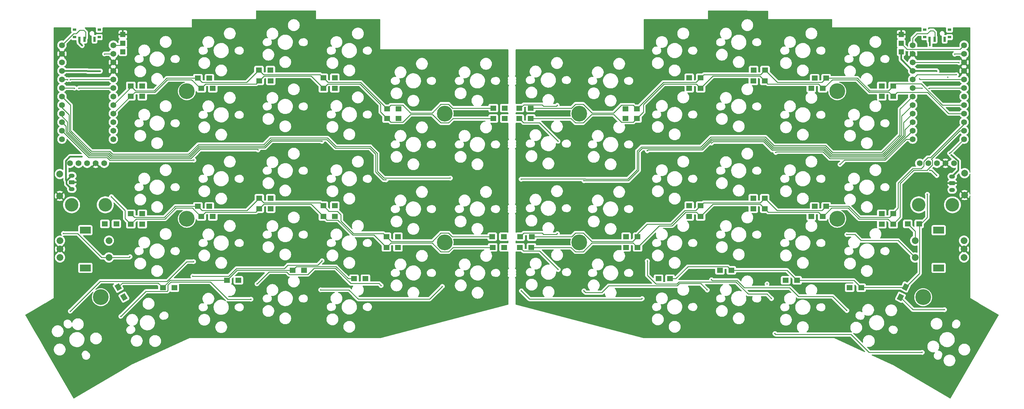
<source format=gtl>
G04 #@! TF.GenerationSoftware,KiCad,Pcbnew,7.0.6*
G04 #@! TF.CreationDate,2023-07-16T22:52:48-04:00*
G04 #@! TF.ProjectId,SofleKeyboard,536f666c-654b-4657-9962-6f6172642e6b,rev?*
G04 #@! TF.SameCoordinates,Original*
G04 #@! TF.FileFunction,Copper,L1,Top*
G04 #@! TF.FilePolarity,Positive*
%FSLAX46Y46*%
G04 Gerber Fmt 4.6, Leading zero omitted, Abs format (unit mm)*
G04 Created by KiCad (PCBNEW 7.0.6) date 2023-07-16 22:52:48*
%MOMM*%
%LPD*%
G01*
G04 APERTURE LIST*
G04 Aperture macros list*
%AMRoundRect*
0 Rectangle with rounded corners*
0 $1 Rounding radius*
0 $2 $3 $4 $5 $6 $7 $8 $9 X,Y pos of 4 corners*
0 Add a 4 corners polygon primitive as box body*
4,1,4,$2,$3,$4,$5,$6,$7,$8,$9,$2,$3,0*
0 Add four circle primitives for the rounded corners*
1,1,$1+$1,$2,$3*
1,1,$1+$1,$4,$5*
1,1,$1+$1,$6,$7*
1,1,$1+$1,$8,$9*
0 Add four rect primitives between the rounded corners*
20,1,$1+$1,$2,$3,$4,$5,0*
20,1,$1+$1,$4,$5,$6,$7,0*
20,1,$1+$1,$6,$7,$8,$9,0*
20,1,$1+$1,$8,$9,$2,$3,0*%
%AMRotRect*
0 Rectangle, with rotation*
0 The origin of the aperture is its center*
0 $1 length*
0 $2 width*
0 $3 Rotation angle, in degrees counterclockwise*
0 Add horizontal line*
21,1,$1,$2,0,0,$3*%
G04 Aperture macros list end*
G04 #@! TA.AperFunction,ComponentPad*
%ADD10C,4.700000*%
G04 #@! TD*
G04 #@! TA.AperFunction,ComponentPad*
%ADD11R,1.800000X1.500000*%
G04 #@! TD*
G04 #@! TA.AperFunction,ComponentPad*
%ADD12RotRect,1.800000X1.500000X300.000000*%
G04 #@! TD*
G04 #@! TA.AperFunction,ComponentPad*
%ADD13C,4.000000*%
G04 #@! TD*
G04 #@! TA.AperFunction,ComponentPad*
%ADD14R,1.524000X1.524000*%
G04 #@! TD*
G04 #@! TA.AperFunction,ComponentPad*
%ADD15C,2.000000*%
G04 #@! TD*
G04 #@! TA.AperFunction,ComponentPad*
%ADD16R,3.200000X2.000000*%
G04 #@! TD*
G04 #@! TA.AperFunction,ComponentPad*
%ADD17RoundRect,0.250000X0.625000X-0.350000X0.625000X0.350000X-0.625000X0.350000X-0.625000X-0.350000X0*%
G04 #@! TD*
G04 #@! TA.AperFunction,ComponentPad*
%ADD18O,1.750000X1.200000*%
G04 #@! TD*
G04 #@! TA.AperFunction,SMDPad,CuDef*
%ADD19R,1.000000X0.800000*%
G04 #@! TD*
G04 #@! TA.AperFunction,SMDPad,CuDef*
%ADD20R,0.700000X1.500000*%
G04 #@! TD*
G04 #@! TA.AperFunction,ComponentPad*
%ADD21RotRect,1.800000X1.500000X244.000000*%
G04 #@! TD*
G04 #@! TA.AperFunction,ComponentPad*
%ADD22C,1.752600*%
G04 #@! TD*
G04 #@! TA.AperFunction,ComponentPad*
%ADD23RoundRect,0.250000X-0.625000X0.350000X-0.625000X-0.350000X0.625000X-0.350000X0.625000X0.350000X0*%
G04 #@! TD*
G04 #@! TA.AperFunction,ViaPad*
%ADD24C,0.400000*%
G04 #@! TD*
G04 #@! TA.AperFunction,Conductor*
%ADD25C,0.250000*%
G04 #@! TD*
G04 #@! TA.AperFunction,Conductor*
%ADD26C,0.500000*%
G04 #@! TD*
G04 APERTURE END LIST*
D10*
X51890000Y-64364000D03*
X128390000Y-70974000D03*
X128390000Y-109274000D03*
X26390000Y-125574000D03*
D11*
X35290000Y-62764000D03*
X38690000Y-62764000D03*
X55190000Y-60464000D03*
X58590000Y-60464000D03*
X73290000Y-58064000D03*
X76690000Y-58064000D03*
X92390000Y-60364000D03*
X95790000Y-60364000D03*
X111290000Y-69564000D03*
X114690000Y-69564000D03*
X142790000Y-69364000D03*
X146190000Y-69364000D03*
X35290000Y-65864000D03*
X38690000Y-65864000D03*
X56190000Y-63464000D03*
X59590000Y-63464000D03*
X73390000Y-61264000D03*
X76790000Y-61264000D03*
X92390000Y-63464000D03*
X95790000Y-63464000D03*
X111290000Y-72464000D03*
X114690000Y-72464000D03*
X142790000Y-72464000D03*
X146190000Y-72464000D03*
X35290000Y-100764000D03*
X38690000Y-100764000D03*
X55190000Y-98564000D03*
X58590000Y-98564000D03*
X73390000Y-96164000D03*
X76790000Y-96164000D03*
X92390000Y-98364000D03*
X95790000Y-98364000D03*
X111090000Y-107564000D03*
X114490000Y-107564000D03*
X142490000Y-107564000D03*
X145890000Y-107564000D03*
X35290000Y-103864000D03*
X38690000Y-103864000D03*
X56190000Y-101564000D03*
X59590000Y-101564000D03*
X73390000Y-99264000D03*
X76790000Y-99264000D03*
X92390000Y-101564000D03*
X95790000Y-101564000D03*
X111090000Y-110764000D03*
X114490000Y-110764000D03*
X142590000Y-110764000D03*
X145990000Y-110764000D03*
X27590000Y-103774000D03*
X30990000Y-103774000D03*
D12*
X31540000Y-122591757D03*
X33240000Y-125536243D03*
D11*
X44790000Y-122764000D03*
X48190000Y-122764000D03*
X63790000Y-120564000D03*
X67190000Y-120564000D03*
X83290000Y-117574000D03*
X86690000Y-117574000D03*
D13*
X17720000Y-98116000D03*
D14*
X32934000Y-52602000D03*
X32934000Y-50102000D03*
X32934000Y-47502000D03*
D11*
X101490000Y-120074000D03*
X104890000Y-120074000D03*
D13*
X27720000Y-98100000D03*
D10*
X51890000Y-102274000D03*
D15*
X14290000Y-108764000D03*
X14290000Y-113764000D03*
X14290000Y-111264000D03*
D16*
X21790000Y-105664000D03*
X21790000Y-116864000D03*
D15*
X28790000Y-113764000D03*
X28790000Y-108764000D03*
D10*
X244790000Y-102274000D03*
D11*
X261390000Y-62764000D03*
X257990000Y-62764000D03*
D13*
X268960000Y-98100000D03*
D11*
X223390000Y-58064000D03*
X219990000Y-58064000D03*
X269090000Y-103774000D03*
X265690000Y-103774000D03*
D17*
X278892000Y-91694000D03*
D18*
X278892000Y-93694000D03*
X278892000Y-89694000D03*
D11*
X185590000Y-110764000D03*
X182190000Y-110764000D03*
D10*
X270290000Y-125574000D03*
D11*
X154090000Y-110764000D03*
X150690000Y-110764000D03*
D10*
X168290000Y-70974000D03*
D11*
X261390000Y-100764000D03*
X257990000Y-100764000D03*
X261390000Y-65864000D03*
X257990000Y-65864000D03*
D19*
X278064000Y-48274000D03*
X278064000Y-46064000D03*
X270764000Y-48274000D03*
X270764000Y-46064000D03*
D20*
X276664000Y-48924000D03*
X273664000Y-48924000D03*
X272164000Y-48924000D03*
D13*
X278960000Y-98116000D03*
D11*
X241490000Y-60464000D03*
X238090000Y-60464000D03*
X213390000Y-117574000D03*
X209990000Y-117574000D03*
X153890000Y-72464000D03*
X150490000Y-72464000D03*
D15*
X282542000Y-95198000D03*
X282542000Y-88698000D03*
D10*
X168290000Y-109274000D03*
D11*
X232890000Y-120564000D03*
X229490000Y-120564000D03*
X204290000Y-60364000D03*
X200890000Y-60364000D03*
X185390000Y-72464000D03*
X181990000Y-72464000D03*
X195190000Y-120074000D03*
X191790000Y-120074000D03*
X223290000Y-96164000D03*
X219890000Y-96164000D03*
D21*
X265035231Y-122536050D03*
X263544769Y-125591950D03*
D15*
X14224000Y-95452000D03*
X14224000Y-88952000D03*
D22*
X269260000Y-85758600D03*
X271800000Y-85758600D03*
X274340000Y-85758600D03*
X276880000Y-85758600D03*
X279420000Y-85758600D03*
X14859984Y-50649952D03*
X14859984Y-50649952D03*
X14859984Y-53189952D03*
X14859984Y-53189952D03*
X14859984Y-55729952D03*
X14859984Y-55729952D03*
X14859984Y-58269952D03*
X14859984Y-58269952D03*
X14859984Y-60809952D03*
X14859984Y-60809952D03*
X14859984Y-63349952D03*
X14859984Y-63349952D03*
X14859984Y-65889952D03*
X14859984Y-65889952D03*
X14859984Y-68429952D03*
X14859984Y-68429952D03*
X14859984Y-70969952D03*
X14859984Y-70969952D03*
X14859984Y-73509952D03*
X14859984Y-73509952D03*
X14859984Y-76049952D03*
X14859984Y-76049952D03*
X14859984Y-78589952D03*
X14859984Y-78589952D03*
X30099984Y-78589952D03*
X30099984Y-78589952D03*
X30099984Y-76049952D03*
X30099984Y-76049952D03*
X30099984Y-73509952D03*
X30099984Y-73509952D03*
X30099984Y-70969952D03*
X30099984Y-70969952D03*
X30099984Y-68429952D03*
X30099984Y-68429952D03*
X30099984Y-65889952D03*
X30099984Y-65889952D03*
X30099984Y-63349952D03*
X30099984Y-63349952D03*
X30099984Y-60809952D03*
X30099984Y-60809952D03*
X30099984Y-58269952D03*
X30099984Y-58269952D03*
X30099984Y-55729952D03*
X30099984Y-55729952D03*
X30099984Y-53189952D03*
X30099984Y-53189952D03*
X30099984Y-50649952D03*
X30099984Y-50649952D03*
D10*
X244790000Y-64364000D03*
D11*
X185390000Y-69564000D03*
X181990000Y-69564000D03*
X241490000Y-98564000D03*
X238090000Y-98564000D03*
X223290000Y-99264000D03*
X219890000Y-99264000D03*
X261390000Y-103864000D03*
X257990000Y-103864000D03*
D22*
X267168384Y-50649952D03*
X267168384Y-50649952D03*
X267168384Y-53189952D03*
X267168384Y-53189952D03*
X267168384Y-55729952D03*
X267168384Y-55729952D03*
X267168384Y-58269952D03*
X267168384Y-58269952D03*
X267168384Y-60809952D03*
X267168384Y-60809952D03*
X267168384Y-63349952D03*
X267168384Y-63349952D03*
X267168384Y-65889952D03*
X267168384Y-65889952D03*
X267168384Y-68429952D03*
X267168384Y-68429952D03*
X267168384Y-70969952D03*
X267168384Y-70969952D03*
X267168384Y-73509952D03*
X267168384Y-73509952D03*
X267168384Y-76049952D03*
X267168384Y-76049952D03*
X267168384Y-78589952D03*
X267168384Y-78589952D03*
X282408384Y-78589952D03*
X282408384Y-78589952D03*
X282408384Y-76049952D03*
X282408384Y-76049952D03*
X282408384Y-73509952D03*
X282408384Y-73509952D03*
X282408384Y-70969952D03*
X282408384Y-70969952D03*
X282408384Y-68429952D03*
X282408384Y-68429952D03*
X282408384Y-65889952D03*
X282408384Y-65889952D03*
X282408384Y-63349952D03*
X282408384Y-63349952D03*
X282408384Y-60809952D03*
X282408384Y-60809952D03*
X282408384Y-58269952D03*
X282408384Y-58269952D03*
X282408384Y-55729952D03*
X282408384Y-55729952D03*
X282408384Y-53189952D03*
X282408384Y-53189952D03*
X282408384Y-50649952D03*
X282408384Y-50649952D03*
D23*
X17780000Y-91432000D03*
D18*
X17780000Y-89432000D03*
X17780000Y-93432000D03*
D11*
X153890000Y-69364000D03*
X150490000Y-69364000D03*
X204290000Y-101564000D03*
X200890000Y-101564000D03*
X185590000Y-107564000D03*
X182190000Y-107564000D03*
X154190000Y-107564000D03*
X150790000Y-107564000D03*
X251890000Y-122764000D03*
X248490000Y-122764000D03*
X223290000Y-61264000D03*
X219890000Y-61264000D03*
D22*
X17260000Y-85758600D03*
X19800000Y-85758600D03*
X22340000Y-85758600D03*
X24880000Y-85758600D03*
X27420000Y-85758600D03*
D11*
X240490000Y-63464000D03*
X237090000Y-63464000D03*
X204290000Y-63464000D03*
X200890000Y-63464000D03*
X204290000Y-98364000D03*
X200890000Y-98364000D03*
X240490000Y-101564000D03*
X237090000Y-101564000D03*
D19*
X25916000Y-48274000D03*
X25916000Y-46064000D03*
X18616000Y-48274000D03*
X18616000Y-46064000D03*
D20*
X24516000Y-48924000D03*
X21516000Y-48924000D03*
X20016000Y-48924000D03*
D14*
X263746000Y-52602000D03*
X263746000Y-50102000D03*
X263746000Y-47502000D03*
D15*
X282390000Y-108764000D03*
X282390000Y-113764000D03*
X282390000Y-111264000D03*
D16*
X274890000Y-116864000D03*
X274890000Y-105664000D03*
D15*
X267890000Y-113764000D03*
X267890000Y-108764000D03*
D24*
X223976000Y-121604000D03*
X29524000Y-95696000D03*
X274320000Y-58420000D03*
X22412000Y-58358000D03*
X26222000Y-58358000D03*
X19304000Y-61976000D03*
X277622000Y-69596000D03*
X261874000Y-76962000D03*
X275336000Y-83566000D03*
X165354000Y-109220000D03*
X277622000Y-66040000D03*
X270510000Y-50292000D03*
X165354000Y-70866000D03*
X277622000Y-60198000D03*
X277622000Y-62230000D03*
X17332000Y-60898000D03*
X19872000Y-63438000D03*
X27492000Y-53278000D03*
X35052000Y-113538000D03*
X15300000Y-106618000D03*
X53908000Y-115000000D03*
X17332000Y-129732000D03*
X53990000Y-84836000D03*
X70926000Y-126176000D03*
X72990000Y-81788000D03*
X32318000Y-131256000D03*
X92008000Y-114746000D03*
X91990000Y-79248000D03*
X53654000Y-119318000D03*
X110998000Y-90678000D03*
X109534000Y-122112000D03*
X72704000Y-121604000D03*
X72704000Y-121604000D03*
X91608000Y-123382000D03*
X130048000Y-90170000D03*
X127676000Y-122366000D03*
X16570000Y-60898000D03*
X18602000Y-63438000D03*
X272288000Y-50800000D03*
X278638000Y-83312000D03*
X271526000Y-94996000D03*
X278130000Y-82804000D03*
X276606000Y-129286000D03*
X161758500Y-68540500D03*
X162012500Y-79208500D03*
X161798000Y-106680000D03*
X162052000Y-117348000D03*
X269240000Y-60706000D03*
X272004743Y-63531973D03*
X279654000Y-53340000D03*
X280924000Y-55880000D03*
X280162000Y-59436000D03*
X274320000Y-89408000D03*
X270002000Y-63500000D03*
X272288000Y-87884000D03*
X247650000Y-106934000D03*
X245618000Y-86106000D03*
X270002000Y-141986000D03*
X226314000Y-136398000D03*
X270002000Y-141986000D03*
X226568000Y-82550000D03*
X207518000Y-79756000D03*
X247650000Y-129540000D03*
X207518000Y-120396000D03*
X225298000Y-125984000D03*
X188476730Y-114814014D03*
X188468000Y-82042000D03*
X169672000Y-90932000D03*
X169672000Y-123698000D03*
X206248000Y-123444000D03*
X151048979Y-90514487D03*
X151130000Y-123698000D03*
X186944000Y-125984000D03*
X20828000Y-83820000D03*
X20831158Y-50755779D03*
D25*
X130704443Y-69364000D02*
X129539443Y-68199000D01*
X142790000Y-69364000D02*
X130704443Y-69364000D01*
X118230000Y-70804000D02*
X115915000Y-68489000D01*
X115915000Y-68489000D02*
X112365000Y-68489000D01*
X92390000Y-60364000D02*
X91400000Y-59374000D01*
X56444000Y-61718000D02*
X55190000Y-60464000D01*
X129539443Y-68199000D02*
X127240557Y-68199000D01*
X36726000Y-64200000D02*
X35290000Y-62764000D01*
X69636000Y-61718000D02*
X56444000Y-61718000D01*
X35290000Y-62764000D02*
X35290000Y-63239936D01*
X74600000Y-59374000D02*
X73290000Y-58064000D01*
X112365000Y-68489000D02*
X111290000Y-69564000D01*
X45941650Y-60464000D02*
X42205650Y-64200000D01*
X92390000Y-60364000D02*
X93744000Y-61718000D01*
X93744000Y-61718000D02*
X103444000Y-61718000D01*
X103444000Y-61718000D02*
X111290000Y-69564000D01*
X42205650Y-64200000D02*
X36726000Y-64200000D01*
X127240557Y-68199000D02*
X124635557Y-70804000D01*
X35290000Y-63239936D02*
X30099984Y-68429952D01*
X55190000Y-60464000D02*
X45941650Y-60464000D01*
X35290000Y-62764000D02*
X35538000Y-63012000D01*
X124635557Y-70804000D02*
X118230000Y-70804000D01*
X73290000Y-58064000D02*
X69636000Y-61718000D01*
X91400000Y-59374000D02*
X74600000Y-59374000D01*
X124745557Y-71254000D02*
X118200000Y-71254000D01*
X74830000Y-59824000D02*
X88750000Y-59824000D01*
X42392046Y-64650000D02*
X36504000Y-64650000D01*
X53340000Y-60914000D02*
X46128046Y-60914000D01*
X56190000Y-63464000D02*
X55890000Y-63464000D01*
X127240557Y-73749000D02*
X124745557Y-71254000D01*
X72486000Y-62168000D02*
X57486000Y-62168000D01*
X55890000Y-63464000D02*
X53340000Y-60914000D01*
X118200000Y-71254000D02*
X115915000Y-73539000D01*
X35290000Y-65864000D02*
X35205936Y-65864000D01*
X57486000Y-62168000D02*
X56190000Y-63464000D01*
X35205936Y-65864000D02*
X30099984Y-70969952D01*
X92390000Y-63464000D02*
X93686000Y-62168000D01*
X129539443Y-73749000D02*
X127240557Y-73749000D01*
X73390000Y-61264000D02*
X72486000Y-62168000D01*
X93686000Y-62168000D02*
X103257604Y-62168000D01*
X112365000Y-73539000D02*
X111290000Y-72464000D01*
X109370802Y-70544802D02*
X111290000Y-72464000D01*
X36504000Y-64650000D02*
X35290000Y-65864000D01*
X142790000Y-72464000D02*
X130824443Y-72464000D01*
X103257604Y-62168000D02*
X109370802Y-68281198D01*
X88750000Y-59824000D02*
X92390000Y-63464000D01*
X115915000Y-73539000D02*
X112365000Y-73539000D01*
X109370802Y-68281198D02*
X109370802Y-70544802D01*
X73390000Y-61264000D02*
X74830000Y-59824000D01*
X46128046Y-60914000D02*
X42392046Y-64650000D01*
X130824443Y-72464000D02*
X129539443Y-73749000D01*
X111090000Y-107564000D02*
X110165000Y-106639000D01*
X73390000Y-96164000D02*
X74700000Y-97474000D01*
X130604443Y-107564000D02*
X142490000Y-107564000D01*
X91500000Y-97474000D02*
X92390000Y-98364000D01*
X45214000Y-101850000D02*
X48500000Y-98564000D01*
X97596000Y-101070000D02*
X97596000Y-102933604D01*
X96540000Y-100014000D02*
X97596000Y-101070000D01*
X97596000Y-102933604D02*
X101301396Y-106639000D01*
X35290000Y-100764000D02*
X36376000Y-101850000D01*
X92390000Y-98364000D02*
X94040000Y-100014000D01*
X94040000Y-100014000D02*
X96540000Y-100014000D01*
X124715557Y-109024000D02*
X127240557Y-106499000D01*
X112550000Y-109024000D02*
X124715557Y-109024000D01*
X129539443Y-106499000D02*
X130604443Y-107564000D01*
X56444000Y-99818000D02*
X69736000Y-99818000D01*
X110165000Y-106639000D02*
X101301396Y-106639000D01*
X48500000Y-98564000D02*
X55190000Y-98564000D01*
X69736000Y-99818000D02*
X73390000Y-96164000D01*
X74700000Y-97474000D02*
X91500000Y-97474000D01*
X127240557Y-106499000D02*
X129539443Y-106499000D01*
X36376000Y-101850000D02*
X45214000Y-101850000D01*
X55190000Y-98564000D02*
X56444000Y-99818000D01*
X111090000Y-107564000D02*
X112550000Y-109024000D01*
X93465000Y-102639000D02*
X92390000Y-101564000D01*
X33588000Y-99760000D02*
X33588000Y-102162000D01*
X96665000Y-102639000D02*
X93465000Y-102639000D01*
X107415000Y-107089000D02*
X101115000Y-107089000D01*
X29524000Y-95696000D02*
X33588000Y-99760000D01*
X124665557Y-109474000D02*
X112380000Y-109474000D01*
X33588000Y-102162000D02*
X35290000Y-103864000D01*
X45400396Y-102300000D02*
X48638198Y-99062198D01*
X111090000Y-110764000D02*
X107415000Y-107089000D01*
X73390000Y-99264000D02*
X74730000Y-97924000D01*
X127240557Y-112049000D02*
X124665557Y-109474000D01*
X56190000Y-101564000D02*
X57486000Y-100268000D01*
X88750000Y-97924000D02*
X92390000Y-101564000D01*
X142590000Y-110764000D02*
X130824443Y-110764000D01*
X129539443Y-112049000D02*
X127240557Y-112049000D01*
X130824443Y-110764000D02*
X129539443Y-112049000D01*
X72386000Y-100268000D02*
X73390000Y-99264000D01*
X48638198Y-99062198D02*
X53538198Y-99062198D01*
X36854000Y-102300000D02*
X45400396Y-102300000D01*
X35290000Y-103864000D02*
X36854000Y-102300000D01*
X57486000Y-100268000D02*
X72386000Y-100268000D01*
X112380000Y-109474000D02*
X111090000Y-110764000D01*
X53538198Y-99062198D02*
X56040000Y-101564000D01*
X56040000Y-101564000D02*
X56190000Y-101564000D01*
X74730000Y-97924000D02*
X88750000Y-97924000D01*
X101115000Y-107089000D02*
X96665000Y-102639000D01*
X32781757Y-121350000D02*
X31540000Y-122591757D01*
X96175396Y-116499000D02*
X84365000Y-116499000D01*
X66780000Y-117574000D02*
X63790000Y-120564000D01*
X43376000Y-121350000D02*
X32781757Y-121350000D01*
X101490000Y-120074000D02*
X99750396Y-120074000D01*
X44790000Y-122764000D02*
X43376000Y-121350000D01*
X63790000Y-120564000D02*
X46990000Y-120564000D01*
X46990000Y-120564000D02*
X44790000Y-122764000D01*
X99750396Y-120074000D02*
X96175396Y-116499000D01*
X84365000Y-116499000D02*
X83290000Y-117574000D01*
X83290000Y-117574000D02*
X66780000Y-117574000D01*
D26*
X267168384Y-58269952D02*
X274169952Y-58269952D01*
X263746000Y-54847568D02*
X267168384Y-58269952D01*
X22412000Y-58358000D02*
X26222000Y-58358000D01*
X22412000Y-58358000D02*
X22323952Y-58269952D01*
X263746000Y-52602000D02*
X263746000Y-54847568D01*
X22323952Y-58269952D02*
X14859984Y-58269952D01*
X274169952Y-58269952D02*
X274320000Y-58420000D01*
D25*
X17332000Y-60898000D02*
X17420048Y-60809952D01*
X17420048Y-60809952D02*
X30099984Y-60809952D01*
X19872000Y-63438000D02*
X19960048Y-63349952D01*
X19960048Y-63349952D02*
X30099984Y-63349952D01*
X30099984Y-53189952D02*
X27580048Y-53189952D01*
X27580048Y-53189952D02*
X27492000Y-53278000D01*
X32386048Y-50649952D02*
X32934000Y-50102000D01*
X30099984Y-50649952D02*
X32386048Y-50649952D01*
X19494000Y-106618000D02*
X15300000Y-106618000D01*
X26640000Y-113764000D02*
X19494000Y-106618000D01*
X34826000Y-113764000D02*
X28790000Y-113764000D01*
X35052000Y-113538000D02*
X34826000Y-113764000D01*
X28790000Y-113764000D02*
X26640000Y-113764000D01*
X17332000Y-129732000D02*
X26222000Y-120842000D01*
X53362000Y-84858000D02*
X29103604Y-84858000D01*
X26222000Y-120842000D02*
X46034000Y-120842000D01*
X51876000Y-115000000D02*
X53908000Y-115000000D01*
X29103604Y-84858000D02*
X28261604Y-84016000D01*
X53990000Y-84836000D02*
X53384000Y-84836000D01*
X53384000Y-84836000D02*
X53362000Y-84858000D01*
X46034000Y-120842000D02*
X51876000Y-115000000D01*
X22826032Y-84016000D02*
X14859984Y-76049952D01*
X28261604Y-84016000D02*
X22826032Y-84016000D01*
X47176396Y-121014000D02*
X58906000Y-121014000D01*
X16061284Y-74711252D02*
X14859984Y-73509952D01*
X28448000Y-83566000D02*
X23012428Y-83566000D01*
X64068000Y-126176000D02*
X70926000Y-126176000D01*
X46288000Y-123566000D02*
X46288000Y-121902396D01*
X46288000Y-121902396D02*
X47176396Y-121014000D01*
X16061284Y-76614856D02*
X16061284Y-74711252D01*
X72990000Y-81788000D02*
X72816000Y-81614000D01*
X39735000Y-123839000D02*
X46015000Y-123839000D01*
X53006000Y-84408000D02*
X29290000Y-84408000D01*
X46015000Y-123839000D02*
X46288000Y-123566000D01*
X29290000Y-84408000D02*
X28448000Y-83566000D01*
X55800000Y-81614000D02*
X53006000Y-84408000D01*
X23012428Y-83566000D02*
X16061284Y-76614856D01*
X32318000Y-131256000D02*
X39735000Y-123839000D01*
X58906000Y-121014000D02*
X64068000Y-126176000D01*
X72816000Y-81614000D02*
X55800000Y-81614000D01*
X28634396Y-83116000D02*
X23198824Y-83116000D01*
X91990000Y-79248000D02*
X91874000Y-79132000D01*
X23198824Y-83116000D02*
X16511284Y-76428460D01*
X77080792Y-79132000D02*
X75048792Y-81164000D01*
X75048792Y-81164000D02*
X55613604Y-81164000D01*
X90738000Y-116016000D02*
X84134000Y-116016000D01*
X66608000Y-117032000D02*
X64322000Y-119318000D01*
X55613604Y-81164000D02*
X52819604Y-83958000D01*
X16511284Y-76428460D02*
X16511284Y-73462357D01*
X52819604Y-83958000D02*
X29476396Y-83958000D01*
X91874000Y-79132000D02*
X77080792Y-79132000D01*
X14859984Y-71811057D02*
X14859984Y-70969952D01*
X64322000Y-119318000D02*
X62544000Y-119318000D01*
X81848000Y-116016000D02*
X80832000Y-117032000D01*
X29476396Y-83958000D02*
X28634396Y-83116000D01*
X84134000Y-116016000D02*
X81848000Y-116016000D01*
X92008000Y-114746000D02*
X90738000Y-116016000D01*
X16511284Y-73462357D02*
X14859984Y-71811057D01*
X62544000Y-119318000D02*
X53654000Y-119318000D01*
X80832000Y-117032000D02*
X66608000Y-117032000D01*
X28820792Y-82666000D02*
X29662792Y-83508000D01*
X95989000Y-116949000D02*
X100549000Y-121509000D01*
X16961284Y-71372357D02*
X16961284Y-76242064D01*
X87754000Y-118810000D02*
X89615000Y-116949000D01*
X82226000Y-118810000D02*
X87754000Y-118810000D01*
X23385220Y-82666000D02*
X28820792Y-82666000D01*
X107950000Y-83058000D02*
X107950000Y-88392000D01*
X100549000Y-121509000D02*
X108931000Y-121509000D01*
X106114000Y-81222000D02*
X107950000Y-83058000D01*
X89615000Y-116949000D02*
X95989000Y-116949000D01*
X107950000Y-88392000D02*
X110236000Y-90678000D01*
X81464000Y-118048000D02*
X82226000Y-118810000D01*
X14859984Y-68429952D02*
X14859984Y-69271057D01*
X93414000Y-78682000D02*
X95954000Y-81222000D01*
X55427208Y-80714000D02*
X74862396Y-80714000D01*
X14859984Y-69271057D02*
X16961284Y-71372357D01*
X95954000Y-81222000D02*
X106114000Y-81222000D01*
X108931000Y-121509000D02*
X109534000Y-122112000D01*
X74862396Y-80714000D02*
X76894396Y-78682000D01*
X76260000Y-118048000D02*
X81464000Y-118048000D01*
X76894396Y-78682000D02*
X93414000Y-78682000D01*
X72704000Y-121604000D02*
X76260000Y-118048000D01*
X29662792Y-83508000D02*
X52633208Y-83508000D01*
X16961284Y-76242064D02*
X23385220Y-82666000D01*
X110236000Y-90678000D02*
X110998000Y-90678000D01*
X52633208Y-83508000D02*
X55427208Y-80714000D01*
X17411284Y-76055668D02*
X23571616Y-82216000D01*
X23571616Y-82216000D02*
X29007188Y-82216000D01*
X17411284Y-68441252D02*
X17411284Y-76055668D01*
X93600396Y-78232000D02*
X96140396Y-80772000D01*
X76708000Y-78232000D02*
X93600396Y-78232000D01*
X29007188Y-82216000D02*
X29849188Y-83058000D01*
X110490000Y-90170000D02*
X110507000Y-90153000D01*
X74734000Y-80206000D02*
X76708000Y-78232000D01*
X106300396Y-80772000D02*
X108400000Y-82871604D01*
X110364396Y-90170000D02*
X110490000Y-90170000D01*
X52446812Y-83058000D02*
X55298812Y-80206000D01*
X91608000Y-123382000D02*
X99976350Y-123382000D01*
X102733350Y-126139000D02*
X123903000Y-126139000D01*
X96140396Y-80772000D02*
X106300396Y-80772000D01*
X14859984Y-65889952D02*
X17411284Y-68441252D01*
X108400000Y-82871604D02*
X108400000Y-88205604D01*
X123903000Y-126139000D02*
X127676000Y-122366000D01*
X110507000Y-90153000D02*
X130031000Y-90153000D01*
X130031000Y-90153000D02*
X130048000Y-90170000D01*
X99976350Y-123382000D02*
X102733350Y-126139000D01*
X108400000Y-88205604D02*
X110364396Y-90170000D01*
X29849188Y-83058000D02*
X52446812Y-83058000D01*
X55298812Y-80206000D02*
X74734000Y-80206000D01*
X14859984Y-60809952D02*
X16481952Y-60809952D01*
X16481952Y-60809952D02*
X16570000Y-60898000D01*
X18513952Y-63349952D02*
X18602000Y-63438000D01*
X14859984Y-63349952D02*
X18513952Y-63349952D01*
D26*
X278892000Y-89694000D02*
X280746300Y-87839700D01*
X280746300Y-85166300D02*
X278638000Y-83312000D01*
X272288000Y-50800000D02*
X272288000Y-49048000D01*
X272288000Y-49048000D02*
X272164000Y-48924000D01*
X280746300Y-87839700D02*
X280746300Y-85166300D01*
D25*
X180765000Y-68489000D02*
X184315000Y-68489000D01*
X165975557Y-69364000D02*
X167140557Y-68199000D01*
X205280000Y-59374000D02*
X222080000Y-59374000D01*
X254474350Y-64200000D02*
X259954000Y-64200000D01*
X184315000Y-68489000D02*
X185390000Y-69564000D01*
X227044000Y-61718000D02*
X240236000Y-61718000D01*
X240236000Y-61718000D02*
X241490000Y-60464000D01*
X241490000Y-60464000D02*
X250738350Y-60464000D01*
X204290000Y-60364000D02*
X202936000Y-61718000D01*
X193236000Y-61718000D02*
X185390000Y-69564000D01*
X223390000Y-58064000D02*
X227044000Y-61718000D01*
X172044443Y-70804000D02*
X178450000Y-70804000D01*
X261390000Y-62764000D02*
X262005348Y-62148652D01*
X275947952Y-68429952D02*
X282408384Y-68429952D01*
X204290000Y-60364000D02*
X205280000Y-59374000D01*
X169439443Y-68199000D02*
X172044443Y-70804000D01*
X178450000Y-70804000D02*
X180765000Y-68489000D01*
X153890000Y-69364000D02*
X165975557Y-69364000D01*
X262005348Y-62148652D02*
X269666652Y-62148652D01*
X202936000Y-61718000D02*
X193236000Y-61718000D01*
X269666652Y-62148652D02*
X275947952Y-68429952D01*
X222080000Y-59374000D02*
X223390000Y-58064000D01*
X167140557Y-68199000D02*
X169439443Y-68199000D01*
X250738350Y-60464000D02*
X254474350Y-64200000D01*
X259954000Y-64200000D02*
X261390000Y-62764000D01*
X204290000Y-63464000D02*
X202994000Y-62168000D01*
X262565348Y-64688652D02*
X271570256Y-64688652D01*
X207930000Y-59824000D02*
X204290000Y-63464000D01*
X239194000Y-62168000D02*
X240490000Y-63464000D01*
X221850000Y-59824000D02*
X207930000Y-59824000D01*
X261390000Y-65864000D02*
X262565348Y-64688652D01*
X260176000Y-64650000D02*
X261390000Y-65864000D01*
X165855557Y-72464000D02*
X167140557Y-73749000D01*
X184315000Y-73539000D02*
X185390000Y-72464000D01*
X240490000Y-63464000D02*
X240790000Y-63464000D01*
X224194000Y-62168000D02*
X239194000Y-62168000D01*
X243340000Y-60914000D02*
X250551954Y-60914000D01*
X240790000Y-63464000D02*
X243340000Y-60914000D01*
X180765000Y-73539000D02*
X184315000Y-73539000D01*
X202994000Y-62168000D02*
X193422396Y-62168000D01*
X250551954Y-60914000D02*
X254287954Y-64650000D01*
X187309198Y-70544802D02*
X185390000Y-72464000D01*
X187309198Y-68281198D02*
X187309198Y-70544802D01*
X169439443Y-73749000D02*
X171934443Y-71254000D01*
X178480000Y-71254000D02*
X180765000Y-73539000D01*
X153890000Y-72464000D02*
X165855557Y-72464000D01*
X171934443Y-71254000D02*
X178480000Y-71254000D01*
X193422396Y-62168000D02*
X187309198Y-68281198D01*
X223290000Y-61264000D02*
X224194000Y-62168000D01*
X254287954Y-64650000D02*
X260176000Y-64650000D01*
X167140557Y-73749000D02*
X169439443Y-73749000D01*
X271570256Y-64688652D02*
X277851556Y-70969952D01*
X223290000Y-61264000D02*
X221850000Y-59824000D01*
X277851556Y-70969952D02*
X282408384Y-70969952D01*
X221980000Y-97474000D02*
X205180000Y-97474000D01*
X167140557Y-106499000D02*
X169439443Y-106499000D01*
X166075557Y-107564000D02*
X167140557Y-106499000D01*
X270461300Y-86586447D02*
X270461300Y-85268553D01*
X185590000Y-106764000D02*
X188468000Y-103886000D01*
X241490000Y-98564000D02*
X240236000Y-99818000D01*
X270461300Y-85268553D02*
X271655853Y-84074000D01*
X226944000Y-99818000D02*
X223290000Y-96164000D01*
X269671747Y-87376000D02*
X270461300Y-86586447D01*
X171964443Y-109024000D02*
X184130000Y-109024000D01*
X188468000Y-103886000D02*
X195580000Y-103886000D01*
X205180000Y-97474000D02*
X204290000Y-98364000D01*
X261390000Y-100764000D02*
X261390000Y-100560000D01*
X223290000Y-96164000D02*
X221980000Y-97474000D01*
X248180000Y-98564000D02*
X241490000Y-98564000D01*
X271655853Y-84074000D02*
X272508665Y-84074000D01*
X169439443Y-106499000D02*
X171964443Y-109024000D01*
X272508665Y-84074000D02*
X282408384Y-74174281D01*
X260304000Y-101850000D02*
X251466000Y-101850000D01*
X262890000Y-99060000D02*
X262890000Y-91694000D01*
X185590000Y-107564000D02*
X185590000Y-106764000D01*
X282408384Y-74174281D02*
X282408384Y-73509952D01*
X267208000Y-87376000D02*
X269671747Y-87376000D01*
X154190000Y-107564000D02*
X166075557Y-107564000D01*
X261390000Y-100560000D02*
X262890000Y-99060000D01*
X195580000Y-103886000D02*
X199644000Y-99822000D01*
X262890000Y-91694000D02*
X267208000Y-87376000D01*
X261390000Y-100764000D02*
X260304000Y-101850000D01*
X199644000Y-99822000D02*
X202832000Y-99822000D01*
X202832000Y-99822000D02*
X204290000Y-98364000D01*
X251466000Y-101850000D02*
X248180000Y-98564000D01*
X240236000Y-99818000D02*
X226944000Y-99818000D01*
X184130000Y-109024000D02*
X185590000Y-107564000D01*
X240640000Y-101564000D02*
X240490000Y-101564000D01*
X248041802Y-99062198D02*
X243141802Y-99062198D01*
X263473802Y-91746594D02*
X263473802Y-101780198D01*
X167140557Y-112049000D02*
X169439443Y-112049000D01*
X224294000Y-100268000D02*
X223290000Y-99264000D01*
X184300000Y-109474000D02*
X185590000Y-110764000D01*
X195818000Y-104336000D02*
X199824000Y-100330000D01*
X199824000Y-100330000D02*
X203056000Y-100330000D01*
X185590000Y-110764000D02*
X192018000Y-104336000D01*
X272695061Y-84524000D02*
X273001300Y-84830239D01*
X221950000Y-97924000D02*
X207930000Y-97924000D01*
X169439443Y-112049000D02*
X172014443Y-109474000D01*
X172014443Y-109474000D02*
X184300000Y-109474000D01*
X165855557Y-110764000D02*
X167140557Y-112049000D01*
X273001300Y-86256195D02*
X271431495Y-87826000D01*
X154090000Y-110764000D02*
X165855557Y-110764000D01*
X267394396Y-87826000D02*
X263473802Y-91746594D01*
X261390000Y-103864000D02*
X259826000Y-102300000D01*
X271431495Y-87826000D02*
X267394396Y-87826000D01*
X281169109Y-76049952D02*
X272695061Y-84524000D01*
X263473802Y-101780198D02*
X261390000Y-103864000D01*
X259826000Y-102300000D02*
X251279604Y-102300000D01*
X273001300Y-84830239D02*
X273001300Y-86256195D01*
X192018000Y-104336000D02*
X195818000Y-104336000D01*
X203056000Y-100330000D02*
X204290000Y-101564000D01*
X207930000Y-97924000D02*
X204290000Y-101564000D01*
X251279604Y-102300000D02*
X248041802Y-99062198D01*
X240490000Y-101564000D02*
X239194000Y-100268000D01*
X239194000Y-100268000D02*
X224294000Y-100268000D01*
X243141802Y-99062198D02*
X240640000Y-101564000D01*
X223290000Y-99264000D02*
X221950000Y-97924000D01*
X282408384Y-76049952D02*
X281169109Y-76049952D01*
X200504604Y-116499000D02*
X212315000Y-116499000D01*
X212315000Y-116499000D02*
X213390000Y-117574000D01*
X251968000Y-122682000D02*
X265176000Y-122682000D01*
X269215000Y-118516757D02*
X269215000Y-103899000D01*
X229900000Y-117574000D02*
X232890000Y-120564000D01*
X282408384Y-78589952D02*
X278194336Y-82804000D01*
X269606000Y-103774000D02*
X269090000Y-103774000D01*
X213390000Y-117574000D02*
X229900000Y-117574000D01*
X271526000Y-94996000D02*
X271526000Y-101854000D01*
X195190000Y-120074000D02*
X196929604Y-120074000D01*
X196929604Y-120074000D02*
X200504604Y-116499000D01*
X278130000Y-82804000D02*
X278130000Y-82868336D01*
X278194336Y-82804000D02*
X278130000Y-82804000D01*
X232890000Y-120564000D02*
X249690000Y-120564000D01*
X249690000Y-120564000D02*
X251890000Y-122764000D01*
X269215000Y-103899000D02*
X269090000Y-103774000D01*
X265049757Y-122682000D02*
X269215000Y-118516757D01*
X271526000Y-101854000D02*
X269606000Y-103774000D01*
X267890000Y-105974000D02*
X265690000Y-103774000D01*
X267890000Y-108764000D02*
X267890000Y-105974000D01*
X267238819Y-129286000D02*
X276606000Y-129286000D01*
X263544769Y-125591950D02*
X267238819Y-129286000D01*
X157249500Y-68349500D02*
X157694500Y-68794500D01*
X161504500Y-68794500D02*
X161758500Y-68540500D01*
X151825500Y-68349500D02*
X157249500Y-68349500D01*
X150750500Y-69424500D02*
X151825500Y-68349500D01*
X157694500Y-68794500D02*
X161504500Y-68794500D01*
X151725500Y-73699500D02*
X156503500Y-73699500D01*
X156503500Y-73699500D02*
X162012500Y-79208500D01*
X150650500Y-72624500D02*
X151725500Y-73699500D01*
X161544000Y-106934000D02*
X161798000Y-106680000D01*
X157734000Y-106934000D02*
X161544000Y-106934000D01*
X150790000Y-107564000D02*
X151865000Y-106489000D01*
X151865000Y-106489000D02*
X157289000Y-106489000D01*
X157289000Y-106489000D02*
X157734000Y-106934000D01*
X156543000Y-111839000D02*
X162052000Y-117348000D01*
X150690000Y-110764000D02*
X151765000Y-111839000D01*
X151765000Y-111839000D02*
X156543000Y-111839000D01*
X269240000Y-60706000D02*
X269286096Y-60809952D01*
X269286096Y-60809952D02*
X269390048Y-60809952D01*
X269494000Y-60809952D02*
X269240000Y-60706000D01*
X282408384Y-60809952D02*
X269494000Y-60809952D01*
X272186764Y-63349952D02*
X272004743Y-63531973D01*
X272184048Y-63349952D02*
X272034000Y-63500000D01*
X282408384Y-63349952D02*
X272186764Y-63349952D01*
X282408384Y-53189952D02*
X279804048Y-53189952D01*
X279804048Y-53189952D02*
X279654000Y-53340000D01*
X263746000Y-50102000D02*
X265495252Y-51851252D01*
X281207084Y-51851252D02*
X282408384Y-50649952D01*
X265495252Y-51851252D02*
X281207084Y-51851252D01*
X267168384Y-55729952D02*
X280773952Y-55729952D01*
X280773952Y-55729952D02*
X280924000Y-55880000D01*
X268542336Y-59436000D02*
X280162000Y-59436000D01*
X267168384Y-60809952D02*
X268542336Y-59436000D01*
X272796000Y-87884000D02*
X272288000Y-87884000D01*
X274320000Y-89408000D02*
X272796000Y-87884000D01*
X269851952Y-63349952D02*
X270002000Y-63500000D01*
X267168384Y-63349952D02*
X269851952Y-63349952D01*
X265206028Y-78589952D02*
X267168384Y-78589952D01*
X250041651Y-106934000D02*
X247650000Y-106934000D01*
X245618000Y-86106000D02*
X246924000Y-84800000D01*
X251819651Y-108712000D02*
X250041651Y-106934000D01*
X267890000Y-113764000D02*
X262838000Y-108712000D01*
X246924000Y-84800000D02*
X258995980Y-84800000D01*
X258995980Y-84800000D02*
X265206028Y-78589952D01*
X262838000Y-108712000D02*
X251819651Y-108712000D01*
X226800000Y-82318000D02*
X226568000Y-82550000D01*
X267168384Y-76049952D02*
X265524970Y-77693366D01*
X258572000Y-141986000D02*
X270002000Y-141986000D01*
X258809584Y-84350000D02*
X242592000Y-84350000D01*
X240560000Y-82318000D02*
X226800000Y-82318000D01*
X226548935Y-136632935D02*
X248900935Y-136632935D01*
X265524970Y-77693366D02*
X265466218Y-77693366D01*
X248900935Y-136632935D02*
X254254000Y-141986000D01*
X254254000Y-141986000D02*
X258572000Y-141986000D01*
X242592000Y-84350000D02*
X240560000Y-82318000D01*
X265466218Y-77693366D02*
X258809584Y-84350000D01*
X226314000Y-136398000D02*
X226548935Y-136632935D01*
X243469000Y-125359000D02*
X233309000Y-125359000D01*
X207946000Y-79328000D02*
X207518000Y-79756000D01*
X230715000Y-122765000D02*
X217222000Y-122765000D01*
X233309000Y-125359000D02*
X230715000Y-122765000D01*
X264922000Y-77601188D02*
X258623188Y-83900000D01*
X215066000Y-120609000D02*
X207731000Y-120609000D01*
X258623188Y-83900000D02*
X242778396Y-83900000D01*
X242778396Y-83900000D02*
X240746396Y-81868000D01*
X267168384Y-73509952D02*
X264922000Y-75756336D01*
X207731000Y-120609000D02*
X207518000Y-120396000D01*
X225477000Y-81868000D02*
X222937000Y-79328000D01*
X247650000Y-129540000D02*
X243469000Y-125359000D01*
X222937000Y-79328000D02*
X207946000Y-79328000D01*
X264922000Y-75756336D02*
X264922000Y-77601188D01*
X217222000Y-122765000D02*
X215066000Y-120609000D01*
X240746396Y-81868000D02*
X225477000Y-81868000D01*
X214785000Y-121059000D02*
X197836604Y-121059000D01*
X197229604Y-121666000D02*
X191082000Y-121666000D01*
X204743537Y-81788000D02*
X189738000Y-81788000D01*
X197836604Y-121059000D02*
X197229604Y-121666000D01*
X207653537Y-78878000D02*
X204743537Y-81788000D01*
X188722000Y-81788000D02*
X188468000Y-82042000D01*
X189230000Y-81788000D02*
X188722000Y-81788000D01*
X189738000Y-81788000D02*
X189230000Y-81788000D01*
X223953000Y-124639000D02*
X218365000Y-124639000D01*
X264472000Y-73666336D02*
X264472000Y-77414792D01*
X242985000Y-83450000D02*
X240953000Y-81418000D01*
X240953000Y-81418000D02*
X225663396Y-81418000D01*
X267168384Y-70969952D02*
X264472000Y-73666336D01*
X218365000Y-124639000D02*
X214785000Y-121059000D01*
X264472000Y-77414792D02*
X258436792Y-83450000D01*
X188476730Y-119060730D02*
X188476730Y-114814014D01*
X225298000Y-125984000D02*
X223953000Y-124639000D01*
X191082000Y-121666000D02*
X188476730Y-119060730D01*
X225663396Y-81418000D02*
X223123396Y-78878000D01*
X223123396Y-78878000D02*
X207653537Y-78878000D01*
X258436792Y-83450000D02*
X242985000Y-83450000D01*
X263906000Y-77344396D02*
X263906000Y-71692336D01*
X204313000Y-121509000D02*
X206248000Y-123444000D01*
X223309792Y-78428000D02*
X225849792Y-80968000D01*
X225849792Y-80968000D02*
X241139396Y-80968000D01*
X263906000Y-71692336D02*
X267168384Y-68429952D01*
X258250396Y-83000000D02*
X263906000Y-77344396D01*
X204557141Y-81338000D02*
X207467141Y-78428000D01*
X182880000Y-90932000D02*
X185928000Y-87884000D01*
X198023000Y-121509000D02*
X204313000Y-121509000D01*
X169672000Y-123698000D02*
X170180000Y-124206000D01*
X185928000Y-82315537D02*
X186905537Y-81338000D01*
X241139396Y-80968000D02*
X243171396Y-83000000D01*
X170180000Y-124206000D02*
X174996350Y-124206000D01*
X197358000Y-122174000D02*
X198023000Y-121509000D01*
X186905537Y-81338000D02*
X204557141Y-81338000D01*
X207467141Y-78428000D02*
X223309792Y-78428000D01*
X169672000Y-90932000D02*
X182880000Y-90932000D01*
X185928000Y-87884000D02*
X185928000Y-82315537D01*
X177028350Y-122174000D02*
X197358000Y-122174000D01*
X243171396Y-83000000D02*
X258250396Y-83000000D01*
X174996350Y-124206000D02*
X177028350Y-122174000D01*
X204370745Y-80888000D02*
X207280745Y-77978000D01*
X243357792Y-82550000D02*
X258064000Y-82550000D01*
X226036188Y-80518000D02*
X241325792Y-80518000D01*
X185478000Y-87697604D02*
X185478000Y-82129141D01*
X263363178Y-77250822D02*
X263363178Y-69695158D01*
X151130000Y-123698000D02*
X153571000Y-126139000D01*
X182693604Y-90482000D02*
X185478000Y-87697604D01*
X241325792Y-80518000D02*
X243357792Y-82550000D01*
X153571000Y-126139000D02*
X186789000Y-126139000D01*
X151130000Y-90424000D02*
X151147000Y-90407000D01*
X263363178Y-69695158D02*
X267168384Y-65889952D01*
X185478000Y-82129141D02*
X186719141Y-80888000D01*
X258064000Y-82550000D02*
X263363178Y-77250822D01*
X186719141Y-80888000D02*
X204370745Y-80888000D01*
X207280745Y-77978000D02*
X223496188Y-77978000D01*
X223496188Y-77978000D02*
X226036188Y-80518000D01*
X170105000Y-90407000D02*
X170180000Y-90482000D01*
X170180000Y-90482000D02*
X182693604Y-90482000D01*
X151147000Y-90407000D02*
X170105000Y-90407000D01*
X186789000Y-126139000D02*
X186944000Y-125984000D01*
X21904000Y-48536000D02*
X21904000Y-46733000D01*
X21904000Y-46733000D02*
X21337000Y-46166000D01*
X18327936Y-47182000D02*
X14859984Y-50649952D01*
X21337000Y-46166000D02*
X20095000Y-46166000D01*
X20095000Y-46166000D02*
X19079000Y-47182000D01*
X21516000Y-48924000D02*
X21904000Y-48536000D01*
X19079000Y-47182000D02*
X18327936Y-47182000D01*
X21516000Y-48924000D02*
X21650000Y-48790000D01*
X273739000Y-46822274D02*
X273255726Y-46339000D01*
X267168384Y-48553616D02*
X267168384Y-50649952D01*
X273255726Y-46339000D02*
X272431000Y-46339000D01*
X268478000Y-47244000D02*
X267168384Y-48553616D01*
X273739000Y-48849000D02*
X273739000Y-46822274D01*
X271526000Y-47244000D02*
X268478000Y-47244000D01*
X272431000Y-46339000D02*
X271526000Y-47244000D01*
X273664000Y-48924000D02*
X273739000Y-48849000D01*
D26*
X16256000Y-91908000D02*
X16256000Y-90956000D01*
X16256000Y-90956000D02*
X17780000Y-89432000D01*
X16256000Y-90956000D02*
X16058700Y-90758700D01*
X16058700Y-85033300D02*
X17272000Y-83820000D01*
X20016000Y-49940621D02*
X20016000Y-48924000D01*
X20831158Y-50755779D02*
X20016000Y-49940621D01*
X17272000Y-83820000D02*
X20828000Y-83820000D01*
X17780000Y-93432000D02*
X16256000Y-91908000D01*
X16058700Y-90758700D02*
X16058700Y-85033300D01*
G04 #@! TA.AperFunction,Conductor*
G36*
X90186621Y-40411502D02*
G01*
X90233114Y-40465158D01*
X90244500Y-40517500D01*
X90244500Y-42770469D01*
X90242587Y-42792343D01*
X90240876Y-42802048D01*
X90242586Y-42811746D01*
X90243750Y-42825059D01*
X90245249Y-42833559D01*
X90248707Y-42846468D01*
X90250418Y-42856170D01*
X90253935Y-42862262D01*
X90258452Y-42867645D01*
X90266982Y-42872570D01*
X90284972Y-42885167D01*
X90292518Y-42891499D01*
X90292519Y-42891499D01*
X90292520Y-42891500D01*
X90292521Y-42891500D01*
X90299123Y-42893903D01*
X90306047Y-42895124D01*
X90306047Y-42895123D01*
X90306048Y-42895124D01*
X90315746Y-42893413D01*
X90337625Y-42891500D01*
X109118500Y-42891500D01*
X109186621Y-42911502D01*
X109233114Y-42965158D01*
X109244500Y-43017500D01*
X109244500Y-51770469D01*
X109242587Y-51792343D01*
X109240876Y-51802048D01*
X109242586Y-51811746D01*
X109243750Y-51825059D01*
X109245249Y-51833559D01*
X109248707Y-51846468D01*
X109250418Y-51856170D01*
X109253935Y-51862262D01*
X109258452Y-51867645D01*
X109266982Y-51872570D01*
X109284972Y-51885167D01*
X109292518Y-51891499D01*
X109292519Y-51891499D01*
X109292520Y-51891500D01*
X109292521Y-51891500D01*
X109299123Y-51893903D01*
X109306047Y-51895124D01*
X109306047Y-51895123D01*
X109306048Y-51895124D01*
X109315746Y-51893413D01*
X109337625Y-51891500D01*
X147118500Y-51891500D01*
X147186621Y-51911502D01*
X147233114Y-51965158D01*
X147244500Y-52017500D01*
X147244500Y-59157469D01*
X147244500Y-59182000D01*
X147244500Y-59283142D01*
X147272557Y-59433232D01*
X147281670Y-59481984D01*
X147286270Y-59493857D01*
X147354743Y-59670608D01*
X147354744Y-59670609D01*
X147354746Y-59670613D01*
X147447832Y-59820951D01*
X147466687Y-59889398D01*
X147445544Y-59957173D01*
X147393048Y-60001895D01*
X147312629Y-60038621D01*
X147312626Y-60038623D01*
X147203855Y-60132873D01*
X147126047Y-60253946D01*
X147085500Y-60392038D01*
X147085500Y-60535961D01*
X147126047Y-60674053D01*
X147126046Y-60674053D01*
X147188273Y-60770880D01*
X147208275Y-60839001D01*
X147188273Y-60907120D01*
X147126047Y-61003946D01*
X147092187Y-61119266D01*
X147085500Y-61142039D01*
X147085500Y-61285961D01*
X147126047Y-61424053D01*
X147184172Y-61514498D01*
X147188273Y-61520878D01*
X147208275Y-61588999D01*
X147188274Y-61657119D01*
X147130106Y-61747632D01*
X147126046Y-61753949D01*
X147085500Y-61892038D01*
X147085500Y-62035961D01*
X147126047Y-62174053D01*
X147203855Y-62295126D01*
X147203856Y-62295127D01*
X147203857Y-62295128D01*
X147312627Y-62389377D01*
X147393049Y-62426105D01*
X147446703Y-62472596D01*
X147466705Y-62540716D01*
X147447832Y-62607048D01*
X147354746Y-62757385D01*
X147354744Y-62757390D01*
X147354743Y-62757392D01*
X147343477Y-62786473D01*
X147281670Y-62946015D01*
X147275061Y-62981372D01*
X147244500Y-63144858D01*
X147244500Y-63144861D01*
X147244500Y-67979500D01*
X147224498Y-68047621D01*
X147170842Y-68094114D01*
X147118500Y-68105500D01*
X145241350Y-68105500D01*
X145180803Y-68112009D01*
X145180795Y-68112011D01*
X145043797Y-68163110D01*
X145043792Y-68163112D01*
X144926738Y-68250738D01*
X144839112Y-68367792D01*
X144839110Y-68367797D01*
X144788011Y-68504795D01*
X144788009Y-68504803D01*
X144781500Y-68565350D01*
X144781500Y-70162649D01*
X144788009Y-70223196D01*
X144788011Y-70223204D01*
X144839110Y-70360202D01*
X144839112Y-70360207D01*
X144926738Y-70477261D01*
X145043792Y-70564887D01*
X145043794Y-70564888D01*
X145043796Y-70564889D01*
X145071760Y-70575319D01*
X145180795Y-70615988D01*
X145180803Y-70615990D01*
X145241350Y-70622499D01*
X145241355Y-70622499D01*
X145241362Y-70622500D01*
X145241368Y-70622500D01*
X147118500Y-70622500D01*
X147186621Y-70642502D01*
X147233114Y-70696158D01*
X147244500Y-70748500D01*
X147244500Y-71079500D01*
X147224498Y-71147621D01*
X147170842Y-71194114D01*
X147118500Y-71205500D01*
X145241350Y-71205500D01*
X145180803Y-71212009D01*
X145180795Y-71212011D01*
X145043797Y-71263110D01*
X145043792Y-71263112D01*
X144926738Y-71350738D01*
X144839112Y-71467792D01*
X144839110Y-71467797D01*
X144788011Y-71604795D01*
X144788009Y-71604803D01*
X144781500Y-71665350D01*
X144781500Y-73262649D01*
X144788009Y-73323196D01*
X144788011Y-73323204D01*
X144839110Y-73460202D01*
X144839112Y-73460207D01*
X144926738Y-73577261D01*
X145043792Y-73664887D01*
X145043794Y-73664888D01*
X145043796Y-73664889D01*
X145102875Y-73686924D01*
X145180795Y-73715988D01*
X145180803Y-73715990D01*
X145241350Y-73722499D01*
X145241355Y-73722499D01*
X145241362Y-73722500D01*
X145241368Y-73722500D01*
X147118500Y-73722500D01*
X147186621Y-73742502D01*
X147233114Y-73796158D01*
X147244500Y-73848500D01*
X147244500Y-77953469D01*
X147244500Y-77978000D01*
X147244500Y-78079142D01*
X147268088Y-78205327D01*
X147281670Y-78277984D01*
X147295472Y-78313611D01*
X147354743Y-78466608D01*
X147354744Y-78466609D01*
X147354746Y-78466613D01*
X147447832Y-78616951D01*
X147466687Y-78685398D01*
X147445544Y-78753173D01*
X147393048Y-78797895D01*
X147312629Y-78834621D01*
X147312626Y-78834623D01*
X147203855Y-78928873D01*
X147126047Y-79049946D01*
X147085500Y-79188038D01*
X147085500Y-79331961D01*
X147126047Y-79470053D01*
X147126046Y-79470053D01*
X147188273Y-79566880D01*
X147208275Y-79635001D01*
X147188273Y-79703120D01*
X147126047Y-79799946D01*
X147085500Y-79938038D01*
X147085500Y-80081961D01*
X147126047Y-80220053D01*
X147126046Y-80220053D01*
X147188273Y-80316880D01*
X147208275Y-80385001D01*
X147188273Y-80453120D01*
X147126047Y-80549946D01*
X147085500Y-80688038D01*
X147085500Y-80831961D01*
X147126047Y-80970053D01*
X147203855Y-81091126D01*
X147203856Y-81091127D01*
X147203857Y-81091128D01*
X147312627Y-81185377D01*
X147393049Y-81222105D01*
X147446703Y-81268596D01*
X147466705Y-81336716D01*
X147447832Y-81403048D01*
X147354746Y-81553385D01*
X147354744Y-81553390D01*
X147354743Y-81553392D01*
X147343575Y-81582220D01*
X147281670Y-81742015D01*
X147272147Y-81792960D01*
X147244500Y-81940858D01*
X147244500Y-82014520D01*
X147244500Y-97257469D01*
X147244500Y-97282000D01*
X147244500Y-97383142D01*
X147274235Y-97542214D01*
X147281670Y-97581984D01*
X147304887Y-97641914D01*
X147354743Y-97770608D01*
X147354744Y-97770609D01*
X147354746Y-97770613D01*
X147447832Y-97920951D01*
X147466687Y-97989398D01*
X147445544Y-98057173D01*
X147393048Y-98101895D01*
X147312629Y-98138621D01*
X147312626Y-98138623D01*
X147203855Y-98232873D01*
X147126047Y-98353946D01*
X147085500Y-98492038D01*
X147085500Y-98635961D01*
X147126047Y-98774053D01*
X147126046Y-98774053D01*
X147188273Y-98870880D01*
X147208275Y-98939001D01*
X147188273Y-99007120D01*
X147126047Y-99103946D01*
X147085500Y-99242038D01*
X147085500Y-99385961D01*
X147122510Y-99512009D01*
X147126047Y-99524053D01*
X147184172Y-99614498D01*
X147188273Y-99620878D01*
X147208275Y-99688999D01*
X147188274Y-99757119D01*
X147181412Y-99767797D01*
X147130106Y-99847632D01*
X147126046Y-99853949D01*
X147085500Y-99992038D01*
X147085500Y-100135961D01*
X147126047Y-100274053D01*
X147203855Y-100395126D01*
X147203856Y-100395127D01*
X147203857Y-100395128D01*
X147312627Y-100489377D01*
X147393049Y-100526105D01*
X147446703Y-100572596D01*
X147466705Y-100640716D01*
X147447832Y-100707048D01*
X147354746Y-100857385D01*
X147354744Y-100857390D01*
X147281670Y-101046015D01*
X147270907Y-101103594D01*
X147244500Y-101244858D01*
X147244500Y-101244860D01*
X147244500Y-101244861D01*
X147244500Y-106267323D01*
X147224498Y-106335444D01*
X147170842Y-106381937D01*
X147100568Y-106392041D01*
X147042991Y-106368191D01*
X147036207Y-106363112D01*
X147036202Y-106363110D01*
X146899204Y-106312011D01*
X146899196Y-106312009D01*
X146838649Y-106305500D01*
X146838638Y-106305500D01*
X144941362Y-106305500D01*
X144941350Y-106305500D01*
X144880803Y-106312009D01*
X144880795Y-106312011D01*
X144743797Y-106363110D01*
X144743792Y-106363112D01*
X144626738Y-106450738D01*
X144539112Y-106567792D01*
X144539110Y-106567797D01*
X144488011Y-106704795D01*
X144488009Y-106704803D01*
X144481500Y-106765350D01*
X144481500Y-108362649D01*
X144488009Y-108423196D01*
X144488011Y-108423204D01*
X144539110Y-108560202D01*
X144539112Y-108560207D01*
X144626738Y-108677261D01*
X144743792Y-108764887D01*
X144743794Y-108764888D01*
X144743796Y-108764889D01*
X144802875Y-108786924D01*
X144880795Y-108815988D01*
X144880803Y-108815990D01*
X144941350Y-108822499D01*
X144941355Y-108822499D01*
X144941362Y-108822500D01*
X144941368Y-108822500D01*
X146838632Y-108822500D01*
X146838638Y-108822500D01*
X146838645Y-108822499D01*
X146838649Y-108822499D01*
X146899196Y-108815990D01*
X146899199Y-108815989D01*
X146899201Y-108815989D01*
X147036204Y-108764889D01*
X147042988Y-108759809D01*
X147109506Y-108734997D01*
X147178880Y-108750086D01*
X147229085Y-108800286D01*
X147244500Y-108860676D01*
X147244500Y-109422028D01*
X147224498Y-109490149D01*
X147170842Y-109536642D01*
X147100568Y-109546746D01*
X147074468Y-109540084D01*
X146999200Y-109512010D01*
X146999196Y-109512009D01*
X146938649Y-109505500D01*
X146938638Y-109505500D01*
X145041362Y-109505500D01*
X145041350Y-109505500D01*
X144980803Y-109512009D01*
X144980795Y-109512011D01*
X144843797Y-109563110D01*
X144843792Y-109563112D01*
X144726738Y-109650738D01*
X144639112Y-109767792D01*
X144639110Y-109767797D01*
X144588011Y-109904795D01*
X144588009Y-109904803D01*
X144581500Y-109965350D01*
X144581500Y-111562649D01*
X144588009Y-111623196D01*
X144588011Y-111623204D01*
X144639110Y-111760202D01*
X144639112Y-111760207D01*
X144726738Y-111877261D01*
X144843792Y-111964887D01*
X144843794Y-111964888D01*
X144843796Y-111964889D01*
X144871556Y-111975243D01*
X144980795Y-112015988D01*
X144980803Y-112015990D01*
X145041350Y-112022499D01*
X145041355Y-112022499D01*
X145041362Y-112022500D01*
X145041368Y-112022500D01*
X146938632Y-112022500D01*
X146938638Y-112022500D01*
X146938645Y-112022499D01*
X146938649Y-112022499D01*
X146999196Y-112015990D01*
X146999199Y-112015989D01*
X146999201Y-112015989D01*
X147074466Y-111987916D01*
X147145282Y-111982850D01*
X147207595Y-112016875D01*
X147241620Y-112079187D01*
X147244500Y-112105971D01*
X147244500Y-116307468D01*
X147244500Y-116307469D01*
X147244500Y-116332000D01*
X147244500Y-116433142D01*
X147266120Y-116548796D01*
X147281670Y-116631984D01*
X147296214Y-116669527D01*
X147354743Y-116820608D01*
X147354744Y-116820609D01*
X147354746Y-116820613D01*
X147447832Y-116970951D01*
X147466687Y-117039398D01*
X147445544Y-117107173D01*
X147393048Y-117151895D01*
X147312629Y-117188621D01*
X147312626Y-117188623D01*
X147203855Y-117282873D01*
X147126047Y-117403946D01*
X147085500Y-117542038D01*
X147085500Y-117685961D01*
X147122286Y-117811247D01*
X147126047Y-117824053D01*
X147182984Y-117912649D01*
X147188273Y-117920878D01*
X147208275Y-117988999D01*
X147188274Y-118057119D01*
X147126046Y-118153949D01*
X147085500Y-118292038D01*
X147085500Y-118435961D01*
X147126047Y-118574053D01*
X147126046Y-118574053D01*
X147188273Y-118670880D01*
X147208275Y-118739001D01*
X147188273Y-118807120D01*
X147126047Y-118903946D01*
X147085500Y-119042038D01*
X147085500Y-119185961D01*
X147126047Y-119324053D01*
X147203855Y-119445126D01*
X147203856Y-119445127D01*
X147203857Y-119445128D01*
X147312627Y-119539377D01*
X147393049Y-119576105D01*
X147446703Y-119622596D01*
X147466705Y-119690716D01*
X147447832Y-119757048D01*
X147354746Y-119907385D01*
X147354744Y-119907390D01*
X147281670Y-120096015D01*
X147274544Y-120134137D01*
X147244500Y-120294858D01*
X147244500Y-120294860D01*
X147244500Y-120294861D01*
X147244500Y-127660666D01*
X147224498Y-127728787D01*
X147170842Y-127775280D01*
X147150566Y-127782517D01*
X109325999Y-137736351D01*
X109293933Y-137740500D01*
X52847301Y-137740500D01*
X52813769Y-137735956D01*
X52813602Y-137735910D01*
X52813599Y-137735910D01*
X52793626Y-137745040D01*
X52788983Y-137746943D01*
X52762574Y-137756555D01*
X52747225Y-137766252D01*
X35329360Y-145728705D01*
X35308067Y-145735424D01*
X35287870Y-145747305D01*
X35282125Y-145750298D01*
X35276504Y-145752868D01*
X35267198Y-145759278D01*
X35263404Y-145761696D01*
X18456468Y-155648128D01*
X18387610Y-155665426D01*
X18320332Y-155642751D01*
X18283589Y-155602740D01*
X9962006Y-141255182D01*
X12429950Y-141255182D01*
X12451674Y-141399311D01*
X12469054Y-141514619D01*
X12546383Y-141765314D01*
X12546388Y-141765327D01*
X12660223Y-142001706D01*
X12660227Y-142001713D01*
X12736899Y-142114169D01*
X12808017Y-142218479D01*
X12986469Y-142410805D01*
X13191593Y-142574386D01*
X13191596Y-142574388D01*
X13418802Y-142705566D01*
X13418806Y-142705567D01*
X13418807Y-142705568D01*
X13663034Y-142801420D01*
X13918820Y-142859802D01*
X14070859Y-142871195D01*
X14114953Y-142874500D01*
X14114956Y-142874500D01*
X14245947Y-142874500D01*
X14286966Y-142871425D01*
X14442080Y-142859802D01*
X14697866Y-142801420D01*
X14942093Y-142705568D01*
X14942095Y-142705566D01*
X14942097Y-142705566D01*
X15112471Y-142607200D01*
X15169307Y-142574386D01*
X15236495Y-142520805D01*
X20725745Y-142520805D01*
X20735744Y-142730728D01*
X20735746Y-142730741D01*
X20785295Y-142934981D01*
X20785297Y-142934987D01*
X20834766Y-143043311D01*
X20844006Y-143072499D01*
X20880381Y-143267078D01*
X20880383Y-143267084D01*
X20960751Y-143474536D01*
X20960759Y-143474552D01*
X21077874Y-143663700D01*
X21077875Y-143663701D01*
X21227764Y-143828122D01*
X21405310Y-143962197D01*
X21405315Y-143962201D01*
X21604462Y-144061365D01*
X21604468Y-144061367D01*
X21604472Y-144061369D01*
X21818464Y-144122255D01*
X21984497Y-144137640D01*
X21984504Y-144137640D01*
X22095496Y-144137640D01*
X22095503Y-144137640D01*
X22261536Y-144122255D01*
X22475528Y-144061369D01*
X22475533Y-144061366D01*
X22475537Y-144061365D01*
X22674684Y-143962201D01*
X22674685Y-143962199D01*
X22674689Y-143962198D01*
X22852236Y-143828121D01*
X23002124Y-143663702D01*
X23119247Y-143474541D01*
X23199618Y-143267080D01*
X23240500Y-143048383D01*
X23240500Y-142825897D01*
X23199618Y-142607200D01*
X23199616Y-142607196D01*
X23199616Y-142607193D01*
X23123534Y-142410805D01*
X23119247Y-142399739D01*
X23065406Y-142312783D01*
X23002125Y-142210579D01*
X23002124Y-142210578D01*
X22852236Y-142046158D01*
X22766718Y-141981579D01*
X22740014Y-141954117D01*
X22665486Y-141849457D01*
X22513378Y-141704423D01*
X22336572Y-141590796D01*
X22141457Y-141512684D01*
X22141456Y-141512683D01*
X22141454Y-141512683D01*
X21935089Y-141472909D01*
X21935085Y-141472909D01*
X21777575Y-141472909D01*
X21777573Y-141472909D01*
X21777555Y-141472910D01*
X21620792Y-141487879D01*
X21620777Y-141487882D01*
X21419127Y-141547092D01*
X21419116Y-141547096D01*
X21232321Y-141643395D01*
X21232318Y-141643397D01*
X21067115Y-141773316D01*
X21067107Y-141773323D01*
X20929485Y-141932147D01*
X20929479Y-141932155D01*
X20824396Y-142114164D01*
X20824393Y-142114169D01*
X20755658Y-142312768D01*
X20755654Y-142312783D01*
X20725745Y-142520805D01*
X15236495Y-142520805D01*
X15374431Y-142410805D01*
X15552883Y-142218479D01*
X15700678Y-142001704D01*
X15814513Y-141765323D01*
X15852123Y-141643395D01*
X15891845Y-141514619D01*
X15895875Y-141487882D01*
X15930950Y-141255182D01*
X15930950Y-140992818D01*
X15891846Y-140733385D01*
X15891845Y-140733383D01*
X15891845Y-140733380D01*
X15814516Y-140482685D01*
X15814511Y-140482672D01*
X15741363Y-140330780D01*
X15700678Y-140246296D01*
X15700676Y-140246293D01*
X15700672Y-140246286D01*
X15552887Y-140029527D01*
X15552883Y-140029521D01*
X15374431Y-139837195D01*
X15169307Y-139673614D01*
X15169302Y-139673611D01*
X15169303Y-139673611D01*
X14942097Y-139542433D01*
X14942089Y-139542430D01*
X14697869Y-139446581D01*
X14697867Y-139446580D01*
X14442082Y-139388198D01*
X14245947Y-139373500D01*
X14245944Y-139373500D01*
X14114956Y-139373500D01*
X14114953Y-139373500D01*
X13918817Y-139388198D01*
X13663032Y-139446580D01*
X13663030Y-139446581D01*
X13418810Y-139542430D01*
X13418802Y-139542433D01*
X13191596Y-139673611D01*
X12986468Y-139837195D01*
X12808016Y-140029522D01*
X12808012Y-140029527D01*
X12660227Y-140246286D01*
X12660223Y-140246293D01*
X12546388Y-140482672D01*
X12546383Y-140482685D01*
X12469054Y-140733380D01*
X12447329Y-140877514D01*
X12429950Y-140992818D01*
X12429950Y-141255182D01*
X9962006Y-141255182D01*
X8218638Y-138249376D01*
X17035723Y-138249376D01*
X17065880Y-138549153D01*
X17135731Y-138842263D01*
X17135732Y-138842264D01*
X17244020Y-139123429D01*
X17388826Y-139387667D01*
X17502858Y-139542432D01*
X17567554Y-139630238D01*
X17777020Y-139846824D01*
X18013485Y-140033558D01*
X18272730Y-140187109D01*
X18550128Y-140304736D01*
X18840729Y-140384340D01*
X19139347Y-140424500D01*
X19139351Y-140424500D01*
X19365240Y-140424500D01*
X19365244Y-140424500D01*
X19590634Y-140409412D01*
X19885903Y-140349396D01*
X20170537Y-140250560D01*
X20439459Y-140114668D01*
X20687869Y-139944144D01*
X20911333Y-139742032D01*
X21105865Y-139511939D01*
X21267993Y-139257970D01*
X21394823Y-138984658D01*
X21484093Y-138696879D01*
X21534209Y-138399770D01*
X21544277Y-138098631D01*
X21530822Y-137964887D01*
X23208909Y-137964887D01*
X23229067Y-138098622D01*
X23248013Y-138224324D01*
X23325342Y-138475019D01*
X23325347Y-138475032D01*
X23439182Y-138711411D01*
X23439186Y-138711418D01*
X23577400Y-138914139D01*
X23586976Y-138928184D01*
X23765428Y-139120510D01*
X23970552Y-139284091D01*
X23970555Y-139284093D01*
X24197761Y-139415271D01*
X24197765Y-139415272D01*
X24197766Y-139415273D01*
X24441993Y-139511125D01*
X24697779Y-139569507D01*
X24849817Y-139580900D01*
X24893912Y-139584205D01*
X24893915Y-139584205D01*
X25024906Y-139584205D01*
X25065925Y-139581130D01*
X25221039Y-139569507D01*
X25476825Y-139511125D01*
X25721052Y-139415273D01*
X25721054Y-139415271D01*
X25721056Y-139415271D01*
X25834659Y-139349681D01*
X25948266Y-139284091D01*
X26153390Y-139120510D01*
X26331842Y-138928184D01*
X26479637Y-138711409D01*
X26506944Y-138654706D01*
X35282681Y-138654706D01*
X35304405Y-138798835D01*
X35321785Y-138914143D01*
X35399114Y-139164838D01*
X35399119Y-139164851D01*
X35512954Y-139401230D01*
X35512958Y-139401237D01*
X35660743Y-139617996D01*
X35660748Y-139618003D01*
X35839200Y-139810329D01*
X36044324Y-139973910D01*
X36044327Y-139973912D01*
X36271533Y-140105090D01*
X36271537Y-140105091D01*
X36271538Y-140105092D01*
X36515765Y-140200944D01*
X36771551Y-140259326D01*
X36923590Y-140270719D01*
X36967684Y-140274024D01*
X36967687Y-140274024D01*
X37098678Y-140274024D01*
X37139697Y-140270949D01*
X37294811Y-140259326D01*
X37550597Y-140200944D01*
X37794824Y-140105092D01*
X37794826Y-140105090D01*
X37794828Y-140105090D01*
X37925717Y-140029521D01*
X38022038Y-139973910D01*
X38227162Y-139810329D01*
X38405614Y-139618003D01*
X38553409Y-139401228D01*
X38667244Y-139164847D01*
X38680920Y-139120510D01*
X38744576Y-138914143D01*
X38744577Y-138914139D01*
X38772911Y-138726161D01*
X40744814Y-138726161D01*
X40762314Y-138842261D01*
X40783918Y-138985598D01*
X40861247Y-139236293D01*
X40861252Y-139236306D01*
X40975087Y-139472685D01*
X40975091Y-139472692D01*
X41122876Y-139689451D01*
X41122881Y-139689458D01*
X41301333Y-139881784D01*
X41506457Y-140045365D01*
X41506460Y-140045367D01*
X41733666Y-140176545D01*
X41733670Y-140176546D01*
X41733671Y-140176547D01*
X41977898Y-140272399D01*
X42233684Y-140330781D01*
X42385723Y-140342174D01*
X42429817Y-140345479D01*
X42429820Y-140345479D01*
X42560811Y-140345479D01*
X42601830Y-140342404D01*
X42756944Y-140330781D01*
X43012730Y-140272399D01*
X43256957Y-140176547D01*
X43256959Y-140176545D01*
X43256961Y-140176545D01*
X43380724Y-140105090D01*
X43484171Y-140045365D01*
X43689295Y-139881784D01*
X43867747Y-139689458D01*
X44015542Y-139472683D01*
X44129377Y-139236302D01*
X44165094Y-139120510D01*
X44206709Y-138985598D01*
X44215363Y-138928184D01*
X44245814Y-138726161D01*
X44245814Y-138463797D01*
X44206710Y-138204364D01*
X44206709Y-138204362D01*
X44206709Y-138204359D01*
X44129380Y-137953664D01*
X44129375Y-137953651D01*
X44054824Y-137798846D01*
X44015542Y-137717275D01*
X44015540Y-137717272D01*
X44015536Y-137717265D01*
X43867751Y-137500506D01*
X43867747Y-137500500D01*
X43689295Y-137308174D01*
X43484171Y-137144593D01*
X43484166Y-137144590D01*
X43484167Y-137144590D01*
X43256961Y-137013412D01*
X43256953Y-137013409D01*
X43012733Y-136917560D01*
X43012731Y-136917559D01*
X42756946Y-136859177D01*
X42560811Y-136844479D01*
X42560808Y-136844479D01*
X42429820Y-136844479D01*
X42429817Y-136844479D01*
X42233681Y-136859177D01*
X41977896Y-136917559D01*
X41977894Y-136917560D01*
X41733674Y-137013409D01*
X41733666Y-137013412D01*
X41506460Y-137144590D01*
X41301332Y-137308174D01*
X41122880Y-137500501D01*
X41122876Y-137500506D01*
X40975091Y-137717265D01*
X40975087Y-137717272D01*
X40861252Y-137953651D01*
X40861247Y-137953664D01*
X40783918Y-138204359D01*
X40780909Y-138224324D01*
X40744814Y-138463797D01*
X40744814Y-138726161D01*
X38772911Y-138726161D01*
X38783681Y-138654706D01*
X38783681Y-138392342D01*
X38744577Y-138132909D01*
X38744576Y-138132907D01*
X38744576Y-138132904D01*
X38667247Y-137882209D01*
X38667242Y-137882196D01*
X38587815Y-137717265D01*
X38553409Y-137645820D01*
X38553407Y-137645817D01*
X38553403Y-137645810D01*
X38415186Y-137443085D01*
X38405614Y-137429045D01*
X38227162Y-137236719D01*
X38022038Y-137073138D01*
X38022033Y-137073135D01*
X38022034Y-137073135D01*
X37794828Y-136941957D01*
X37794820Y-136941954D01*
X37550600Y-136846105D01*
X37550598Y-136846104D01*
X37294813Y-136787722D01*
X37098678Y-136773024D01*
X37098675Y-136773024D01*
X36967687Y-136773024D01*
X36967684Y-136773024D01*
X36771548Y-136787722D01*
X36515763Y-136846104D01*
X36515761Y-136846105D01*
X36271541Y-136941954D01*
X36271533Y-136941957D01*
X36044327Y-137073135D01*
X35839199Y-137236719D01*
X35660747Y-137429046D01*
X35660743Y-137429051D01*
X35512958Y-137645810D01*
X35512954Y-137645817D01*
X35399119Y-137882196D01*
X35399114Y-137882209D01*
X35321785Y-138132904D01*
X35308006Y-138224324D01*
X35282681Y-138392342D01*
X35282681Y-138654706D01*
X26506944Y-138654706D01*
X26593472Y-138475028D01*
X26596935Y-138463801D01*
X26670804Y-138224324D01*
X26673813Y-138204364D01*
X26709909Y-137964887D01*
X26709909Y-137702523D01*
X26670805Y-137443090D01*
X26670804Y-137443088D01*
X26670804Y-137443085D01*
X26593475Y-137192390D01*
X26593470Y-137192377D01*
X26536046Y-137073135D01*
X26479637Y-136956001D01*
X26479635Y-136955998D01*
X26479631Y-136955991D01*
X26331846Y-136739232D01*
X26331842Y-136739226D01*
X26153390Y-136546900D01*
X25948266Y-136383319D01*
X25948261Y-136383316D01*
X25948262Y-136383316D01*
X25721056Y-136252138D01*
X25721048Y-136252135D01*
X25476828Y-136156286D01*
X25476826Y-136156285D01*
X25221041Y-136097903D01*
X25024906Y-136083205D01*
X25024903Y-136083205D01*
X24893915Y-136083205D01*
X24893912Y-136083205D01*
X24697776Y-136097903D01*
X24441991Y-136156285D01*
X24441989Y-136156286D01*
X24197769Y-136252135D01*
X24197761Y-136252138D01*
X23970555Y-136383316D01*
X23765427Y-136546900D01*
X23586975Y-136739227D01*
X23586971Y-136739232D01*
X23439186Y-136955991D01*
X23439182Y-136955998D01*
X23325347Y-137192377D01*
X23325342Y-137192390D01*
X23248013Y-137443085D01*
X23238570Y-137505736D01*
X23208909Y-137702523D01*
X23208909Y-137964887D01*
X21530822Y-137964887D01*
X21514118Y-137798838D01*
X21444269Y-137505739D01*
X21355571Y-137275441D01*
X21335979Y-137224570D01*
X21291969Y-137144261D01*
X21191175Y-136960335D01*
X21187979Y-136955998D01*
X21064457Y-136788352D01*
X21012446Y-136717762D01*
X20802980Y-136501176D01*
X20566519Y-136314445D01*
X20566517Y-136314443D01*
X20461325Y-136252138D01*
X20307270Y-136160891D01*
X20029872Y-136043264D01*
X19739271Y-135963660D01*
X19440653Y-135923500D01*
X19214756Y-135923500D01*
X19034443Y-135935570D01*
X18989365Y-135938588D01*
X18989357Y-135938589D01*
X18694100Y-135998603D01*
X18694092Y-135998605D01*
X18409467Y-136097438D01*
X18409458Y-136097442D01*
X18140539Y-136233332D01*
X17892129Y-136403857D01*
X17892123Y-136403862D01*
X17668666Y-136605968D01*
X17668665Y-136605970D01*
X17474135Y-136836060D01*
X17474129Y-136836068D01*
X17312008Y-137090026D01*
X17185178Y-137363336D01*
X17185177Y-137363341D01*
X17095907Y-137651119D01*
X17045791Y-137948226D01*
X17045609Y-137953664D01*
X17036561Y-138224324D01*
X17035723Y-138249376D01*
X8218638Y-138249376D01*
X6812532Y-135825055D01*
X11835206Y-135825055D01*
X11853371Y-135945568D01*
X11874310Y-136084492D01*
X11951639Y-136335187D01*
X11951644Y-136335200D01*
X12065479Y-136571579D01*
X12065483Y-136571586D01*
X12212843Y-136787722D01*
X12213273Y-136788352D01*
X12391725Y-136980678D01*
X12596849Y-137144259D01*
X12596852Y-137144261D01*
X12824058Y-137275439D01*
X12824062Y-137275440D01*
X12824063Y-137275441D01*
X13068290Y-137371293D01*
X13324076Y-137429675D01*
X13476114Y-137441068D01*
X13520209Y-137444373D01*
X13520212Y-137444373D01*
X13651203Y-137444373D01*
X13692222Y-137441298D01*
X13847336Y-137429675D01*
X14103122Y-137371293D01*
X14347349Y-137275441D01*
X14347351Y-137275439D01*
X14347353Y-137275439D01*
X14460955Y-137209849D01*
X14574563Y-137144259D01*
X14779687Y-136980678D01*
X14958139Y-136788352D01*
X15105934Y-136571577D01*
X15219769Y-136335196D01*
X15226170Y-136314446D01*
X15297101Y-136084492D01*
X15297295Y-136083205D01*
X15336206Y-135825055D01*
X15336206Y-135562691D01*
X15315341Y-135424264D01*
X33926723Y-135424264D01*
X33952600Y-135562691D01*
X33967606Y-135642967D01*
X34047974Y-135850417D01*
X34047982Y-135850433D01*
X34165097Y-136039581D01*
X34165098Y-136039582D01*
X34314987Y-136204003D01*
X34378729Y-136252138D01*
X34488716Y-136335196D01*
X34492533Y-136338078D01*
X34492538Y-136338082D01*
X34691685Y-136437246D01*
X34691691Y-136437248D01*
X34691695Y-136437250D01*
X34905687Y-136498136D01*
X35071720Y-136513521D01*
X35071727Y-136513521D01*
X35182719Y-136513521D01*
X35182726Y-136513521D01*
X35348759Y-136498136D01*
X35562751Y-136437250D01*
X35562756Y-136437247D01*
X35562760Y-136437246D01*
X35761907Y-136338082D01*
X35761908Y-136338080D01*
X35761912Y-136338079D01*
X35906940Y-136228558D01*
X35939454Y-136204006D01*
X35939454Y-136204005D01*
X35939459Y-136204002D01*
X35986772Y-136152101D01*
X36022144Y-136124998D01*
X36111517Y-136078925D01*
X36276721Y-135949006D01*
X36414354Y-135790170D01*
X36519439Y-135608158D01*
X36588179Y-135409547D01*
X36618089Y-135201516D01*
X36613507Y-135105323D01*
X36608090Y-134991594D01*
X36608089Y-134991589D01*
X36608089Y-134991584D01*
X36558539Y-134787338D01*
X36558536Y-134787333D01*
X36558536Y-134787330D01*
X36492885Y-134643577D01*
X36471231Y-134596161D01*
X36349321Y-134424962D01*
X36346256Y-134422040D01*
X36197213Y-134279928D01*
X36147490Y-134247973D01*
X36121668Y-134231377D01*
X36075176Y-134177723D01*
X36065073Y-134107449D01*
X36094566Y-134042869D01*
X36154292Y-134004485D01*
X36161753Y-134002540D01*
X36207835Y-133992022D01*
X36452062Y-133896170D01*
X36452064Y-133896168D01*
X36452066Y-133896168D01*
X36579364Y-133822672D01*
X36679276Y-133764988D01*
X36884400Y-133601407D01*
X37062852Y-133409081D01*
X37178555Y-133239376D01*
X37935723Y-133239376D01*
X37965880Y-133539153D01*
X37965881Y-133539160D01*
X37965882Y-133539162D01*
X37980716Y-133601407D01*
X38035731Y-133832263D01*
X38035732Y-133832264D01*
X38144020Y-134113429D01*
X38288826Y-134377667D01*
X38433984Y-134574676D01*
X38467554Y-134620238D01*
X38677020Y-134836824D01*
X38913485Y-135023558D01*
X39172730Y-135177109D01*
X39450128Y-135294736D01*
X39740729Y-135374340D01*
X40039347Y-135414500D01*
X40039351Y-135414500D01*
X40265240Y-135414500D01*
X40265244Y-135414500D01*
X40490634Y-135399412D01*
X40785903Y-135339396D01*
X41070537Y-135240560D01*
X41339459Y-135104668D01*
X41587869Y-134934144D01*
X41811333Y-134732032D01*
X41927037Y-134595177D01*
X60339499Y-134595177D01*
X60378604Y-134854619D01*
X60455933Y-135105314D01*
X60455938Y-135105327D01*
X60569773Y-135341706D01*
X60569777Y-135341713D01*
X60717562Y-135558472D01*
X60717567Y-135558479D01*
X60896019Y-135750805D01*
X61101143Y-135914386D01*
X61101146Y-135914388D01*
X61328352Y-136045566D01*
X61328356Y-136045567D01*
X61328357Y-136045568D01*
X61572584Y-136141420D01*
X61828370Y-136199802D01*
X61980408Y-136211195D01*
X62024503Y-136214500D01*
X62024506Y-136214500D01*
X62155497Y-136214500D01*
X62196516Y-136211425D01*
X62351630Y-136199802D01*
X62607416Y-136141420D01*
X62851643Y-136045568D01*
X62851645Y-136045566D01*
X62851647Y-136045566D01*
X63024848Y-135945568D01*
X63078857Y-135914386D01*
X63283981Y-135750805D01*
X63462433Y-135558479D01*
X63610228Y-135341704D01*
X63724063Y-135105323D01*
X63724265Y-135104668D01*
X63801395Y-134854619D01*
X63801396Y-134854615D01*
X63840500Y-134595182D01*
X63840500Y-134495182D01*
X98339500Y-134495182D01*
X98354721Y-134596165D01*
X98378604Y-134754619D01*
X98455933Y-135005314D01*
X98455938Y-135005327D01*
X98569773Y-135241706D01*
X98569777Y-135241713D01*
X98717562Y-135458472D01*
X98717567Y-135458479D01*
X98896019Y-135650805D01*
X99101143Y-135814386D01*
X99101146Y-135814388D01*
X99328352Y-135945566D01*
X99328356Y-135945567D01*
X99328357Y-135945568D01*
X99572584Y-136041420D01*
X99828370Y-136099802D01*
X99980408Y-136111195D01*
X100024503Y-136114500D01*
X100024506Y-136114500D01*
X100155497Y-136114500D01*
X100196516Y-136111425D01*
X100351630Y-136099802D01*
X100607416Y-136041420D01*
X100851643Y-135945568D01*
X100851645Y-135945566D01*
X100851647Y-135945566D01*
X100965249Y-135879976D01*
X101078857Y-135814386D01*
X101283981Y-135650805D01*
X101462433Y-135458479D01*
X101610228Y-135241704D01*
X101724063Y-135005323D01*
X101746019Y-134934144D01*
X101801395Y-134754619D01*
X101801396Y-134754615D01*
X101840500Y-134495182D01*
X101840500Y-134232818D01*
X101801396Y-133973385D01*
X101801395Y-133973383D01*
X101801395Y-133973380D01*
X101724066Y-133722685D01*
X101724061Y-133722672D01*
X101665662Y-133601406D01*
X101610228Y-133486296D01*
X101610226Y-133486293D01*
X101610222Y-133486286D01*
X101462437Y-133269527D01*
X101462433Y-133269521D01*
X101283981Y-133077195D01*
X101078857Y-132913614D01*
X101078852Y-132913611D01*
X101078853Y-132913611D01*
X100851647Y-132782433D01*
X100851639Y-132782430D01*
X100607419Y-132686581D01*
X100607417Y-132686580D01*
X100351632Y-132628198D01*
X100155497Y-132613500D01*
X100155494Y-132613500D01*
X100024506Y-132613500D01*
X100024503Y-132613500D01*
X99828367Y-132628198D01*
X99572582Y-132686580D01*
X99572580Y-132686581D01*
X99328360Y-132782430D01*
X99328352Y-132782433D01*
X99101146Y-132913611D01*
X98896018Y-133077195D01*
X98717566Y-133269522D01*
X98717562Y-133269527D01*
X98569777Y-133486286D01*
X98569773Y-133486293D01*
X98455938Y-133722672D01*
X98455933Y-133722685D01*
X98378604Y-133973380D01*
X98363532Y-134073380D01*
X98339500Y-134232818D01*
X98339500Y-134495182D01*
X63840500Y-134495182D01*
X63840500Y-134332818D01*
X63801396Y-134073385D01*
X63801395Y-134073383D01*
X63801395Y-134073380D01*
X63724066Y-133822685D01*
X63724061Y-133822672D01*
X63617505Y-133601407D01*
X63610228Y-133586296D01*
X63610226Y-133586293D01*
X63610222Y-133586286D01*
X63462437Y-133369527D01*
X63462433Y-133369521D01*
X63283981Y-133177195D01*
X63078857Y-133013614D01*
X63078852Y-133013611D01*
X63078853Y-133013611D01*
X62851647Y-132882433D01*
X62851639Y-132882430D01*
X62607419Y-132786581D01*
X62607417Y-132786580D01*
X62351632Y-132728198D01*
X62155497Y-132713500D01*
X62155494Y-132713500D01*
X62024506Y-132713500D01*
X62024503Y-132713500D01*
X61828367Y-132728198D01*
X61572582Y-132786580D01*
X61572580Y-132786581D01*
X61328360Y-132882430D01*
X61328352Y-132882433D01*
X61101146Y-133013611D01*
X60896018Y-133177195D01*
X60717566Y-133369522D01*
X60717562Y-133369527D01*
X60569777Y-133586286D01*
X60569773Y-133586293D01*
X60455938Y-133822672D01*
X60455933Y-133822685D01*
X60378604Y-134073380D01*
X60339499Y-134332822D01*
X60339499Y-134595177D01*
X41927037Y-134595177D01*
X42005865Y-134501939D01*
X42167993Y-134247970D01*
X42263170Y-134042869D01*
X42294821Y-133974663D01*
X42294821Y-133974661D01*
X42294823Y-133974658D01*
X42384093Y-133686879D01*
X42434209Y-133389770D01*
X42444277Y-133088631D01*
X42415777Y-132805327D01*
X42414119Y-132788846D01*
X42414118Y-132788844D01*
X42414118Y-132788838D01*
X42344269Y-132495739D01*
X42305538Y-132395177D01*
X55339499Y-132395177D01*
X55378604Y-132654619D01*
X55455933Y-132905314D01*
X55455938Y-132905327D01*
X55569773Y-133141706D01*
X55569777Y-133141713D01*
X55687506Y-133314388D01*
X55717567Y-133358479D01*
X55896019Y-133550805D01*
X56101143Y-133714386D01*
X56101146Y-133714388D01*
X56328352Y-133845566D01*
X56328356Y-133845567D01*
X56328357Y-133845568D01*
X56572584Y-133941420D01*
X56828370Y-133999802D01*
X56980409Y-134011195D01*
X57024503Y-134014500D01*
X57024506Y-134014500D01*
X57155497Y-134014500D01*
X57196516Y-134011425D01*
X57351630Y-133999802D01*
X57607416Y-133941420D01*
X57851643Y-133845568D01*
X57851645Y-133845566D01*
X57851647Y-133845566D01*
X58024848Y-133745568D01*
X58078857Y-133714386D01*
X58283981Y-133550805D01*
X58462433Y-133358479D01*
X58610228Y-133141704D01*
X58724063Y-132905323D01*
X58731125Y-132882430D01*
X58801395Y-132654619D01*
X58803430Y-132641119D01*
X58840500Y-132395182D01*
X58840500Y-132132818D01*
X58819754Y-131995182D01*
X79339500Y-131995182D01*
X79352289Y-132080030D01*
X79378604Y-132254619D01*
X79455933Y-132505314D01*
X79455938Y-132505327D01*
X79569773Y-132741706D01*
X79569777Y-132741713D01*
X79715828Y-132955929D01*
X79717567Y-132958479D01*
X79838322Y-133088622D01*
X79887574Y-133141704D01*
X79896019Y-133150805D01*
X80101143Y-133314386D01*
X80101146Y-133314388D01*
X80328352Y-133445566D01*
X80328356Y-133445567D01*
X80328357Y-133445568D01*
X80572584Y-133541420D01*
X80828370Y-133599802D01*
X80980409Y-133611195D01*
X81024503Y-133614500D01*
X81024506Y-133614500D01*
X81155497Y-133614500D01*
X81196516Y-133611425D01*
X81351630Y-133599802D01*
X81607416Y-133541420D01*
X81851643Y-133445568D01*
X81851645Y-133445566D01*
X81851647Y-133445566D01*
X81983360Y-133369521D01*
X82078857Y-133314386D01*
X82283981Y-133150805D01*
X82462433Y-132958479D01*
X82610228Y-132741704D01*
X82724063Y-132505323D01*
X82727020Y-132495736D01*
X82788883Y-132295182D01*
X93339500Y-132295182D01*
X93353159Y-132385802D01*
X93378604Y-132554619D01*
X93455933Y-132805314D01*
X93455938Y-132805327D01*
X93569773Y-133041706D01*
X93569777Y-133041713D01*
X93717562Y-133258472D01*
X93717567Y-133258479D01*
X93896019Y-133450805D01*
X94101143Y-133614386D01*
X94101146Y-133614388D01*
X94328352Y-133745566D01*
X94328356Y-133745567D01*
X94328357Y-133745568D01*
X94572584Y-133841420D01*
X94828370Y-133899802D01*
X94980409Y-133911195D01*
X95024503Y-133914500D01*
X95024506Y-133914500D01*
X95155497Y-133914500D01*
X95196516Y-133911425D01*
X95351630Y-133899802D01*
X95607416Y-133841420D01*
X95851643Y-133745568D01*
X95851645Y-133745566D01*
X95851647Y-133745566D01*
X95965249Y-133679977D01*
X96078857Y-133614386D01*
X96283981Y-133450805D01*
X96462433Y-133258479D01*
X96589273Y-133072439D01*
X96610222Y-133041713D01*
X96610222Y-133041711D01*
X96610228Y-133041704D01*
X96724063Y-132805323D01*
X96724066Y-132805314D01*
X96801395Y-132554619D01*
X96801396Y-132554615D01*
X96840500Y-132295182D01*
X96840500Y-132032818D01*
X96801396Y-131773385D01*
X96801395Y-131773383D01*
X96801395Y-131773380D01*
X96724066Y-131522685D01*
X96724061Y-131522672D01*
X96671968Y-131414500D01*
X96610228Y-131286296D01*
X96610226Y-131286293D01*
X96610222Y-131286286D01*
X96462437Y-131069527D01*
X96462433Y-131069521D01*
X96283981Y-130877195D01*
X96078857Y-130713614D01*
X96078852Y-130713611D01*
X96078853Y-130713611D01*
X95851647Y-130582433D01*
X95851639Y-130582430D01*
X95607419Y-130486581D01*
X95607417Y-130486580D01*
X95351632Y-130428198D01*
X95155497Y-130413500D01*
X95155494Y-130413500D01*
X95024506Y-130413500D01*
X95024503Y-130413500D01*
X94828367Y-130428198D01*
X94572582Y-130486580D01*
X94572580Y-130486581D01*
X94328360Y-130582430D01*
X94328352Y-130582433D01*
X94101146Y-130713611D01*
X93896018Y-130877195D01*
X93717566Y-131069522D01*
X93717562Y-131069527D01*
X93569777Y-131286286D01*
X93569773Y-131286293D01*
X93455938Y-131522672D01*
X93455933Y-131522685D01*
X93378604Y-131773380D01*
X93359061Y-131903041D01*
X93339500Y-132032818D01*
X93339500Y-132295182D01*
X82788883Y-132295182D01*
X82801395Y-132254619D01*
X82803627Y-132239811D01*
X82840500Y-131995182D01*
X82840500Y-131732818D01*
X82801396Y-131473385D01*
X82801395Y-131473383D01*
X82801395Y-131473380D01*
X82724066Y-131222685D01*
X82724061Y-131222672D01*
X82658935Y-131087438D01*
X82610228Y-130986296D01*
X82610226Y-130986293D01*
X82610222Y-130986286D01*
X82466826Y-130775965D01*
X82462433Y-130769521D01*
X82283981Y-130577195D01*
X82078857Y-130413614D01*
X82078852Y-130413611D01*
X82078853Y-130413611D01*
X81851647Y-130282433D01*
X81851639Y-130282430D01*
X81607419Y-130186581D01*
X81607417Y-130186580D01*
X81351632Y-130128198D01*
X81155497Y-130113500D01*
X81155494Y-130113500D01*
X81024506Y-130113500D01*
X81024503Y-130113500D01*
X80828367Y-130128198D01*
X80572582Y-130186580D01*
X80572580Y-130186581D01*
X80328360Y-130282430D01*
X80328352Y-130282433D01*
X80101146Y-130413611D01*
X79896018Y-130577195D01*
X79717566Y-130769522D01*
X79717562Y-130769527D01*
X79569777Y-130986286D01*
X79569773Y-130986293D01*
X79455938Y-131222672D01*
X79455933Y-131222685D01*
X79378604Y-131473380D01*
X79361377Y-131587675D01*
X79339500Y-131732818D01*
X79339500Y-131995182D01*
X58819754Y-131995182D01*
X58801396Y-131873385D01*
X58801395Y-131873383D01*
X58801395Y-131873380D01*
X58724066Y-131622685D01*
X58724061Y-131622672D01*
X58666845Y-131503863D01*
X58610228Y-131386296D01*
X58610226Y-131386293D01*
X58610222Y-131386286D01*
X58462437Y-131169527D01*
X58462433Y-131169521D01*
X58283981Y-130977195D01*
X58078857Y-130813614D01*
X58078852Y-130813611D01*
X58078853Y-130813611D01*
X57851647Y-130682433D01*
X57851639Y-130682430D01*
X57607419Y-130586581D01*
X57607417Y-130586580D01*
X57351632Y-130528198D01*
X57155497Y-130513500D01*
X57155494Y-130513500D01*
X57024506Y-130513500D01*
X57024503Y-130513500D01*
X56828367Y-130528198D01*
X56572582Y-130586580D01*
X56572580Y-130586581D01*
X56328360Y-130682430D01*
X56328352Y-130682433D01*
X56101146Y-130813611D01*
X55896018Y-130977195D01*
X55717566Y-131169522D01*
X55717562Y-131169527D01*
X55569777Y-131386286D01*
X55569773Y-131386293D01*
X55455938Y-131622672D01*
X55455933Y-131622685D01*
X55378604Y-131873380D01*
X55339499Y-132132822D01*
X55339499Y-132395177D01*
X42305538Y-132395177D01*
X42263734Y-132286634D01*
X42235979Y-132214570D01*
X42228046Y-132200094D01*
X42091175Y-131950335D01*
X42073999Y-131927024D01*
X41960794Y-131773380D01*
X41912446Y-131707762D01*
X41702980Y-131491176D01*
X41466519Y-131304445D01*
X41466517Y-131304443D01*
X41328482Y-131222685D01*
X41207270Y-131150891D01*
X41149707Y-131126482D01*
X43761910Y-131126482D01*
X43771909Y-131336405D01*
X43771911Y-131336418D01*
X43821460Y-131540658D01*
X43821463Y-131540669D01*
X43882023Y-131673274D01*
X43908769Y-131731839D01*
X44030679Y-131903038D01*
X44030681Y-131903040D01*
X44030682Y-131903041D01*
X44052650Y-131923987D01*
X44182787Y-132048072D01*
X44359593Y-132161699D01*
X44554708Y-132239811D01*
X44761080Y-132279586D01*
X44761084Y-132279586D01*
X44918588Y-132279586D01*
X44918590Y-132279586D01*
X45075383Y-132264614D01*
X45225338Y-132220582D01*
X45260836Y-132215479D01*
X45308273Y-132215479D01*
X45308280Y-132215479D01*
X45474313Y-132200094D01*
X45688305Y-132139208D01*
X45688310Y-132139205D01*
X45688314Y-132139204D01*
X45887461Y-132040040D01*
X45887462Y-132040038D01*
X45887466Y-132040037D01*
X46065013Y-131905960D01*
X46214901Y-131741541D01*
X46332024Y-131552380D01*
X46393437Y-131393856D01*
X46412393Y-131344925D01*
X46412393Y-131344923D01*
X46412395Y-131344919D01*
X46453277Y-131126222D01*
X46453277Y-130903736D01*
X46412395Y-130685039D01*
X46412393Y-130685035D01*
X46412393Y-130685032D01*
X46356867Y-130541706D01*
X46332024Y-130477578D01*
X46331734Y-130477110D01*
X46214902Y-130288418D01*
X46214901Y-130288417D01*
X46065012Y-130123996D01*
X45887466Y-129989921D01*
X45887461Y-129989917D01*
X45688314Y-129890753D01*
X45688297Y-129890747D01*
X45474316Y-129829864D01*
X45424503Y-129825248D01*
X45308280Y-129814479D01*
X45197274Y-129814479D01*
X45091616Y-129824269D01*
X45031237Y-129829864D01*
X44817256Y-129890747D01*
X44817239Y-129890753D01*
X44618092Y-129989917D01*
X44618087Y-129989921D01*
X44440538Y-130123999D01*
X44393228Y-130175895D01*
X44357852Y-130203001D01*
X44268485Y-130249073D01*
X44268484Y-130249074D01*
X44103280Y-130378993D01*
X44103272Y-130379000D01*
X43965650Y-130537824D01*
X43965644Y-130537832D01*
X43860561Y-130719841D01*
X43860558Y-130719846D01*
X43791823Y-130918445D01*
X43791819Y-130918460D01*
X43761910Y-131126482D01*
X41149707Y-131126482D01*
X40929872Y-131033264D01*
X40639271Y-130953660D01*
X40340653Y-130913500D01*
X40114756Y-130913500D01*
X39934444Y-130925570D01*
X39889365Y-130928588D01*
X39889357Y-130928589D01*
X39594100Y-130988603D01*
X39594092Y-130988605D01*
X39309467Y-131087438D01*
X39309458Y-131087442D01*
X39040539Y-131223332D01*
X38792129Y-131393857D01*
X38792123Y-131393862D01*
X38568666Y-131595968D01*
X38568665Y-131595970D01*
X38374135Y-131826060D01*
X38374129Y-131826068D01*
X38212008Y-132080026D01*
X38085178Y-132353336D01*
X38085177Y-132353341D01*
X37995907Y-132641119D01*
X37945791Y-132938226D01*
X37943271Y-133013611D01*
X37937297Y-133192308D01*
X37935723Y-133239376D01*
X37178555Y-133239376D01*
X37210647Y-133192306D01*
X37324482Y-132955925D01*
X37329940Y-132938230D01*
X37401814Y-132705221D01*
X37404968Y-132684298D01*
X37440919Y-132445784D01*
X37440919Y-132183420D01*
X37401815Y-131923987D01*
X37401814Y-131923985D01*
X37401814Y-131923982D01*
X37324485Y-131673287D01*
X37324480Y-131673274D01*
X37251956Y-131522677D01*
X37210647Y-131436898D01*
X37210645Y-131436895D01*
X37210641Y-131436888D01*
X37062856Y-131220129D01*
X37062852Y-131220123D01*
X36884400Y-131027797D01*
X36679276Y-130864216D01*
X36679271Y-130864213D01*
X36679272Y-130864213D01*
X36452066Y-130733035D01*
X36452058Y-130733032D01*
X36207838Y-130637183D01*
X36207836Y-130637182D01*
X35952051Y-130578800D01*
X35755916Y-130564102D01*
X35755913Y-130564102D01*
X35624925Y-130564102D01*
X35624922Y-130564102D01*
X35428786Y-130578800D01*
X35173001Y-130637182D01*
X35172999Y-130637183D01*
X34928779Y-130733032D01*
X34928771Y-130733035D01*
X34701565Y-130864213D01*
X34496437Y-131027797D01*
X34317985Y-131220124D01*
X34317981Y-131220129D01*
X34170196Y-131436888D01*
X34170192Y-131436895D01*
X34056357Y-131673274D01*
X34056352Y-131673287D01*
X33979023Y-131923982D01*
X33962619Y-132032818D01*
X33939919Y-132183420D01*
X33939919Y-132445784D01*
X33956323Y-132554615D01*
X33979023Y-132705221D01*
X34056352Y-132955916D01*
X34056357Y-132955929D01*
X34170192Y-133192308D01*
X34170196Y-133192315D01*
X34283486Y-133358479D01*
X34317986Y-133409081D01*
X34496438Y-133601407D01*
X34701562Y-133764988D01*
X34701565Y-133764990D01*
X34932223Y-133898161D01*
X34981216Y-133949544D01*
X34994652Y-134019257D01*
X34968266Y-134085168D01*
X34910433Y-134126350D01*
X34903704Y-134128470D01*
X34691702Y-134188789D01*
X34691685Y-134188795D01*
X34492538Y-134287959D01*
X34492533Y-134287963D01*
X34314987Y-134422038D01*
X34165098Y-134586459D01*
X34165097Y-134586460D01*
X34047982Y-134775608D01*
X34047974Y-134775624D01*
X33967606Y-134983074D01*
X33963449Y-135005314D01*
X33926723Y-135201778D01*
X33926723Y-135424264D01*
X15315341Y-135424264D01*
X15297102Y-135303258D01*
X15297101Y-135303256D01*
X15297101Y-135303253D01*
X15219772Y-135052558D01*
X15219767Y-135052545D01*
X15142090Y-134891248D01*
X15105934Y-134816169D01*
X15105932Y-134816166D01*
X15105928Y-134816159D01*
X14958143Y-134599400D01*
X14958139Y-134599394D01*
X14779687Y-134407068D01*
X14574563Y-134243487D01*
X14574558Y-134243484D01*
X14574559Y-134243484D01*
X14347353Y-134112306D01*
X14347345Y-134112303D01*
X14103125Y-134016454D01*
X14103123Y-134016453D01*
X13847338Y-133958071D01*
X13651203Y-133943373D01*
X13651200Y-133943373D01*
X13520212Y-133943373D01*
X13520209Y-133943373D01*
X13324073Y-133958071D01*
X13068288Y-134016453D01*
X13068286Y-134016454D01*
X12824066Y-134112303D01*
X12824058Y-134112306D01*
X12596852Y-134243484D01*
X12391724Y-134407068D01*
X12213272Y-134599395D01*
X12213268Y-134599400D01*
X12065483Y-134816159D01*
X12065479Y-134816166D01*
X11951644Y-135052545D01*
X11951639Y-135052558D01*
X11874310Y-135303253D01*
X11856071Y-135424264D01*
X11835206Y-135562691D01*
X11835206Y-135825055D01*
X6812532Y-135825055D01*
X5476820Y-133522103D01*
X15339500Y-133522103D01*
X15374664Y-133710212D01*
X15380383Y-133740806D01*
X15460751Y-133948256D01*
X15460759Y-133948272D01*
X15577874Y-134137420D01*
X15577875Y-134137421D01*
X15727763Y-134301841D01*
X15813282Y-134366421D01*
X15839984Y-134393881D01*
X15895005Y-134471147D01*
X15912120Y-134495182D01*
X15914514Y-134498543D01*
X16066622Y-134643577D01*
X16243428Y-134757204D01*
X16438543Y-134835316D01*
X16644915Y-134875091D01*
X16644919Y-134875091D01*
X16802423Y-134875091D01*
X16802425Y-134875091D01*
X16959218Y-134860119D01*
X17160875Y-134800907D01*
X17187196Y-134787338D01*
X17347678Y-134704604D01*
X17347677Y-134704604D01*
X17347682Y-134704602D01*
X17512886Y-134574683D01*
X17650519Y-134415847D01*
X17739610Y-134261536D01*
X17790990Y-134212546D01*
X17860704Y-134199109D01*
X17926615Y-134225496D01*
X17962249Y-134269869D01*
X18064478Y-134482149D01*
X18064482Y-134482156D01*
X18174538Y-134643577D01*
X18212272Y-134698922D01*
X18390724Y-134891248D01*
X18595848Y-135054829D01*
X18595851Y-135054831D01*
X18823057Y-135186009D01*
X18823061Y-135186010D01*
X18823062Y-135186011D01*
X19067289Y-135281863D01*
X19323075Y-135340245D01*
X19475113Y-135351638D01*
X19519208Y-135354943D01*
X19519211Y-135354943D01*
X19650202Y-135354943D01*
X19691221Y-135351868D01*
X19846335Y-135340245D01*
X20102121Y-135281863D01*
X20346348Y-135186011D01*
X20346350Y-135186009D01*
X20346352Y-135186009D01*
X20487240Y-135104667D01*
X20573562Y-135054829D01*
X20778686Y-134891248D01*
X20957138Y-134698922D01*
X21091439Y-134501939D01*
X21104927Y-134482156D01*
X21104927Y-134482154D01*
X21104933Y-134482147D01*
X21218768Y-134245766D01*
X21223206Y-134231379D01*
X21296100Y-133995062D01*
X21296101Y-133995058D01*
X21335205Y-133735625D01*
X21335205Y-133473261D01*
X21296101Y-133213828D01*
X21296100Y-133213826D01*
X21296100Y-133213823D01*
X21218771Y-132963128D01*
X21218766Y-132963115D01*
X21142777Y-132805323D01*
X21104933Y-132726739D01*
X21104931Y-132726736D01*
X21104927Y-132726729D01*
X20957142Y-132509970D01*
X20957138Y-132509964D01*
X20778686Y-132317638D01*
X20573562Y-132154057D01*
X20573557Y-132154054D01*
X20573558Y-132154054D01*
X20346352Y-132022876D01*
X20346344Y-132022873D01*
X20102124Y-131927024D01*
X20102122Y-131927023D01*
X19846337Y-131868641D01*
X19650202Y-131853943D01*
X19650199Y-131853943D01*
X19519211Y-131853943D01*
X19519208Y-131853943D01*
X19323072Y-131868641D01*
X19067287Y-131927023D01*
X19067285Y-131927024D01*
X18823065Y-132022873D01*
X18823057Y-132022876D01*
X18595851Y-132154054D01*
X18390723Y-132317638D01*
X18212271Y-132509965D01*
X18212267Y-132509970D01*
X18064482Y-132726729D01*
X18064478Y-132726736D01*
X17950643Y-132963115D01*
X17950640Y-132963125D01*
X17926030Y-133042907D01*
X17886837Y-133102105D01*
X17821861Y-133130717D01*
X17751731Y-133119658D01*
X17698713Y-133072439D01*
X17688137Y-133051284D01*
X17651196Y-132955929D01*
X17619247Y-132873459D01*
X17577059Y-132805323D01*
X17502125Y-132684299D01*
X17502124Y-132684298D01*
X17352235Y-132519877D01*
X17174689Y-132385802D01*
X17174684Y-132385798D01*
X16975537Y-132286634D01*
X16975520Y-132286628D01*
X16761539Y-132225745D01*
X16705828Y-132220583D01*
X16595503Y-132210360D01*
X16484497Y-132210360D01*
X16378839Y-132220150D01*
X16318460Y-132225745D01*
X16104479Y-132286628D01*
X16104462Y-132286634D01*
X15905315Y-132385798D01*
X15905310Y-132385802D01*
X15727764Y-132519877D01*
X15577875Y-132684298D01*
X15577874Y-132684299D01*
X15460759Y-132873447D01*
X15460751Y-132873463D01*
X15380383Y-133080913D01*
X15371073Y-133130717D01*
X15339500Y-133299617D01*
X15339500Y-133522103D01*
X5476820Y-133522103D01*
X3986154Y-130951990D01*
X3969279Y-130883029D01*
X3992367Y-130815891D01*
X4031658Y-130779939D01*
X5828119Y-129732003D01*
X16618296Y-129732003D01*
X16639034Y-129902799D01*
X16696612Y-130054619D01*
X16700046Y-130063675D01*
X16797785Y-130205273D01*
X16926570Y-130319367D01*
X16926571Y-130319367D01*
X16926573Y-130319369D01*
X16954721Y-130334142D01*
X17078917Y-130399325D01*
X17078918Y-130399325D01*
X17078920Y-130399326D01*
X17177235Y-130423558D01*
X17245972Y-130440500D01*
X17245975Y-130440500D01*
X17418025Y-130440500D01*
X17418028Y-130440500D01*
X17585083Y-130399325D01*
X17737430Y-130319367D01*
X17866215Y-130205273D01*
X17963954Y-130063675D01*
X17995740Y-129979859D01*
X18024454Y-129935448D01*
X23945374Y-124014529D01*
X24007685Y-123980504D01*
X24078500Y-123985569D01*
X24135336Y-124028116D01*
X24160147Y-124094636D01*
X24145056Y-124164010D01*
X24142297Y-124168809D01*
X24038806Y-124340004D01*
X24038803Y-124340010D01*
X23907210Y-124632397D01*
X23811814Y-124938532D01*
X23811811Y-124938546D01*
X23754015Y-125253933D01*
X23754014Y-125253936D01*
X23734655Y-125573998D01*
X23734655Y-125574001D01*
X23754014Y-125894063D01*
X23754015Y-125894066D01*
X23811811Y-126209453D01*
X23811814Y-126209467D01*
X23907210Y-126515602D01*
X24038803Y-126807989D01*
X24038806Y-126807995D01*
X24204693Y-127082407D01*
X24241454Y-127129329D01*
X24383631Y-127310804D01*
X24402447Y-127334820D01*
X24402452Y-127334826D01*
X24629173Y-127561547D01*
X24629179Y-127561552D01*
X24629181Y-127561554D01*
X24881592Y-127759306D01*
X25156000Y-127925191D01*
X25156002Y-127925192D01*
X25156004Y-127925193D01*
X25156010Y-127925196D01*
X25448397Y-128056789D01*
X25448398Y-128056789D01*
X25448402Y-128056791D01*
X25754534Y-128152186D01*
X26069934Y-128209985D01*
X26283311Y-128222891D01*
X26389999Y-128229345D01*
X26390000Y-128229345D01*
X26390001Y-128229345D01*
X26470016Y-128224504D01*
X26710066Y-128209985D01*
X27025466Y-128152186D01*
X27331598Y-128056791D01*
X27624000Y-127925191D01*
X27898408Y-127759306D01*
X28150819Y-127561554D01*
X28377554Y-127334819D01*
X28575306Y-127082408D01*
X28741191Y-126808000D01*
X28746131Y-126797025D01*
X28803718Y-126669072D01*
X28872791Y-126515598D01*
X28968186Y-126209466D01*
X29025985Y-125894066D01*
X29044447Y-125588846D01*
X29045345Y-125574001D01*
X29045345Y-125573998D01*
X29033373Y-125376073D01*
X29025985Y-125253934D01*
X29005847Y-125144046D01*
X31626898Y-125144046D01*
X31640395Y-125224313D01*
X31651146Y-125288248D01*
X31675785Y-125343943D01*
X32624427Y-126987040D01*
X32624427Y-126987041D01*
X32660346Y-127036231D01*
X32660347Y-127036232D01*
X32710583Y-127077710D01*
X32773102Y-127129329D01*
X32907518Y-127186890D01*
X33052707Y-127204249D01*
X33196905Y-127180002D01*
X33252609Y-127155359D01*
X34635891Y-126356721D01*
X34685084Y-126320801D01*
X34778182Y-126208045D01*
X34835743Y-126073629D01*
X34853102Y-125928440D01*
X34828855Y-125784242D01*
X34804212Y-125728538D01*
X33855574Y-124085448D01*
X33855572Y-124085445D01*
X33855572Y-124085444D01*
X33819653Y-124036254D01*
X33819652Y-124036253D01*
X33706898Y-123943157D01*
X33646269Y-123917194D01*
X33572482Y-123885596D01*
X33499887Y-123876916D01*
X33427294Y-123868237D01*
X33427293Y-123868237D01*
X33283095Y-123892484D01*
X33283094Y-123892484D01*
X33283090Y-123892485D01*
X33227395Y-123917124D01*
X31844106Y-124715766D01*
X31844105Y-124715766D01*
X31794915Y-124751685D01*
X31794914Y-124751686D01*
X31701818Y-124864440D01*
X31644257Y-124998856D01*
X31644257Y-124998858D01*
X31629797Y-125119802D01*
X31626898Y-125144046D01*
X29005847Y-125144046D01*
X28968186Y-124938534D01*
X28872791Y-124632402D01*
X28872789Y-124632397D01*
X28741196Y-124340010D01*
X28741193Y-124340004D01*
X28726908Y-124316374D01*
X28575306Y-124065592D01*
X28377554Y-123813181D01*
X28377552Y-123813179D01*
X28377547Y-123813173D01*
X28150826Y-123586452D01*
X28150820Y-123586447D01*
X28059857Y-123515182D01*
X27928453Y-123412233D01*
X27898407Y-123388693D01*
X27623995Y-123222806D01*
X27623989Y-123222803D01*
X27331602Y-123091210D01*
X27025467Y-122995814D01*
X27025453Y-122995811D01*
X26710066Y-122938015D01*
X26710063Y-122938014D01*
X26390001Y-122918655D01*
X26389999Y-122918655D01*
X26069936Y-122938014D01*
X26069933Y-122938015D01*
X25754546Y-122995811D01*
X25754532Y-122995814D01*
X25448397Y-123091210D01*
X25156010Y-123222803D01*
X25156003Y-123222807D01*
X24984809Y-123326296D01*
X24916164Y-123344419D01*
X24848619Y-123322554D01*
X24803617Y-123267641D01*
X24795447Y-123197117D01*
X24826703Y-123133370D01*
X24830467Y-123129436D01*
X26447501Y-121512402D01*
X26509811Y-121478379D01*
X26536594Y-121475500D01*
X30186175Y-121475500D01*
X30254296Y-121495502D01*
X30300789Y-121549158D01*
X30310893Y-121619432D01*
X30281399Y-121684012D01*
X30249175Y-121710619D01*
X30144106Y-121771280D01*
X30144105Y-121771280D01*
X30094915Y-121807199D01*
X30094914Y-121807200D01*
X30001818Y-121919954D01*
X29944257Y-122054370D01*
X29944257Y-122054372D01*
X29927878Y-122191367D01*
X29926898Y-122199560D01*
X29951145Y-122343758D01*
X29951146Y-122343762D01*
X29975785Y-122399457D01*
X30924427Y-124042554D01*
X30924427Y-124042555D01*
X30941052Y-124065322D01*
X30960346Y-124091745D01*
X31073102Y-124184843D01*
X31207518Y-124242404D01*
X31352707Y-124259763D01*
X31496905Y-124235516D01*
X31552609Y-124210873D01*
X32935891Y-123412235D01*
X32935978Y-123412172D01*
X32943767Y-123406483D01*
X32985084Y-123376315D01*
X33078182Y-123263559D01*
X33135743Y-123129143D01*
X33153102Y-122983954D01*
X33128855Y-122839756D01*
X33128853Y-122839751D01*
X33104214Y-122784056D01*
X33103422Y-122782684D01*
X32837549Y-122322179D01*
X32820812Y-122253186D01*
X32844032Y-122186094D01*
X32857567Y-122170093D01*
X33007256Y-122020404D01*
X33069570Y-121986379D01*
X33096352Y-121983500D01*
X43061406Y-121983500D01*
X43129527Y-122003502D01*
X43150501Y-122020405D01*
X43344595Y-122214499D01*
X43378621Y-122276811D01*
X43381500Y-122303594D01*
X43381500Y-123079500D01*
X43361498Y-123147621D01*
X43307842Y-123194114D01*
X43255500Y-123205500D01*
X39818853Y-123205500D01*
X39803011Y-123203750D01*
X39802984Y-123204044D01*
X39795092Y-123203298D01*
X39795091Y-123203298D01*
X39725042Y-123205500D01*
X39695144Y-123205500D01*
X39695140Y-123205500D01*
X39695130Y-123205501D01*
X39688179Y-123206379D01*
X39682267Y-123206844D01*
X39635113Y-123208326D01*
X39635111Y-123208327D01*
X39615656Y-123213978D01*
X39596303Y-123217986D01*
X39576211Y-123220524D01*
X39576204Y-123220525D01*
X39576203Y-123220526D01*
X39576201Y-123220526D01*
X39576200Y-123220527D01*
X39532339Y-123237892D01*
X39526724Y-123239815D01*
X39481407Y-123252982D01*
X39463964Y-123263297D01*
X39446218Y-123271990D01*
X39427382Y-123279448D01*
X39389209Y-123307181D01*
X39384248Y-123310440D01*
X39343638Y-123334458D01*
X39329311Y-123348784D01*
X39314285Y-123361617D01*
X39297895Y-123373525D01*
X39297893Y-123373527D01*
X39267808Y-123409892D01*
X39263812Y-123414283D01*
X32122271Y-130555822D01*
X32071474Y-130584477D01*
X32072042Y-130585973D01*
X32064913Y-130588676D01*
X31912573Y-130668630D01*
X31912568Y-130668634D01*
X31783785Y-130782727D01*
X31686045Y-130924326D01*
X31625034Y-131085200D01*
X31604296Y-131255996D01*
X31604296Y-131256003D01*
X31625034Y-131426799D01*
X31672665Y-131552391D01*
X31686046Y-131587675D01*
X31783785Y-131729273D01*
X31912570Y-131843367D01*
X31912571Y-131843367D01*
X31912573Y-131843369D01*
X31969755Y-131873380D01*
X32064917Y-131923325D01*
X32064918Y-131923325D01*
X32064920Y-131923326D01*
X32174502Y-131950335D01*
X32231972Y-131964500D01*
X32231975Y-131964500D01*
X32404025Y-131964500D01*
X32404028Y-131964500D01*
X32571083Y-131923325D01*
X32723430Y-131843367D01*
X32852215Y-131729273D01*
X32949954Y-131587675D01*
X32981740Y-131503859D01*
X33010454Y-131459448D01*
X36843343Y-127626560D01*
X38792668Y-127626560D01*
X38809381Y-127737439D01*
X38831772Y-127885997D01*
X38909101Y-128136692D01*
X38909106Y-128136705D01*
X39022941Y-128373084D01*
X39022945Y-128373091D01*
X39160771Y-128575243D01*
X39170735Y-128589857D01*
X39349187Y-128782183D01*
X39554311Y-128945764D01*
X39554314Y-128945766D01*
X39781520Y-129076944D01*
X39781524Y-129076945D01*
X39781525Y-129076946D01*
X40025752Y-129172798D01*
X40281538Y-129231180D01*
X40433576Y-129242573D01*
X40477671Y-129245878D01*
X40477674Y-129245878D01*
X40608665Y-129245878D01*
X40649684Y-129242803D01*
X40804798Y-129231180D01*
X41060584Y-129172798D01*
X41304811Y-129076946D01*
X41304813Y-129076944D01*
X41304815Y-129076944D01*
X41435659Y-129001401D01*
X41532025Y-128945764D01*
X41737149Y-128782183D01*
X41836375Y-128675243D01*
X55389500Y-128675243D01*
X55420142Y-128839162D01*
X55430383Y-128893946D01*
X55510751Y-129101396D01*
X55510759Y-129101412D01*
X55627874Y-129290560D01*
X55627875Y-129290561D01*
X55777764Y-129454982D01*
X55902962Y-129549526D01*
X55954213Y-129588229D01*
X55955310Y-129589057D01*
X55955315Y-129589061D01*
X56154462Y-129688225D01*
X56154468Y-129688227D01*
X56154472Y-129688229D01*
X56154478Y-129688230D01*
X56154479Y-129688231D01*
X56308321Y-129732003D01*
X56368464Y-129749115D01*
X56534497Y-129764500D01*
X56534504Y-129764500D01*
X56645496Y-129764500D01*
X56645503Y-129764500D01*
X56811536Y-129749115D01*
X57025528Y-129688229D01*
X57054813Y-129673646D01*
X57098994Y-129661007D01*
X57219218Y-129649528D01*
X57420875Y-129590316D01*
X57423310Y-129589061D01*
X57607678Y-129494013D01*
X57607677Y-129494013D01*
X57607682Y-129494011D01*
X57772886Y-129364092D01*
X57910519Y-129205256D01*
X58015604Y-129023244D01*
X58015798Y-129022685D01*
X58049407Y-128925576D01*
X58084344Y-128824633D01*
X58114254Y-128616602D01*
X58112011Y-128569521D01*
X58104255Y-128406680D01*
X58104254Y-128406675D01*
X58104254Y-128406670D01*
X58054704Y-128202424D01*
X58054701Y-128202419D01*
X58054701Y-128202416D01*
X58002831Y-128088838D01*
X57967396Y-128011247D01*
X57931185Y-127960397D01*
X57907966Y-127893309D01*
X57924703Y-127824313D01*
X57976085Y-127775319D01*
X58043236Y-127761664D01*
X58169361Y-127771115D01*
X58214503Y-127774499D01*
X58214506Y-127774499D01*
X58345497Y-127774499D01*
X58386516Y-127771424D01*
X58541630Y-127759801D01*
X58797416Y-127701419D01*
X59041643Y-127605567D01*
X59041645Y-127605565D01*
X59041647Y-127605565D01*
X59165620Y-127533989D01*
X59268857Y-127474385D01*
X59473981Y-127310804D01*
X59652433Y-127118478D01*
X59800228Y-126901703D01*
X59914063Y-126665322D01*
X59917066Y-126655586D01*
X59991395Y-126414618D01*
X59995316Y-126388604D01*
X60030500Y-126155181D01*
X60030500Y-125892817D01*
X59991396Y-125633384D01*
X59991395Y-125633382D01*
X59991395Y-125633379D01*
X59914066Y-125382684D01*
X59914061Y-125382671D01*
X59845377Y-125240048D01*
X59800228Y-125146295D01*
X59800226Y-125146292D01*
X59800222Y-125146285D01*
X59652437Y-124929526D01*
X59652433Y-124929520D01*
X59473981Y-124737194D01*
X59268857Y-124573613D01*
X59268852Y-124573610D01*
X59268853Y-124573610D01*
X59041647Y-124442432D01*
X59041639Y-124442429D01*
X58797419Y-124346580D01*
X58797417Y-124346579D01*
X58541632Y-124288197D01*
X58345497Y-124273499D01*
X58345494Y-124273499D01*
X58214506Y-124273499D01*
X58214503Y-124273499D01*
X58018367Y-124288197D01*
X57762582Y-124346579D01*
X57762580Y-124346580D01*
X57518360Y-124442429D01*
X57518352Y-124442432D01*
X57291146Y-124573610D01*
X57086018Y-124737194D01*
X56907566Y-124929521D01*
X56907562Y-124929526D01*
X56759777Y-125146285D01*
X56759773Y-125146292D01*
X56645938Y-125382671D01*
X56645933Y-125382684D01*
X56568604Y-125633379D01*
X56549583Y-125759576D01*
X56529500Y-125892817D01*
X56529500Y-126155181D01*
X56540565Y-126228588D01*
X56568604Y-126414618D01*
X56645933Y-126665313D01*
X56645938Y-126665326D01*
X56759773Y-126901705D01*
X56759777Y-126901712D01*
X56886945Y-127088231D01*
X56907567Y-127118478D01*
X56917634Y-127129328D01*
X56963979Y-127179277D01*
X56995650Y-127242818D01*
X56987940Y-127313395D01*
X56943298Y-127368600D01*
X56875896Y-127390905D01*
X56837133Y-127386168D01*
X56818910Y-127380983D01*
X56811537Y-127378885D01*
X56790781Y-127376961D01*
X56645503Y-127363500D01*
X56534497Y-127363500D01*
X56428839Y-127373290D01*
X56368460Y-127378885D01*
X56154479Y-127439768D01*
X56154462Y-127439774D01*
X55955315Y-127538938D01*
X55955310Y-127538942D01*
X55777764Y-127673017D01*
X55627875Y-127837438D01*
X55627874Y-127837439D01*
X55510759Y-128026587D01*
X55510751Y-128026603D01*
X55430383Y-128234053D01*
X55430382Y-128234060D01*
X55389500Y-128452757D01*
X55389500Y-128675243D01*
X41836375Y-128675243D01*
X41915601Y-128589857D01*
X42063396Y-128373082D01*
X42177231Y-128136701D01*
X42178048Y-128134053D01*
X42254563Y-127885997D01*
X42254626Y-127885581D01*
X42293668Y-127626560D01*
X42293668Y-127364196D01*
X42254564Y-127104763D01*
X42254563Y-127104761D01*
X42254563Y-127104758D01*
X42177234Y-126854063D01*
X42177229Y-126854050D01*
X42115377Y-126725613D01*
X42063396Y-126617674D01*
X42063394Y-126617671D01*
X42063390Y-126617664D01*
X41915605Y-126400905D01*
X41915601Y-126400899D01*
X41737149Y-126208573D01*
X41532025Y-126044992D01*
X41532020Y-126044989D01*
X41532021Y-126044989D01*
X41304815Y-125913811D01*
X41304807Y-125913808D01*
X41060587Y-125817959D01*
X41060585Y-125817958D01*
X40804800Y-125759576D01*
X40608665Y-125744878D01*
X40608662Y-125744878D01*
X40477674Y-125744878D01*
X40477671Y-125744878D01*
X40281535Y-125759576D01*
X40025750Y-125817958D01*
X40025748Y-125817959D01*
X39781528Y-125913808D01*
X39781520Y-125913811D01*
X39554314Y-126044989D01*
X39349186Y-126208573D01*
X39170734Y-126400900D01*
X39170730Y-126400905D01*
X39022945Y-126617664D01*
X39022941Y-126617671D01*
X38909106Y-126854050D01*
X38909101Y-126854063D01*
X38831772Y-127104758D01*
X38815398Y-127213395D01*
X38792668Y-127364196D01*
X38792668Y-127626560D01*
X36843343Y-127626560D01*
X39960499Y-124509405D01*
X40022812Y-124475379D01*
X40049595Y-124472500D01*
X45931147Y-124472500D01*
X45946988Y-124474249D01*
X45947016Y-124473956D01*
X45954902Y-124474700D01*
X45954909Y-124474702D01*
X46024958Y-124472500D01*
X46054856Y-124472500D01*
X46061818Y-124471619D01*
X46067719Y-124471154D01*
X46114889Y-124469673D01*
X46134347Y-124464019D01*
X46153694Y-124460013D01*
X46173797Y-124457474D01*
X46217679Y-124440099D01*
X46223274Y-124438183D01*
X46251816Y-124429891D01*
X46268591Y-124425019D01*
X46268595Y-124425017D01*
X46286026Y-124414708D01*
X46303780Y-124406009D01*
X46322617Y-124398552D01*
X46360786Y-124370818D01*
X46365744Y-124367562D01*
X46406362Y-124343542D01*
X46420685Y-124329218D01*
X46435724Y-124316374D01*
X46452107Y-124304472D01*
X46482193Y-124268103D01*
X46486161Y-124263741D01*
X46676657Y-124073245D01*
X46689092Y-124063284D01*
X46688905Y-124063057D01*
X46695009Y-124058005D01*
X46695018Y-124058000D01*
X46742999Y-124006904D01*
X46764134Y-123985770D01*
X46768429Y-123980232D01*
X46772271Y-123975731D01*
X46804586Y-123941321D01*
X46804585Y-123941321D01*
X46810015Y-123935540D01*
X46811639Y-123937065D01*
X46858836Y-123900657D01*
X46929571Y-123894566D01*
X46980081Y-123917193D01*
X47025097Y-123950891D01*
X47043796Y-123964889D01*
X47180795Y-124015988D01*
X47180803Y-124015990D01*
X47241350Y-124022499D01*
X47241355Y-124022499D01*
X47241362Y-124022500D01*
X47241368Y-124022500D01*
X49138632Y-124022500D01*
X49138638Y-124022500D01*
X49138645Y-124022499D01*
X49138649Y-124022499D01*
X49199196Y-124015990D01*
X49199199Y-124015989D01*
X49199201Y-124015989D01*
X49336204Y-123964889D01*
X49365235Y-123943157D01*
X49453261Y-123877261D01*
X49540887Y-123760207D01*
X49540887Y-123760206D01*
X49540889Y-123760204D01*
X49591989Y-123623201D01*
X49592045Y-123622685D01*
X49598499Y-123562649D01*
X49598500Y-123562632D01*
X49598500Y-121965367D01*
X49598499Y-121965350D01*
X49591990Y-121904803D01*
X49591989Y-121904801D01*
X49591989Y-121904799D01*
X49559439Y-121817532D01*
X49554374Y-121746718D01*
X49588399Y-121684405D01*
X49650711Y-121650380D01*
X49677495Y-121647500D01*
X58591406Y-121647500D01*
X58659527Y-121667502D01*
X58680501Y-121684405D01*
X63478641Y-126482545D01*
X63512667Y-126544857D01*
X63507602Y-126615672D01*
X63465055Y-126672508D01*
X63398535Y-126697319D01*
X63329161Y-126682228D01*
X63325335Y-126680051D01*
X63107275Y-126550894D01*
X63107270Y-126550891D01*
X62829872Y-126433264D01*
X62539271Y-126353660D01*
X62240653Y-126313500D01*
X62014756Y-126313500D01*
X61834443Y-126325570D01*
X61789365Y-126328588D01*
X61789357Y-126328589D01*
X61494100Y-126388603D01*
X61494092Y-126388605D01*
X61209467Y-126487438D01*
X61209458Y-126487442D01*
X60940539Y-126623332D01*
X60692129Y-126793857D01*
X60692123Y-126793862D01*
X60468666Y-126995968D01*
X60468665Y-126995970D01*
X60274135Y-127226060D01*
X60274129Y-127226068D01*
X60112008Y-127480026D01*
X59985178Y-127753336D01*
X59985177Y-127753341D01*
X59895907Y-128041119D01*
X59845791Y-128338226D01*
X59843345Y-128411396D01*
X59836327Y-128621319D01*
X59835723Y-128639376D01*
X59865880Y-128939153D01*
X59935731Y-129232263D01*
X59935732Y-129232264D01*
X60044020Y-129513429D01*
X60188826Y-129777667D01*
X60281024Y-129902799D01*
X60367554Y-130020238D01*
X60577020Y-130236824D01*
X60813485Y-130423558D01*
X61072730Y-130577109D01*
X61350128Y-130694736D01*
X61640729Y-130774340D01*
X61939347Y-130814500D01*
X61939351Y-130814500D01*
X62165240Y-130814500D01*
X62165244Y-130814500D01*
X62390634Y-130799412D01*
X62685903Y-130739396D01*
X62970537Y-130640560D01*
X63239459Y-130504668D01*
X63487869Y-130334144D01*
X63711333Y-130132032D01*
X63905865Y-129901939D01*
X63974016Y-129795182D01*
X74339500Y-129795182D01*
X74355721Y-129902799D01*
X74378604Y-130054619D01*
X74455933Y-130305314D01*
X74455938Y-130305327D01*
X74538892Y-130477582D01*
X74567903Y-130537824D01*
X74569773Y-130541706D01*
X74569777Y-130541713D01*
X74714556Y-130754063D01*
X74717567Y-130758479D01*
X74896019Y-130950805D01*
X75101143Y-131114386D01*
X75101146Y-131114388D01*
X75328352Y-131245566D01*
X75328356Y-131245567D01*
X75328357Y-131245568D01*
X75572584Y-131341420D01*
X75828370Y-131399802D01*
X75980408Y-131411195D01*
X76024503Y-131414500D01*
X76024506Y-131414500D01*
X76155497Y-131414500D01*
X76196516Y-131411425D01*
X76351630Y-131399802D01*
X76607416Y-131341420D01*
X76851643Y-131245568D01*
X76851645Y-131245566D01*
X76851647Y-131245566D01*
X77015632Y-131150889D01*
X77078857Y-131114386D01*
X77283981Y-130950805D01*
X77462433Y-130758479D01*
X77594957Y-130564102D01*
X77610222Y-130541713D01*
X77610222Y-130541711D01*
X77610228Y-130541704D01*
X77724063Y-130305323D01*
X77724066Y-130305314D01*
X77801395Y-130054619D01*
X77801396Y-130054615D01*
X77840500Y-129795182D01*
X77840500Y-129532818D01*
X77801396Y-129273385D01*
X77801395Y-129273383D01*
X77801395Y-129273380D01*
X77724066Y-129022685D01*
X77724061Y-129022672D01*
X77662069Y-128893946D01*
X77610228Y-128786296D01*
X77610226Y-128786293D01*
X77610222Y-128786286D01*
X77462437Y-128569527D01*
X77462433Y-128569521D01*
X77283981Y-128377195D01*
X77078857Y-128213614D01*
X77078852Y-128213611D01*
X77078853Y-128213611D01*
X76851647Y-128082433D01*
X76851639Y-128082430D01*
X76607419Y-127986581D01*
X76607417Y-127986580D01*
X76351632Y-127928198D01*
X76155497Y-127913500D01*
X76155494Y-127913500D01*
X76024506Y-127913500D01*
X76024503Y-127913500D01*
X75828367Y-127928198D01*
X75572582Y-127986580D01*
X75572580Y-127986581D01*
X75328360Y-128082430D01*
X75328352Y-128082433D01*
X75101146Y-128213611D01*
X74896018Y-128377195D01*
X74717566Y-128569522D01*
X74717562Y-128569527D01*
X74569777Y-128786286D01*
X74569773Y-128786293D01*
X74455938Y-129022672D01*
X74455933Y-129022685D01*
X74378604Y-129273380D01*
X74369620Y-129332986D01*
X74339500Y-129532818D01*
X74339500Y-129795182D01*
X63974016Y-129795182D01*
X64067993Y-129647970D01*
X64167756Y-129432986D01*
X64194821Y-129374663D01*
X64194821Y-129374661D01*
X64194823Y-129374658D01*
X64284093Y-129086879D01*
X64334209Y-128789770D01*
X64343516Y-128511396D01*
X66065745Y-128511396D01*
X66075744Y-128721319D01*
X66075746Y-128721332D01*
X66125295Y-128925572D01*
X66125298Y-128925583D01*
X66173817Y-129031822D01*
X66212604Y-129116753D01*
X66334514Y-129287952D01*
X66334516Y-129287954D01*
X66334517Y-129287955D01*
X66404812Y-129354981D01*
X66486622Y-129432986D01*
X66663428Y-129546613D01*
X66858543Y-129624725D01*
X67064915Y-129664500D01*
X67077183Y-129664500D01*
X67133347Y-129677710D01*
X67154467Y-129688227D01*
X67154469Y-129688227D01*
X67154472Y-129688229D01*
X67154478Y-129688230D01*
X67154479Y-129688231D01*
X67308321Y-129732003D01*
X67368464Y-129749115D01*
X67534497Y-129764500D01*
X67534504Y-129764500D01*
X67645496Y-129764500D01*
X67645503Y-129764500D01*
X67811536Y-129749115D01*
X68025528Y-129688229D01*
X68025533Y-129688226D01*
X68025537Y-129688225D01*
X68224684Y-129589061D01*
X68224685Y-129589059D01*
X68224689Y-129589058D01*
X68402236Y-129454981D01*
X68552124Y-129290562D01*
X68669247Y-129101401D01*
X68732102Y-128939153D01*
X68749616Y-128893946D01*
X68749616Y-128893944D01*
X68749618Y-128893940D01*
X68790500Y-128675243D01*
X68790500Y-128452757D01*
X68749618Y-128234060D01*
X68749616Y-128234056D01*
X68749616Y-128234053D01*
X68695643Y-128094734D01*
X68669247Y-128026599D01*
X68659741Y-128011247D01*
X68552125Y-127837439D01*
X68552124Y-127837438D01*
X68402235Y-127673017D01*
X68224689Y-127538942D01*
X68224684Y-127538938D01*
X68025537Y-127439774D01*
X68025520Y-127439768D01*
X67811539Y-127378885D01*
X67760307Y-127374138D01*
X67645503Y-127363500D01*
X67534497Y-127363500D01*
X67405360Y-127375466D01*
X67368462Y-127378885D01*
X67154471Y-127439771D01*
X67154466Y-127439772D01*
X67125179Y-127454355D01*
X67080999Y-127466991D01*
X66960791Y-127478470D01*
X66960779Y-127478472D01*
X66759125Y-127537684D01*
X66759116Y-127537687D01*
X66572321Y-127633986D01*
X66572318Y-127633988D01*
X66407115Y-127763907D01*
X66407107Y-127763914D01*
X66269485Y-127922738D01*
X66269479Y-127922746D01*
X66164396Y-128104755D01*
X66164393Y-128104760D01*
X66095658Y-128303359D01*
X66095654Y-128303374D01*
X66065745Y-128511396D01*
X64343516Y-128511396D01*
X64344277Y-128488631D01*
X64319087Y-128238230D01*
X64314119Y-128188846D01*
X64314118Y-128188844D01*
X64314118Y-128188838D01*
X64244269Y-127895739D01*
X64182029Y-127734137D01*
X64135979Y-127614570D01*
X64125262Y-127595014D01*
X63991175Y-127350335D01*
X63983391Y-127339771D01*
X63865671Y-127180000D01*
X63812446Y-127107762D01*
X63671681Y-126962212D01*
X63638703Y-126899342D01*
X63644951Y-126828621D01*
X63688441Y-126772504D01*
X63755366Y-126748808D01*
X63822955Y-126764206D01*
X63832898Y-126769672D01*
X63832940Y-126769695D01*
X63852562Y-126774733D01*
X63871263Y-126781135D01*
X63889855Y-126789181D01*
X63936470Y-126796563D01*
X63942242Y-126797758D01*
X63987970Y-126809500D01*
X64008231Y-126809500D01*
X64027939Y-126811050D01*
X64047943Y-126814219D01*
X64081459Y-126811051D01*
X64094910Y-126809780D01*
X64100842Y-126809500D01*
X70577413Y-126809500D01*
X70635968Y-126823933D01*
X70644901Y-126828621D01*
X70672917Y-126843325D01*
X70672918Y-126843325D01*
X70672920Y-126843326D01*
X70831394Y-126882385D01*
X70839972Y-126884500D01*
X70839975Y-126884500D01*
X71012025Y-126884500D01*
X71012028Y-126884500D01*
X71179083Y-126843325D01*
X71331430Y-126763367D01*
X71460215Y-126649273D01*
X71557954Y-126507675D01*
X71618965Y-126346801D01*
X71635151Y-126213500D01*
X71639704Y-126176003D01*
X71639704Y-126175996D01*
X71627470Y-126075243D01*
X74389500Y-126075243D01*
X74424664Y-126263352D01*
X74430383Y-126293946D01*
X74510751Y-126501396D01*
X74510759Y-126501412D01*
X74627874Y-126690560D01*
X74627875Y-126690561D01*
X74777764Y-126854982D01*
X74955310Y-126989057D01*
X74955315Y-126989061D01*
X75154462Y-127088225D01*
X75154468Y-127088227D01*
X75154472Y-127088229D01*
X75154478Y-127088230D01*
X75154479Y-127088231D01*
X75287437Y-127126061D01*
X75368464Y-127149115D01*
X75534497Y-127164500D01*
X75534504Y-127164500D01*
X75645496Y-127164500D01*
X75645503Y-127164500D01*
X75811536Y-127149115D01*
X76025528Y-127088229D01*
X76054813Y-127073646D01*
X76098994Y-127061007D01*
X76219218Y-127049528D01*
X76420875Y-126990316D01*
X76423310Y-126989061D01*
X76607678Y-126894013D01*
X76607677Y-126894013D01*
X76607682Y-126894011D01*
X76772886Y-126764092D01*
X76910519Y-126605256D01*
X77015604Y-126423244D01*
X77018590Y-126414618D01*
X77049407Y-126325576D01*
X77084344Y-126224633D01*
X77110980Y-126039376D01*
X78835723Y-126039376D01*
X78865880Y-126339153D01*
X78865881Y-126339160D01*
X78865882Y-126339162D01*
X78869337Y-126353660D01*
X78935731Y-126632263D01*
X78935732Y-126632264D01*
X79044020Y-126913429D01*
X79188826Y-127177667D01*
X79338631Y-127380983D01*
X79367554Y-127420238D01*
X79577020Y-127636824D01*
X79813485Y-127823558D01*
X80072730Y-127977109D01*
X80350128Y-128094736D01*
X80640729Y-128174340D01*
X80939347Y-128214500D01*
X80939351Y-128214500D01*
X81165240Y-128214500D01*
X81165244Y-128214500D01*
X81390634Y-128199412D01*
X81685903Y-128139396D01*
X81970537Y-128040560D01*
X82239459Y-127904668D01*
X82487869Y-127734144D01*
X82711333Y-127532032D01*
X82905865Y-127301939D01*
X83067993Y-127047970D01*
X83167756Y-126832986D01*
X83194821Y-126774663D01*
X83194821Y-126774661D01*
X83194823Y-126774658D01*
X83284093Y-126486879D01*
X83334209Y-126189770D01*
X83343516Y-125911396D01*
X85065745Y-125911396D01*
X85075744Y-126121319D01*
X85075746Y-126121332D01*
X85125295Y-126325572D01*
X85125298Y-126325583D01*
X85195885Y-126480144D01*
X85212604Y-126516753D01*
X85334514Y-126687952D01*
X85334516Y-126687954D01*
X85334517Y-126687955D01*
X85354619Y-126707122D01*
X85486622Y-126832986D01*
X85663428Y-126946613D01*
X85858543Y-127024725D01*
X86064915Y-127064500D01*
X86077183Y-127064500D01*
X86133347Y-127077710D01*
X86154467Y-127088227D01*
X86154469Y-127088227D01*
X86154472Y-127088229D01*
X86154478Y-127088230D01*
X86154479Y-127088231D01*
X86287437Y-127126061D01*
X86368464Y-127149115D01*
X86534497Y-127164500D01*
X86534504Y-127164500D01*
X86645496Y-127164500D01*
X86645503Y-127164500D01*
X86811536Y-127149115D01*
X87025528Y-127088229D01*
X87025533Y-127088226D01*
X87025537Y-127088225D01*
X87224684Y-126989061D01*
X87224685Y-126989059D01*
X87224689Y-126989058D01*
X87402236Y-126854981D01*
X87552124Y-126690562D01*
X87669247Y-126501401D01*
X87736195Y-126328588D01*
X87749616Y-126293946D01*
X87749616Y-126293944D01*
X87749618Y-126293940D01*
X87790500Y-126075243D01*
X87790500Y-125852757D01*
X87749618Y-125634060D01*
X87749616Y-125634056D01*
X87749616Y-125634053D01*
X87698698Y-125502621D01*
X87669247Y-125426599D01*
X87659741Y-125411247D01*
X87552125Y-125237439D01*
X87552124Y-125237438D01*
X87402235Y-125073017D01*
X87224689Y-124938942D01*
X87224684Y-124938938D01*
X87025537Y-124839774D01*
X87025520Y-124839768D01*
X86811539Y-124778885D01*
X86761726Y-124774269D01*
X86645503Y-124763500D01*
X86534497Y-124763500D01*
X86405360Y-124775466D01*
X86368462Y-124778885D01*
X86154471Y-124839771D01*
X86154466Y-124839772D01*
X86125179Y-124854355D01*
X86080999Y-124866991D01*
X85960791Y-124878470D01*
X85960779Y-124878472D01*
X85759125Y-124937684D01*
X85759116Y-124937687D01*
X85572321Y-125033986D01*
X85572318Y-125033988D01*
X85407115Y-125163907D01*
X85407107Y-125163914D01*
X85269485Y-125322738D01*
X85269479Y-125322746D01*
X85164396Y-125504755D01*
X85164393Y-125504760D01*
X85095658Y-125703359D01*
X85095654Y-125703374D01*
X85065745Y-125911396D01*
X83343516Y-125911396D01*
X83344277Y-125888631D01*
X83314118Y-125588838D01*
X83244269Y-125295739D01*
X83169428Y-125101419D01*
X83135979Y-125014570D01*
X83093846Y-124937687D01*
X82991175Y-124750335D01*
X82965704Y-124715766D01*
X82899609Y-124626060D01*
X82812446Y-124507762D01*
X82602980Y-124291176D01*
X82366519Y-124104445D01*
X82366517Y-124104443D01*
X82296643Y-124063057D01*
X82107270Y-123950891D01*
X81829872Y-123833264D01*
X81539271Y-123753660D01*
X81240653Y-123713500D01*
X81014756Y-123713500D01*
X80834443Y-123725570D01*
X80789365Y-123728588D01*
X80789357Y-123728589D01*
X80494100Y-123788603D01*
X80494092Y-123788605D01*
X80209467Y-123887438D01*
X80209458Y-123887442D01*
X79940539Y-124023332D01*
X79692129Y-124193857D01*
X79692123Y-124193862D01*
X79468666Y-124395968D01*
X79468665Y-124395970D01*
X79274135Y-124626060D01*
X79274129Y-124626068D01*
X79112008Y-124880026D01*
X78985178Y-125153336D01*
X78985177Y-125153341D01*
X78895907Y-125441119D01*
X78845791Y-125738226D01*
X78843125Y-125817958D01*
X78836555Y-126014500D01*
X78835723Y-126039376D01*
X77110980Y-126039376D01*
X77114254Y-126016602D01*
X77110673Y-125941418D01*
X77104255Y-125806680D01*
X77104254Y-125806675D01*
X77104254Y-125806670D01*
X77054704Y-125602424D01*
X77054701Y-125602419D01*
X77054701Y-125602416D01*
X76993086Y-125467500D01*
X76967396Y-125411247D01*
X76931185Y-125360397D01*
X76907966Y-125293309D01*
X76924703Y-125224313D01*
X76976085Y-125175319D01*
X77043236Y-125161664D01*
X77169361Y-125171115D01*
X77214503Y-125174499D01*
X77214506Y-125174499D01*
X77345497Y-125174499D01*
X77386516Y-125171424D01*
X77541630Y-125159801D01*
X77797416Y-125101419D01*
X78041643Y-125005567D01*
X78041645Y-125005565D01*
X78041647Y-125005565D01*
X78218818Y-124903275D01*
X78268857Y-124874385D01*
X78473981Y-124710804D01*
X78652433Y-124518478D01*
X78786249Y-124322206D01*
X78800222Y-124301712D01*
X78800222Y-124301710D01*
X78800228Y-124301703D01*
X78914063Y-124065322D01*
X78914066Y-124065313D01*
X78991395Y-123814618D01*
X78992046Y-123810302D01*
X79030500Y-123555181D01*
X79030500Y-123292817D01*
X78991396Y-123033384D01*
X78991395Y-123033382D01*
X78991395Y-123033379D01*
X78914066Y-122782684D01*
X78914061Y-122782671D01*
X78835627Y-122619802D01*
X78800228Y-122546295D01*
X78800226Y-122546292D01*
X78800222Y-122546285D01*
X78652437Y-122329526D01*
X78652433Y-122329520D01*
X78473981Y-122137194D01*
X78268857Y-121973613D01*
X78268852Y-121973610D01*
X78268853Y-121973610D01*
X78041647Y-121842432D01*
X78041639Y-121842429D01*
X77797419Y-121746580D01*
X77797417Y-121746579D01*
X77541632Y-121688197D01*
X77345497Y-121673499D01*
X77345494Y-121673499D01*
X77214506Y-121673499D01*
X77214503Y-121673499D01*
X77018367Y-121688197D01*
X76762582Y-121746579D01*
X76762580Y-121746580D01*
X76518360Y-121842429D01*
X76518352Y-121842432D01*
X76291146Y-121973610D01*
X76086018Y-122137194D01*
X75907566Y-122329521D01*
X75907562Y-122329526D01*
X75759777Y-122546285D01*
X75759773Y-122546292D01*
X75645938Y-122782671D01*
X75645933Y-122782684D01*
X75568604Y-123033379D01*
X75548084Y-123169521D01*
X75529500Y-123292817D01*
X75529500Y-123555181D01*
X75538544Y-123615182D01*
X75568604Y-123814618D01*
X75645933Y-124065313D01*
X75645938Y-124065326D01*
X75759773Y-124301705D01*
X75759777Y-124301712D01*
X75880296Y-124478479D01*
X75907567Y-124518478D01*
X75907572Y-124518483D01*
X75963979Y-124579277D01*
X75995650Y-124642818D01*
X75987940Y-124713395D01*
X75943298Y-124768600D01*
X75875896Y-124790905D01*
X75837133Y-124786168D01*
X75823849Y-124782388D01*
X75811537Y-124778885D01*
X75790781Y-124776961D01*
X75645503Y-124763500D01*
X75534497Y-124763500D01*
X75428839Y-124773290D01*
X75368460Y-124778885D01*
X75154479Y-124839768D01*
X75154462Y-124839774D01*
X74955315Y-124938938D01*
X74955310Y-124938942D01*
X74777764Y-125073017D01*
X74627875Y-125237438D01*
X74627874Y-125237439D01*
X74510759Y-125426587D01*
X74510751Y-125426603D01*
X74430383Y-125634053D01*
X74430382Y-125634060D01*
X74389500Y-125852757D01*
X74389500Y-126075243D01*
X71627470Y-126075243D01*
X71620350Y-126016603D01*
X71618965Y-126005199D01*
X71557954Y-125844325D01*
X71460215Y-125702727D01*
X71331430Y-125588633D01*
X71331429Y-125588632D01*
X71331426Y-125588630D01*
X71179087Y-125508677D01*
X71179079Y-125508673D01*
X71012031Y-125467500D01*
X71012028Y-125467500D01*
X70839972Y-125467500D01*
X70839968Y-125467500D01*
X70672920Y-125508673D01*
X70672912Y-125508677D01*
X70635968Y-125528067D01*
X70577413Y-125542500D01*
X64382595Y-125542500D01*
X64314474Y-125522498D01*
X64293500Y-125505595D01*
X64210298Y-125422393D01*
X64176272Y-125360081D01*
X64181337Y-125289266D01*
X64223884Y-125232430D01*
X64290404Y-125207619D01*
X64327424Y-125210456D01*
X64368370Y-125219802D01*
X64523483Y-125231425D01*
X64564503Y-125234500D01*
X64564506Y-125234500D01*
X64695497Y-125234500D01*
X64736516Y-125231425D01*
X64891630Y-125219802D01*
X65147416Y-125161420D01*
X65391643Y-125065568D01*
X65391645Y-125065566D01*
X65391647Y-125065566D01*
X65564848Y-124965568D01*
X65618857Y-124934386D01*
X65823981Y-124770805D01*
X66002433Y-124578479D01*
X66145205Y-124369072D01*
X66150222Y-124361713D01*
X66150222Y-124361711D01*
X66150228Y-124361704D01*
X66264063Y-124125323D01*
X66274420Y-124091746D01*
X66341395Y-123874619D01*
X66342357Y-123868237D01*
X66380500Y-123615182D01*
X66380500Y-123352818D01*
X66341396Y-123093385D01*
X66341395Y-123093383D01*
X66341395Y-123093380D01*
X66264066Y-122842685D01*
X66264061Y-122842672D01*
X66202421Y-122714677D01*
X66150228Y-122606296D01*
X66150226Y-122606293D01*
X66150222Y-122606286D01*
X66002437Y-122389527D01*
X66002433Y-122389521D01*
X65823981Y-122197195D01*
X65618857Y-122033614D01*
X65618852Y-122033611D01*
X65618853Y-122033611D01*
X65391647Y-121902433D01*
X65391639Y-121902430D01*
X65262795Y-121851863D01*
X65153752Y-121809066D01*
X65097650Y-121765562D01*
X65073973Y-121698630D01*
X65090242Y-121629522D01*
X65098920Y-121616268D01*
X65140886Y-121560208D01*
X65140885Y-121560208D01*
X65140889Y-121560204D01*
X65191989Y-121423201D01*
X65192045Y-121422685D01*
X65198499Y-121362649D01*
X65198500Y-121362632D01*
X65198500Y-120103593D01*
X65218502Y-120035472D01*
X65235400Y-120014503D01*
X65566406Y-119683497D01*
X65628716Y-119649473D01*
X65699531Y-119654538D01*
X65756367Y-119697085D01*
X65781178Y-119763605D01*
X65781499Y-119772594D01*
X65781499Y-121362632D01*
X65781500Y-121362649D01*
X65788009Y-121423196D01*
X65788011Y-121423204D01*
X65839110Y-121560202D01*
X65839112Y-121560207D01*
X65926738Y-121677261D01*
X66043792Y-121764887D01*
X66043794Y-121764888D01*
X66043796Y-121764889D01*
X66085181Y-121780325D01*
X66180795Y-121815988D01*
X66180803Y-121815990D01*
X66241350Y-121822499D01*
X66241355Y-121822499D01*
X66241362Y-121822500D01*
X66241368Y-121822500D01*
X68138632Y-121822500D01*
X68138638Y-121822500D01*
X68138645Y-121822499D01*
X68138649Y-121822499D01*
X68199196Y-121815990D01*
X68199199Y-121815989D01*
X68199201Y-121815989D01*
X68336204Y-121764889D01*
X68424716Y-121698630D01*
X68453261Y-121677261D01*
X68540887Y-121560207D01*
X68540887Y-121560206D01*
X68540889Y-121560204D01*
X68591989Y-121423201D01*
X68592045Y-121422685D01*
X68598499Y-121362649D01*
X68598500Y-121362632D01*
X68598500Y-119765367D01*
X68598499Y-119765350D01*
X68591990Y-119704803D01*
X68591988Y-119704795D01*
X68547647Y-119585916D01*
X68540889Y-119567796D01*
X68540888Y-119567794D01*
X68540887Y-119567792D01*
X68453261Y-119450738D01*
X68336207Y-119363112D01*
X68336202Y-119363110D01*
X68199204Y-119312011D01*
X68199196Y-119312009D01*
X68138649Y-119305500D01*
X68138638Y-119305500D01*
X66248594Y-119305500D01*
X66180473Y-119285498D01*
X66133980Y-119231842D01*
X66123876Y-119161568D01*
X66153370Y-119096988D01*
X66159499Y-119090405D01*
X67005499Y-118244405D01*
X67067811Y-118210379D01*
X67094594Y-118207500D01*
X74900405Y-118207500D01*
X74968526Y-118227502D01*
X75015019Y-118281158D01*
X75025123Y-118351432D01*
X74995629Y-118416012D01*
X74989500Y-118422595D01*
X72508271Y-120903822D01*
X72457474Y-120932477D01*
X72458042Y-120933973D01*
X72450913Y-120936676D01*
X72298573Y-121016630D01*
X72298568Y-121016634D01*
X72169785Y-121130727D01*
X72072045Y-121272326D01*
X72011034Y-121433200D01*
X71990296Y-121603996D01*
X71990296Y-121604003D01*
X72011034Y-121774799D01*
X72062346Y-121910097D01*
X72072046Y-121935675D01*
X72169785Y-122077273D01*
X72298570Y-122191367D01*
X72298571Y-122191367D01*
X72298573Y-122191369D01*
X72342644Y-122214499D01*
X72450917Y-122271325D01*
X72450918Y-122271325D01*
X72450920Y-122271326D01*
X72609394Y-122310385D01*
X72617972Y-122312500D01*
X72617975Y-122312500D01*
X72790025Y-122312500D01*
X72790028Y-122312500D01*
X72957083Y-122271325D01*
X73109430Y-122191367D01*
X73238215Y-122077273D01*
X73335954Y-121935675D01*
X73367740Y-121851859D01*
X73396454Y-121807448D01*
X76485498Y-118718405D01*
X76547811Y-118684379D01*
X76574594Y-118681500D01*
X81149406Y-118681500D01*
X81217527Y-118701502D01*
X81238501Y-118718405D01*
X81718752Y-119198656D01*
X81728722Y-119211100D01*
X81728950Y-119210913D01*
X81734001Y-119217019D01*
X81785078Y-119264983D01*
X81806223Y-119286129D01*
X81806227Y-119286132D01*
X81806230Y-119286135D01*
X81811782Y-119290442D01*
X81816269Y-119294273D01*
X81835156Y-119312009D01*
X81850677Y-119326585D01*
X81850679Y-119326586D01*
X81868428Y-119336343D01*
X81884953Y-119347198D01*
X81900959Y-119359614D01*
X81933849Y-119373846D01*
X81944262Y-119378352D01*
X81949583Y-119380958D01*
X81990940Y-119403695D01*
X81990948Y-119403697D01*
X82010558Y-119408732D01*
X82029267Y-119415137D01*
X82047855Y-119423181D01*
X82094477Y-119430564D01*
X82100262Y-119431763D01*
X82145970Y-119443500D01*
X82166224Y-119443500D01*
X82185934Y-119445051D01*
X82188141Y-119445400D01*
X82205943Y-119448220D01*
X82240472Y-119444956D01*
X82252917Y-119443780D01*
X82258850Y-119443500D01*
X82289832Y-119443500D01*
X82357953Y-119463502D01*
X82404446Y-119517158D01*
X82414550Y-119587432D01*
X82385056Y-119652012D01*
X82382211Y-119655186D01*
X82279994Y-119765350D01*
X82257566Y-119789522D01*
X82257562Y-119789527D01*
X82109777Y-120006286D01*
X82109773Y-120006293D01*
X81995938Y-120242672D01*
X81995933Y-120242685D01*
X81918604Y-120493380D01*
X81900482Y-120613611D01*
X81879500Y-120752818D01*
X81879500Y-121015182D01*
X81895350Y-121120339D01*
X81918604Y-121274619D01*
X81995933Y-121525314D01*
X81995938Y-121525327D01*
X82109773Y-121761706D01*
X82109777Y-121761713D01*
X82248624Y-121965362D01*
X82257567Y-121978479D01*
X82436019Y-122170805D01*
X82641143Y-122334386D01*
X82641146Y-122334388D01*
X82868352Y-122465566D01*
X82868356Y-122465567D01*
X82868357Y-122465568D01*
X83112584Y-122561420D01*
X83368370Y-122619802D01*
X83520409Y-122631195D01*
X83564503Y-122634500D01*
X83564506Y-122634500D01*
X83695497Y-122634500D01*
X83736516Y-122631425D01*
X83891630Y-122619802D01*
X84147416Y-122561420D01*
X84391643Y-122465568D01*
X84391645Y-122465566D01*
X84391647Y-122465566D01*
X84523360Y-122389521D01*
X84618857Y-122334386D01*
X84823981Y-122170805D01*
X85002433Y-121978479D01*
X85147598Y-121765562D01*
X85150222Y-121761713D01*
X85150222Y-121761711D01*
X85150228Y-121761704D01*
X85264063Y-121525323D01*
X85278543Y-121478379D01*
X85341395Y-121274619D01*
X85349231Y-121222632D01*
X85380500Y-121015182D01*
X85380500Y-120752818D01*
X85341396Y-120493385D01*
X85341395Y-120493383D01*
X85341395Y-120493380D01*
X85264066Y-120242685D01*
X85264061Y-120242672D01*
X85193434Y-120096015D01*
X85150228Y-120006296D01*
X85150226Y-120006293D01*
X85150222Y-120006286D01*
X85002437Y-119789527D01*
X85002433Y-119789521D01*
X84877802Y-119655200D01*
X84846132Y-119591661D01*
X84853841Y-119521084D01*
X84898484Y-119465879D01*
X84965885Y-119443573D01*
X84970168Y-119443500D01*
X87670147Y-119443500D01*
X87685988Y-119445249D01*
X87686016Y-119444956D01*
X87693902Y-119445700D01*
X87693909Y-119445702D01*
X87763958Y-119443500D01*
X87793856Y-119443500D01*
X87800818Y-119442619D01*
X87806719Y-119442154D01*
X87853889Y-119440673D01*
X87873347Y-119435019D01*
X87892694Y-119431013D01*
X87912797Y-119428474D01*
X87956679Y-119411099D01*
X87962274Y-119409183D01*
X87990816Y-119400891D01*
X88007591Y-119396019D01*
X88007595Y-119396017D01*
X88025026Y-119385708D01*
X88042780Y-119377009D01*
X88061617Y-119369552D01*
X88099786Y-119341818D01*
X88104744Y-119338562D01*
X88145362Y-119314542D01*
X88159685Y-119300218D01*
X88174724Y-119287374D01*
X88191107Y-119275472D01*
X88221193Y-119239103D01*
X88225161Y-119234741D01*
X89840501Y-117619402D01*
X89902811Y-117585379D01*
X89929594Y-117582500D01*
X95674406Y-117582500D01*
X95742527Y-117602502D01*
X95763500Y-117619404D01*
X97907700Y-119763605D01*
X100041755Y-121897660D01*
X100051720Y-121910097D01*
X100051947Y-121909910D01*
X100056999Y-121916017D01*
X100057000Y-121916018D01*
X100061193Y-121919955D01*
X100108078Y-121963983D01*
X100129223Y-121985129D01*
X100129227Y-121985132D01*
X100129230Y-121985135D01*
X100134782Y-121989442D01*
X100139269Y-121993273D01*
X100161959Y-122014581D01*
X100173677Y-122025585D01*
X100173679Y-122025586D01*
X100191428Y-122035343D01*
X100207953Y-122046198D01*
X100223959Y-122058614D01*
X100265686Y-122076670D01*
X100267262Y-122077352D01*
X100272583Y-122079958D01*
X100313940Y-122102695D01*
X100313948Y-122102697D01*
X100333558Y-122107732D01*
X100352267Y-122114137D01*
X100370855Y-122122181D01*
X100417477Y-122129564D01*
X100423262Y-122130763D01*
X100468970Y-122142500D01*
X100489224Y-122142500D01*
X100508934Y-122144051D01*
X100511141Y-122144400D01*
X100528943Y-122147220D01*
X100562870Y-122144012D01*
X100575917Y-122142780D01*
X100581850Y-122142500D01*
X101119401Y-122142500D01*
X101187522Y-122162502D01*
X101234015Y-122216158D01*
X101244119Y-122286432D01*
X101223508Y-122339476D01*
X101109774Y-122506293D01*
X101109773Y-122506293D01*
X100995938Y-122742672D01*
X100995933Y-122742685D01*
X100918604Y-122993380D01*
X100898830Y-123124572D01*
X100868898Y-123188951D01*
X100808911Y-123226927D01*
X100737917Y-123226444D01*
X100685141Y-123194887D01*
X100659781Y-123169527D01*
X100483591Y-122993336D01*
X100473629Y-122980901D01*
X100473402Y-122981090D01*
X100468351Y-122974984D01*
X100468350Y-122974982D01*
X100417271Y-122927016D01*
X100408910Y-122918655D01*
X100396127Y-122905871D01*
X100396122Y-122905866D01*
X100390575Y-122901563D01*
X100386067Y-122897712D01*
X100351675Y-122865417D01*
X100351669Y-122865413D01*
X100333913Y-122855651D01*
X100317397Y-122844802D01*
X100301391Y-122832386D01*
X100270639Y-122819078D01*
X100258090Y-122813648D01*
X100252758Y-122811036D01*
X100211411Y-122788305D01*
X100191786Y-122783266D01*
X100173086Y-122776864D01*
X100154495Y-122768819D01*
X100154493Y-122768818D01*
X100154492Y-122768818D01*
X100107892Y-122761437D01*
X100102079Y-122760233D01*
X100056380Y-122748500D01*
X100036126Y-122748500D01*
X100016416Y-122746949D01*
X99996407Y-122743780D01*
X99996406Y-122743780D01*
X99949433Y-122748220D01*
X99943500Y-122748500D01*
X91956587Y-122748500D01*
X91898032Y-122734067D01*
X91861087Y-122714677D01*
X91861079Y-122714673D01*
X91694031Y-122673500D01*
X91694028Y-122673500D01*
X91521972Y-122673500D01*
X91521968Y-122673500D01*
X91354920Y-122714673D01*
X91354912Y-122714677D01*
X91202573Y-122794630D01*
X91202568Y-122794634D01*
X91073785Y-122908727D01*
X90976045Y-123050326D01*
X90915034Y-123211200D01*
X90894296Y-123381996D01*
X90894296Y-123382003D01*
X90915034Y-123552799D01*
X90975980Y-123713500D01*
X90976046Y-123713675D01*
X91073785Y-123855273D01*
X91202570Y-123969367D01*
X91202571Y-123969367D01*
X91202573Y-123969369D01*
X91274091Y-124006904D01*
X91354917Y-124049325D01*
X91354918Y-124049325D01*
X91354920Y-124049326D01*
X91419836Y-124065326D01*
X91521972Y-124090500D01*
X91521975Y-124090500D01*
X91694025Y-124090500D01*
X91694028Y-124090500D01*
X91861083Y-124049325D01*
X91887420Y-124035502D01*
X91898032Y-124029933D01*
X91956587Y-124015500D01*
X95685437Y-124015500D01*
X95753558Y-124035502D01*
X95800051Y-124089158D01*
X95810155Y-124159432D01*
X95780661Y-124224012D01*
X95731470Y-124258790D01*
X95518360Y-124342429D01*
X95518352Y-124342432D01*
X95291146Y-124473610D01*
X95086018Y-124637194D01*
X94907566Y-124829521D01*
X94907562Y-124829526D01*
X94759777Y-125046285D01*
X94759773Y-125046292D01*
X94645938Y-125282671D01*
X94645933Y-125282684D01*
X94568604Y-125533379D01*
X94558197Y-125602427D01*
X94529500Y-125792817D01*
X94529500Y-126055181D01*
X94539469Y-126121319D01*
X94568604Y-126314618D01*
X94645933Y-126565313D01*
X94645938Y-126565326D01*
X94759773Y-126801705D01*
X94759777Y-126801712D01*
X94888366Y-126990316D01*
X94907567Y-127018478D01*
X94921636Y-127033641D01*
X94963979Y-127079277D01*
X94995650Y-127142818D01*
X94987940Y-127213395D01*
X94943298Y-127268600D01*
X94875896Y-127290905D01*
X94837133Y-127286168D01*
X94823849Y-127282388D01*
X94811537Y-127278885D01*
X94790781Y-127276961D01*
X94645503Y-127263500D01*
X94534497Y-127263500D01*
X94428839Y-127273290D01*
X94368460Y-127278885D01*
X94154479Y-127339768D01*
X94154462Y-127339774D01*
X93955315Y-127438938D01*
X93955310Y-127438942D01*
X93777764Y-127573017D01*
X93627875Y-127737438D01*
X93627874Y-127737439D01*
X93510759Y-127926587D01*
X93510751Y-127926603D01*
X93430383Y-128134053D01*
X93426993Y-128152188D01*
X93389500Y-128352757D01*
X93389500Y-128575243D01*
X93424664Y-128763352D01*
X93430383Y-128793946D01*
X93510751Y-129001396D01*
X93510759Y-129001412D01*
X93627874Y-129190560D01*
X93627875Y-129190561D01*
X93777764Y-129354982D01*
X93955310Y-129489057D01*
X93955315Y-129489061D01*
X94154462Y-129588225D01*
X94154468Y-129588227D01*
X94154472Y-129588229D01*
X94154478Y-129588230D01*
X94154479Y-129588231D01*
X94364439Y-129647970D01*
X94368464Y-129649115D01*
X94534497Y-129664500D01*
X94534504Y-129664500D01*
X94645496Y-129664500D01*
X94645503Y-129664500D01*
X94811536Y-129649115D01*
X95025528Y-129588229D01*
X95054813Y-129573646D01*
X95098994Y-129561007D01*
X95219218Y-129549528D01*
X95420875Y-129490316D01*
X95423310Y-129489061D01*
X95570016Y-129413429D01*
X95607682Y-129394011D01*
X95772886Y-129264092D01*
X95910519Y-129105256D01*
X96015604Y-128923244D01*
X96084344Y-128724633D01*
X96106645Y-128569522D01*
X96110980Y-128539376D01*
X97835723Y-128539376D01*
X97865880Y-128839153D01*
X97935731Y-129132263D01*
X97935732Y-129132264D01*
X98044020Y-129413429D01*
X98188826Y-129677667D01*
X98289630Y-129814479D01*
X98367554Y-129920238D01*
X98577020Y-130136824D01*
X98813485Y-130323558D01*
X99072730Y-130477109D01*
X99350128Y-130594736D01*
X99640729Y-130674340D01*
X99939347Y-130714500D01*
X99939351Y-130714500D01*
X100165240Y-130714500D01*
X100165244Y-130714500D01*
X100390634Y-130699412D01*
X100685903Y-130639396D01*
X100970537Y-130540560D01*
X101239459Y-130404668D01*
X101487869Y-130234144D01*
X101711333Y-130032032D01*
X101905865Y-129801939D01*
X102067993Y-129547970D01*
X102167756Y-129332986D01*
X102194821Y-129274663D01*
X102194821Y-129274661D01*
X102194823Y-129274658D01*
X102284093Y-128986879D01*
X102334209Y-128689770D01*
X102343516Y-128411396D01*
X104065745Y-128411396D01*
X104075744Y-128621319D01*
X104075746Y-128621332D01*
X104125295Y-128825572D01*
X104125298Y-128825583D01*
X104177165Y-128939153D01*
X104212604Y-129016753D01*
X104334514Y-129187952D01*
X104486622Y-129332986D01*
X104663428Y-129446613D01*
X104858543Y-129524725D01*
X105064915Y-129564500D01*
X105077183Y-129564500D01*
X105133347Y-129577710D01*
X105154467Y-129588227D01*
X105154469Y-129588227D01*
X105154472Y-129588229D01*
X105154478Y-129588230D01*
X105154479Y-129588231D01*
X105364439Y-129647970D01*
X105368464Y-129649115D01*
X105534497Y-129664500D01*
X105534504Y-129664500D01*
X105645496Y-129664500D01*
X105645503Y-129664500D01*
X105811536Y-129649115D01*
X106025528Y-129588229D01*
X106025533Y-129588226D01*
X106025537Y-129588225D01*
X106224684Y-129489061D01*
X106224685Y-129489059D01*
X106224689Y-129489058D01*
X106390171Y-129364092D01*
X106402235Y-129354982D01*
X106422288Y-129332985D01*
X106552124Y-129190562D01*
X106669247Y-129001401D01*
X106732102Y-128839153D01*
X106749616Y-128793946D01*
X106749616Y-128793944D01*
X106749618Y-128793940D01*
X106790500Y-128575243D01*
X106790500Y-128352757D01*
X106749618Y-128134060D01*
X106749616Y-128134056D01*
X106749616Y-128134053D01*
X106688815Y-127977110D01*
X106669247Y-127926599D01*
X106668378Y-127925196D01*
X106552125Y-127737439D01*
X106552124Y-127737438D01*
X106402235Y-127573017D01*
X106224689Y-127438942D01*
X106224684Y-127438938D01*
X106025537Y-127339774D01*
X106025520Y-127339768D01*
X105811539Y-127278885D01*
X105761726Y-127274269D01*
X105645503Y-127263500D01*
X105534497Y-127263500D01*
X105405360Y-127275466D01*
X105368462Y-127278885D01*
X105154471Y-127339771D01*
X105154466Y-127339772D01*
X105125179Y-127354355D01*
X105080999Y-127366991D01*
X104960791Y-127378470D01*
X104960779Y-127378472D01*
X104759125Y-127437684D01*
X104759116Y-127437687D01*
X104572321Y-127533986D01*
X104572318Y-127533988D01*
X104407115Y-127663907D01*
X104407107Y-127663914D01*
X104269485Y-127822738D01*
X104269479Y-127822746D01*
X104164396Y-128004755D01*
X104164393Y-128004760D01*
X104095658Y-128203359D01*
X104095654Y-128203374D01*
X104065745Y-128411396D01*
X102343516Y-128411396D01*
X102344277Y-128388631D01*
X102325242Y-128199411D01*
X102314119Y-128088846D01*
X102314118Y-128088844D01*
X102314118Y-128088838D01*
X102244269Y-127795739D01*
X102171026Y-127605568D01*
X102135979Y-127514570D01*
X102117051Y-127480030D01*
X101991175Y-127250335D01*
X101985636Y-127242818D01*
X101894017Y-127118471D01*
X101812446Y-127007762D01*
X101602980Y-126791176D01*
X101366519Y-126604445D01*
X101366517Y-126604443D01*
X101257879Y-126540097D01*
X101107270Y-126450891D01*
X100829872Y-126333264D01*
X100539271Y-126253660D01*
X100240653Y-126213500D01*
X100014756Y-126213500D01*
X99848343Y-126224640D01*
X99789365Y-126228588D01*
X99789357Y-126228589D01*
X99494100Y-126288603D01*
X99494092Y-126288605D01*
X99209467Y-126387438D01*
X99209458Y-126387442D01*
X98940539Y-126523332D01*
X98692129Y-126693857D01*
X98692123Y-126693862D01*
X98468666Y-126895968D01*
X98468665Y-126895970D01*
X98274135Y-127126060D01*
X98274129Y-127126068D01*
X98112008Y-127380026D01*
X97985178Y-127653336D01*
X97985177Y-127653341D01*
X97895907Y-127941119D01*
X97845791Y-128238226D01*
X97842448Y-128338226D01*
X97840002Y-128411398D01*
X97835723Y-128539376D01*
X96110980Y-128539376D01*
X96114254Y-128516603D01*
X96104255Y-128306680D01*
X96104254Y-128306675D01*
X96104254Y-128306670D01*
X96054704Y-128102424D01*
X96054701Y-128102419D01*
X96054701Y-128102416D01*
X96016158Y-128018020D01*
X95967396Y-127911247D01*
X95931185Y-127860397D01*
X95907966Y-127793309D01*
X95924703Y-127724313D01*
X95976085Y-127675319D01*
X96043236Y-127661664D01*
X96169361Y-127671115D01*
X96214503Y-127674499D01*
X96214506Y-127674499D01*
X96345497Y-127674499D01*
X96386516Y-127671424D01*
X96541630Y-127659801D01*
X96797416Y-127601419D01*
X97041643Y-127505567D01*
X97041645Y-127505565D01*
X97041647Y-127505565D01*
X97189437Y-127420238D01*
X97268857Y-127374385D01*
X97473981Y-127210804D01*
X97652433Y-127018478D01*
X97800228Y-126801703D01*
X97914063Y-126565322D01*
X97914066Y-126565313D01*
X97991395Y-126314618D01*
X97995316Y-126288604D01*
X98030500Y-126055181D01*
X98030500Y-125792817D01*
X97991396Y-125533384D01*
X97991395Y-125533382D01*
X97991395Y-125533379D01*
X97914066Y-125282684D01*
X97914061Y-125282671D01*
X97855668Y-125161418D01*
X97800228Y-125046295D01*
X97800226Y-125046292D01*
X97800222Y-125046285D01*
X97652437Y-124829526D01*
X97652433Y-124829520D01*
X97473981Y-124637194D01*
X97268857Y-124473613D01*
X97268852Y-124473610D01*
X97268853Y-124473610D01*
X97041647Y-124342432D01*
X97041639Y-124342429D01*
X96828530Y-124258790D01*
X96772426Y-124215284D01*
X96748749Y-124148351D01*
X96765018Y-124079244D01*
X96816066Y-124029902D01*
X96874563Y-124015500D01*
X99661756Y-124015500D01*
X99729877Y-124035502D01*
X99750850Y-124052404D01*
X100991754Y-125293309D01*
X102226105Y-126527660D01*
X102236070Y-126540097D01*
X102236297Y-126539910D01*
X102241349Y-126546017D01*
X102241350Y-126546018D01*
X102260200Y-126563719D01*
X102292428Y-126593983D01*
X102313573Y-126615129D01*
X102313577Y-126615132D01*
X102313580Y-126615135D01*
X102319132Y-126619442D01*
X102323619Y-126623273D01*
X102345202Y-126643541D01*
X102358027Y-126655585D01*
X102358029Y-126655586D01*
X102375778Y-126665343D01*
X102392304Y-126676199D01*
X102407455Y-126687952D01*
X102408309Y-126688614D01*
X102444887Y-126704442D01*
X102451612Y-126707352D01*
X102456933Y-126709958D01*
X102498290Y-126732695D01*
X102498298Y-126732697D01*
X102517908Y-126737732D01*
X102536617Y-126744137D01*
X102555205Y-126752181D01*
X102601827Y-126759564D01*
X102607612Y-126760763D01*
X102653320Y-126772500D01*
X102673574Y-126772500D01*
X102693284Y-126774051D01*
X102695491Y-126774400D01*
X102713293Y-126777220D01*
X102747822Y-126773956D01*
X102760267Y-126772780D01*
X102766200Y-126772500D01*
X123819147Y-126772500D01*
X123834988Y-126774249D01*
X123835016Y-126773956D01*
X123842902Y-126774700D01*
X123842909Y-126774702D01*
X123912958Y-126772500D01*
X123942856Y-126772500D01*
X123949818Y-126771619D01*
X123955719Y-126771154D01*
X124002889Y-126769673D01*
X124022347Y-126764019D01*
X124041694Y-126760013D01*
X124061797Y-126757474D01*
X124105679Y-126740099D01*
X124111274Y-126738183D01*
X124139816Y-126729891D01*
X124156591Y-126725019D01*
X124156595Y-126725017D01*
X124174026Y-126714708D01*
X124191780Y-126706009D01*
X124210617Y-126698552D01*
X124248786Y-126670818D01*
X124253744Y-126667562D01*
X124294362Y-126643542D01*
X124308685Y-126629218D01*
X124323724Y-126616374D01*
X124340107Y-126604472D01*
X124370193Y-126568103D01*
X124374161Y-126563741D01*
X126542721Y-124395182D01*
X136389500Y-124395182D01*
X136406469Y-124507761D01*
X136428604Y-124654619D01*
X136505933Y-124905314D01*
X136505938Y-124905327D01*
X136619773Y-125141706D01*
X136619777Y-125141713D01*
X136757660Y-125343948D01*
X136767567Y-125358479D01*
X136946019Y-125550805D01*
X137151143Y-125714386D01*
X137151146Y-125714388D01*
X137378352Y-125845566D01*
X137378356Y-125845567D01*
X137378357Y-125845568D01*
X137622584Y-125941420D01*
X137878370Y-125999802D01*
X138030409Y-126011195D01*
X138074503Y-126014500D01*
X138074506Y-126014500D01*
X138205497Y-126014500D01*
X138246516Y-126011425D01*
X138401630Y-125999802D01*
X138657416Y-125941420D01*
X138901643Y-125845568D01*
X138901645Y-125845566D01*
X138901647Y-125845566D01*
X139026898Y-125773252D01*
X139128857Y-125714386D01*
X139333981Y-125550805D01*
X139512433Y-125358479D01*
X139645090Y-125163907D01*
X139660222Y-125141713D01*
X139660222Y-125141711D01*
X139660228Y-125141704D01*
X139774063Y-124905323D01*
X139781866Y-124880026D01*
X139851395Y-124654619D01*
X139853174Y-124642818D01*
X139890500Y-124395182D01*
X139890500Y-124132818D01*
X139851396Y-123873385D01*
X139851395Y-123873383D01*
X139851395Y-123873380D01*
X139774066Y-123622685D01*
X139774061Y-123622672D01*
X139721913Y-123514386D01*
X139660228Y-123386296D01*
X139660226Y-123386293D01*
X139660222Y-123386286D01*
X139512437Y-123169527D01*
X139512433Y-123169521D01*
X139333981Y-122977195D01*
X139128857Y-122813614D01*
X139128852Y-122813611D01*
X139128853Y-122813611D01*
X138901647Y-122682433D01*
X138901639Y-122682430D01*
X138657419Y-122586581D01*
X138657417Y-122586580D01*
X138401632Y-122528198D01*
X138205497Y-122513500D01*
X138205494Y-122513500D01*
X138074506Y-122513500D01*
X138074503Y-122513500D01*
X137878367Y-122528198D01*
X137622582Y-122586580D01*
X137622580Y-122586581D01*
X137378360Y-122682430D01*
X137378352Y-122682433D01*
X137151146Y-122813611D01*
X136946018Y-122977195D01*
X136767566Y-123169522D01*
X136767562Y-123169527D01*
X136619777Y-123386286D01*
X136619773Y-123386293D01*
X136505938Y-123622672D01*
X136505933Y-123622685D01*
X136428604Y-123873380D01*
X136408479Y-124006904D01*
X136389500Y-124132818D01*
X136389500Y-124395182D01*
X126542721Y-124395182D01*
X127871727Y-123066176D01*
X127922525Y-123037531D01*
X127921955Y-123036028D01*
X127929076Y-123033326D01*
X127929083Y-123033325D01*
X128081430Y-122953367D01*
X128210215Y-122839273D01*
X128307954Y-122697675D01*
X128368965Y-122536801D01*
X128377614Y-122465568D01*
X128389704Y-122366003D01*
X128389704Y-122365996D01*
X128369947Y-122203288D01*
X128368965Y-122195199D01*
X128368959Y-122195182D01*
X131389500Y-122195182D01*
X131410482Y-122334386D01*
X131428604Y-122454619D01*
X131505933Y-122705314D01*
X131505938Y-122705327D01*
X131619773Y-122941706D01*
X131619777Y-122941713D01*
X131747566Y-123129143D01*
X131767567Y-123158479D01*
X131946019Y-123350805D01*
X132151143Y-123514386D01*
X132151146Y-123514388D01*
X132378352Y-123645566D01*
X132378356Y-123645567D01*
X132378357Y-123645568D01*
X132622584Y-123741420D01*
X132878370Y-123799802D01*
X133030409Y-123811195D01*
X133074503Y-123814500D01*
X133074506Y-123814500D01*
X133205497Y-123814500D01*
X133246516Y-123811425D01*
X133401630Y-123799802D01*
X133657416Y-123741420D01*
X133901643Y-123645568D01*
X133901645Y-123645566D01*
X133901647Y-123645566D01*
X134058198Y-123555181D01*
X134128857Y-123514386D01*
X134333981Y-123350805D01*
X134512433Y-123158479D01*
X134660228Y-122941704D01*
X134774063Y-122705323D01*
X134810690Y-122586581D01*
X134851395Y-122454619D01*
X134853045Y-122443673D01*
X134890500Y-122195182D01*
X134890500Y-121932818D01*
X134851396Y-121673385D01*
X134851395Y-121673383D01*
X134851395Y-121673380D01*
X134774066Y-121422685D01*
X134774061Y-121422672D01*
X134665778Y-121197821D01*
X134660228Y-121186296D01*
X134660226Y-121186293D01*
X134660222Y-121186286D01*
X134512437Y-120969527D01*
X134512433Y-120969521D01*
X134333981Y-120777195D01*
X134128857Y-120613614D01*
X134128852Y-120613611D01*
X134128853Y-120613611D01*
X133901647Y-120482433D01*
X133901639Y-120482430D01*
X133657419Y-120386581D01*
X133657417Y-120386580D01*
X133401632Y-120328198D01*
X133205497Y-120313500D01*
X133205494Y-120313500D01*
X133074506Y-120313500D01*
X133074503Y-120313500D01*
X132878367Y-120328198D01*
X132622582Y-120386580D01*
X132622580Y-120386581D01*
X132378360Y-120482430D01*
X132378352Y-120482433D01*
X132151146Y-120613611D01*
X131946018Y-120777195D01*
X131767566Y-120969522D01*
X131767562Y-120969527D01*
X131619777Y-121186286D01*
X131619773Y-121186293D01*
X131505938Y-121422672D01*
X131505933Y-121422685D01*
X131428604Y-121673380D01*
X131412740Y-121778633D01*
X131389500Y-121932818D01*
X131389500Y-122195182D01*
X128368959Y-122195182D01*
X128307954Y-122034325D01*
X128210215Y-121892727D01*
X128081430Y-121778633D01*
X128081429Y-121778632D01*
X128081426Y-121778630D01*
X127929087Y-121698677D01*
X127929079Y-121698673D01*
X127762031Y-121657500D01*
X127762028Y-121657500D01*
X127589972Y-121657500D01*
X127589968Y-121657500D01*
X127422920Y-121698673D01*
X127422912Y-121698677D01*
X127270573Y-121778630D01*
X127270568Y-121778634D01*
X127141785Y-121892727D01*
X127044046Y-122034325D01*
X127044046Y-122034326D01*
X127044042Y-122034332D01*
X127012258Y-122118139D01*
X126983542Y-122162552D01*
X123677500Y-125468595D01*
X123615188Y-125502621D01*
X123588405Y-125505500D01*
X120600599Y-125505500D01*
X120532478Y-125485498D01*
X120485985Y-125431842D01*
X120475881Y-125361568D01*
X120496491Y-125308523D01*
X120610228Y-125141704D01*
X120724063Y-124905323D01*
X120731866Y-124880026D01*
X120801395Y-124654619D01*
X120803174Y-124642818D01*
X120840500Y-124395182D01*
X120840500Y-124132818D01*
X120801396Y-123873385D01*
X120801395Y-123873383D01*
X120801395Y-123873380D01*
X120724066Y-123622685D01*
X120724061Y-123622672D01*
X120671913Y-123514386D01*
X120610228Y-123386296D01*
X120610226Y-123386293D01*
X120610222Y-123386286D01*
X120462437Y-123169527D01*
X120462433Y-123169521D01*
X120283981Y-122977195D01*
X120078857Y-122813614D01*
X120078852Y-122813611D01*
X120078853Y-122813611D01*
X119851647Y-122682433D01*
X119851639Y-122682430D01*
X119607419Y-122586581D01*
X119607417Y-122586580D01*
X119351632Y-122528198D01*
X119155497Y-122513500D01*
X119155494Y-122513500D01*
X119024506Y-122513500D01*
X119024503Y-122513500D01*
X118828367Y-122528198D01*
X118572582Y-122586580D01*
X118572580Y-122586581D01*
X118328360Y-122682430D01*
X118328352Y-122682433D01*
X118101146Y-122813611D01*
X117896018Y-122977195D01*
X117717566Y-123169522D01*
X117717562Y-123169527D01*
X117569777Y-123386286D01*
X117569773Y-123386293D01*
X117455938Y-123622672D01*
X117455933Y-123622685D01*
X117378604Y-123873380D01*
X117358479Y-124006904D01*
X117339500Y-124132818D01*
X117339500Y-124395182D01*
X117356469Y-124507761D01*
X117378604Y-124654619D01*
X117455933Y-124905314D01*
X117455938Y-124905327D01*
X117569773Y-125141706D01*
X117592131Y-125174499D01*
X117683507Y-125308523D01*
X117705354Y-125376073D01*
X117687213Y-125444712D01*
X117634841Y-125492648D01*
X117579401Y-125505500D01*
X103047944Y-125505500D01*
X102979823Y-125485498D01*
X102958849Y-125468595D01*
X102823425Y-125333171D01*
X102789399Y-125270859D01*
X102794464Y-125200044D01*
X102837011Y-125143208D01*
X102887333Y-125122168D01*
X102887033Y-125120851D01*
X102891628Y-125119802D01*
X102891630Y-125119802D01*
X103147416Y-125061420D01*
X103391643Y-124965568D01*
X103391645Y-124965566D01*
X103391647Y-124965566D01*
X103549573Y-124874387D01*
X103618857Y-124834386D01*
X103823981Y-124670805D01*
X104002433Y-124478479D01*
X104150228Y-124261704D01*
X104264063Y-124025323D01*
X104266942Y-124015989D01*
X104341395Y-123774619D01*
X104341396Y-123774615D01*
X104380500Y-123515182D01*
X104380500Y-123252818D01*
X104341396Y-122993385D01*
X104341395Y-122993383D01*
X104341395Y-122993380D01*
X104264066Y-122742685D01*
X104264061Y-122742672D01*
X104211968Y-122634500D01*
X104150228Y-122506296D01*
X104036492Y-122339476D01*
X104014646Y-122271927D01*
X104032787Y-122203288D01*
X104085159Y-122155352D01*
X104140599Y-122142500D01*
X108616406Y-122142500D01*
X108684527Y-122162502D01*
X108705501Y-122179405D01*
X108841543Y-122315447D01*
X108870260Y-122359862D01*
X108902043Y-122443670D01*
X108902045Y-122443673D01*
X108902046Y-122443675D01*
X108999785Y-122585273D01*
X109128570Y-122699367D01*
X109128571Y-122699367D01*
X109128573Y-122699369D01*
X109194685Y-122734067D01*
X109280917Y-122779325D01*
X109280918Y-122779325D01*
X109280920Y-122779326D01*
X109420022Y-122813611D01*
X109447972Y-122820500D01*
X109447975Y-122820500D01*
X109620025Y-122820500D01*
X109620028Y-122820500D01*
X109787083Y-122779325D01*
X109939430Y-122699367D01*
X110068215Y-122585273D01*
X110165954Y-122443675D01*
X110226965Y-122282801D01*
X110237073Y-122199558D01*
X110237604Y-122195182D01*
X112339500Y-122195182D01*
X112360482Y-122334386D01*
X112378604Y-122454619D01*
X112455933Y-122705314D01*
X112455938Y-122705327D01*
X112569773Y-122941706D01*
X112569777Y-122941713D01*
X112697566Y-123129143D01*
X112717567Y-123158479D01*
X112896019Y-123350805D01*
X113101143Y-123514386D01*
X113101146Y-123514388D01*
X113328352Y-123645566D01*
X113328356Y-123645567D01*
X113328357Y-123645568D01*
X113572584Y-123741420D01*
X113828370Y-123799802D01*
X113980408Y-123811195D01*
X114024503Y-123814500D01*
X114024506Y-123814500D01*
X114155497Y-123814500D01*
X114196516Y-123811425D01*
X114351630Y-123799802D01*
X114607416Y-123741420D01*
X114851643Y-123645568D01*
X114851645Y-123645566D01*
X114851647Y-123645566D01*
X115008198Y-123555181D01*
X115078857Y-123514386D01*
X115283981Y-123350805D01*
X115462433Y-123158479D01*
X115610228Y-122941704D01*
X115724063Y-122705323D01*
X115760690Y-122586581D01*
X115801395Y-122454619D01*
X115803045Y-122443673D01*
X115840500Y-122195182D01*
X115840500Y-121932818D01*
X115801396Y-121673385D01*
X115801395Y-121673383D01*
X115801395Y-121673380D01*
X115724066Y-121422685D01*
X115724061Y-121422672D01*
X115615778Y-121197821D01*
X115610228Y-121186296D01*
X115610226Y-121186293D01*
X115610222Y-121186286D01*
X115462437Y-120969527D01*
X115462433Y-120969521D01*
X115283981Y-120777195D01*
X115078857Y-120613614D01*
X115078852Y-120613611D01*
X115078853Y-120613611D01*
X114851647Y-120482433D01*
X114851639Y-120482430D01*
X114607419Y-120386581D01*
X114607417Y-120386580D01*
X114351632Y-120328198D01*
X114155497Y-120313500D01*
X114155494Y-120313500D01*
X114024506Y-120313500D01*
X114024503Y-120313500D01*
X113828367Y-120328198D01*
X113572582Y-120386580D01*
X113572580Y-120386581D01*
X113328360Y-120482430D01*
X113328352Y-120482433D01*
X113101146Y-120613611D01*
X112896018Y-120777195D01*
X112717566Y-120969522D01*
X112717562Y-120969527D01*
X112569777Y-121186286D01*
X112569773Y-121186293D01*
X112455938Y-121422672D01*
X112455933Y-121422685D01*
X112378604Y-121673380D01*
X112362740Y-121778633D01*
X112339500Y-121932818D01*
X112339500Y-122195182D01*
X110237604Y-122195182D01*
X110247704Y-122112003D01*
X110247704Y-122111996D01*
X110230029Y-121966432D01*
X110226965Y-121941199D01*
X110165954Y-121780325D01*
X110068215Y-121638727D01*
X109939430Y-121524633D01*
X109939429Y-121524632D01*
X109939426Y-121524630D01*
X109787083Y-121444674D01*
X109779957Y-121441972D01*
X109780525Y-121440474D01*
X109729727Y-121411822D01*
X109438244Y-121120339D01*
X109428280Y-121107902D01*
X109428053Y-121108090D01*
X109423000Y-121101982D01*
X109371920Y-121054015D01*
X109350777Y-121032871D01*
X109350772Y-121032866D01*
X109345225Y-121028563D01*
X109340717Y-121024712D01*
X109306325Y-120992417D01*
X109306319Y-120992413D01*
X109288563Y-120982651D01*
X109272047Y-120971802D01*
X109256041Y-120959386D01*
X109225289Y-120946078D01*
X109212740Y-120940648D01*
X109207408Y-120938036D01*
X109166061Y-120915305D01*
X109146436Y-120910266D01*
X109127736Y-120903864D01*
X109127639Y-120903822D01*
X109109145Y-120895819D01*
X109109143Y-120895818D01*
X109109142Y-120895818D01*
X109062542Y-120888437D01*
X109056729Y-120887233D01*
X109011030Y-120875500D01*
X108990776Y-120875500D01*
X108971066Y-120873949D01*
X108951057Y-120870780D01*
X108951056Y-120870780D01*
X108904083Y-120875220D01*
X108898150Y-120875500D01*
X106424500Y-120875500D01*
X106356379Y-120855498D01*
X106309886Y-120801842D01*
X106298500Y-120749500D01*
X106298500Y-119275367D01*
X106298499Y-119275350D01*
X106291990Y-119214803D01*
X106291988Y-119214795D01*
X106248047Y-119096988D01*
X106240889Y-119077796D01*
X106240888Y-119077794D01*
X106240887Y-119077792D01*
X106153261Y-118960738D01*
X106036207Y-118873112D01*
X106036202Y-118873110D01*
X105899204Y-118822011D01*
X105899196Y-118822009D01*
X105838649Y-118815500D01*
X105838638Y-118815500D01*
X103941362Y-118815500D01*
X103941350Y-118815500D01*
X103880803Y-118822009D01*
X103880795Y-118822011D01*
X103743797Y-118873110D01*
X103743792Y-118873112D01*
X103626738Y-118960738D01*
X103539112Y-119077792D01*
X103539110Y-119077797D01*
X103488011Y-119214795D01*
X103488009Y-119214803D01*
X103481500Y-119275350D01*
X103481500Y-120749500D01*
X103461498Y-120817621D01*
X103407842Y-120864114D01*
X103355500Y-120875500D01*
X103024500Y-120875500D01*
X102956379Y-120855498D01*
X102909886Y-120801842D01*
X102898500Y-120749500D01*
X102898500Y-119275367D01*
X102898499Y-119275350D01*
X102891990Y-119214803D01*
X102891988Y-119214795D01*
X102848047Y-119096988D01*
X102840889Y-119077796D01*
X102840888Y-119077794D01*
X102840887Y-119077792D01*
X102753261Y-118960738D01*
X102636207Y-118873112D01*
X102636202Y-118873110D01*
X102499204Y-118822011D01*
X102499196Y-118822009D01*
X102438649Y-118815500D01*
X102438638Y-118815500D01*
X100541362Y-118815500D01*
X100541350Y-118815500D01*
X100480803Y-118822009D01*
X100480795Y-118822011D01*
X100343797Y-118873110D01*
X100343792Y-118873112D01*
X100226738Y-118960738D01*
X100139112Y-119077792D01*
X100139110Y-119077797D01*
X100088011Y-119214795D01*
X100088010Y-119214802D01*
X100086951Y-119224652D01*
X100059781Y-119290244D01*
X100001462Y-119330735D01*
X99930511Y-119333268D01*
X99872578Y-119300277D01*
X99047544Y-118475243D01*
X112389500Y-118475243D01*
X112420617Y-118641704D01*
X112430383Y-118693946D01*
X112510751Y-118901396D01*
X112510759Y-118901412D01*
X112627874Y-119090560D01*
X112627875Y-119090561D01*
X112777764Y-119254982D01*
X112955310Y-119389057D01*
X112955315Y-119389061D01*
X113154462Y-119488225D01*
X113154468Y-119488227D01*
X113154472Y-119488229D01*
X113154478Y-119488230D01*
X113154479Y-119488231D01*
X113291057Y-119527091D01*
X113368464Y-119549115D01*
X113534497Y-119564500D01*
X113534504Y-119564500D01*
X113645496Y-119564500D01*
X113645503Y-119564500D01*
X113811536Y-119549115D01*
X114025528Y-119488229D01*
X114054813Y-119473646D01*
X114098994Y-119461007D01*
X114219218Y-119449528D01*
X114420875Y-119390316D01*
X114423310Y-119389061D01*
X114585396Y-119305500D01*
X114607682Y-119294011D01*
X114772886Y-119164092D01*
X114910519Y-119005256D01*
X115015604Y-118823244D01*
X115016032Y-118822009D01*
X115049407Y-118725576D01*
X115084344Y-118624633D01*
X115110980Y-118439376D01*
X116835723Y-118439376D01*
X116865880Y-118739153D01*
X116935731Y-119032263D01*
X116935732Y-119032264D01*
X117044020Y-119313429D01*
X117188826Y-119577667D01*
X117327112Y-119765350D01*
X117367554Y-119820238D01*
X117577020Y-120036824D01*
X117813485Y-120223558D01*
X118072730Y-120377109D01*
X118350128Y-120494736D01*
X118640729Y-120574340D01*
X118939347Y-120614500D01*
X118939351Y-120614500D01*
X119165240Y-120614500D01*
X119165244Y-120614500D01*
X119390634Y-120599412D01*
X119685903Y-120539396D01*
X119970537Y-120440560D01*
X120239459Y-120304668D01*
X120487869Y-120134144D01*
X120711333Y-119932032D01*
X120905865Y-119701939D01*
X120978964Y-119587432D01*
X121067993Y-119447971D01*
X121194821Y-119174663D01*
X121194821Y-119174661D01*
X121194823Y-119174658D01*
X121284093Y-118886879D01*
X121334209Y-118589770D01*
X121343516Y-118311396D01*
X123065745Y-118311396D01*
X123075744Y-118521319D01*
X123075746Y-118521332D01*
X123125295Y-118725572D01*
X123125297Y-118725579D01*
X123151462Y-118782872D01*
X123212604Y-118916753D01*
X123334514Y-119087952D01*
X123486622Y-119232986D01*
X123663428Y-119346613D01*
X123858543Y-119424725D01*
X124064915Y-119464500D01*
X124077183Y-119464500D01*
X124133347Y-119477710D01*
X124154467Y-119488227D01*
X124154469Y-119488227D01*
X124154472Y-119488229D01*
X124154478Y-119488230D01*
X124154479Y-119488231D01*
X124291057Y-119527091D01*
X124368464Y-119549115D01*
X124534497Y-119564500D01*
X124534504Y-119564500D01*
X124645496Y-119564500D01*
X124645503Y-119564500D01*
X124811536Y-119549115D01*
X125025528Y-119488229D01*
X125025533Y-119488226D01*
X125025537Y-119488225D01*
X125224684Y-119389061D01*
X125224685Y-119389059D01*
X125224689Y-119389058D01*
X125375098Y-119275475D01*
X125402235Y-119254982D01*
X125402236Y-119254981D01*
X125552124Y-119090562D01*
X125669247Y-118901401D01*
X125740140Y-118718405D01*
X125749616Y-118693946D01*
X125749616Y-118693944D01*
X125749618Y-118693940D01*
X125790500Y-118475243D01*
X131439500Y-118475243D01*
X131470617Y-118641704D01*
X131480383Y-118693946D01*
X131560751Y-118901396D01*
X131560759Y-118901412D01*
X131677874Y-119090560D01*
X131677875Y-119090561D01*
X131827764Y-119254982D01*
X132005310Y-119389057D01*
X132005315Y-119389061D01*
X132204462Y-119488225D01*
X132204468Y-119488227D01*
X132204472Y-119488229D01*
X132204478Y-119488230D01*
X132204479Y-119488231D01*
X132341057Y-119527091D01*
X132418464Y-119549115D01*
X132584497Y-119564500D01*
X132584504Y-119564500D01*
X132695496Y-119564500D01*
X132695503Y-119564500D01*
X132861536Y-119549115D01*
X133075528Y-119488229D01*
X133104813Y-119473646D01*
X133148994Y-119461007D01*
X133269218Y-119449528D01*
X133470875Y-119390316D01*
X133473310Y-119389061D01*
X133635396Y-119305500D01*
X133657682Y-119294011D01*
X133822886Y-119164092D01*
X133960519Y-119005256D01*
X134065604Y-118823244D01*
X134066032Y-118822009D01*
X134099407Y-118725576D01*
X134134344Y-118624633D01*
X134160980Y-118439376D01*
X135885723Y-118439376D01*
X135915880Y-118739153D01*
X135985731Y-119032263D01*
X135985732Y-119032264D01*
X136094020Y-119313429D01*
X136238826Y-119577667D01*
X136377112Y-119765350D01*
X136417554Y-119820238D01*
X136627020Y-120036824D01*
X136863485Y-120223558D01*
X137122730Y-120377109D01*
X137400128Y-120494736D01*
X137690729Y-120574340D01*
X137989347Y-120614500D01*
X137989351Y-120614500D01*
X138215240Y-120614500D01*
X138215244Y-120614500D01*
X138440634Y-120599412D01*
X138735903Y-120539396D01*
X139020537Y-120440560D01*
X139289459Y-120304668D01*
X139537869Y-120134144D01*
X139761333Y-119932032D01*
X139955865Y-119701939D01*
X140028964Y-119587432D01*
X140117993Y-119447971D01*
X140244821Y-119174663D01*
X140244821Y-119174661D01*
X140244823Y-119174658D01*
X140334093Y-118886879D01*
X140384209Y-118589770D01*
X140393516Y-118311396D01*
X142115745Y-118311396D01*
X142125744Y-118521319D01*
X142125746Y-118521332D01*
X142175295Y-118725572D01*
X142175297Y-118725579D01*
X142201462Y-118782872D01*
X142262604Y-118916753D01*
X142384514Y-119087952D01*
X142536622Y-119232986D01*
X142713428Y-119346613D01*
X142908543Y-119424725D01*
X143114915Y-119464500D01*
X143127183Y-119464500D01*
X143183347Y-119477710D01*
X143204467Y-119488227D01*
X143204469Y-119488227D01*
X143204472Y-119488229D01*
X143204478Y-119488230D01*
X143204479Y-119488231D01*
X143341057Y-119527091D01*
X143418464Y-119549115D01*
X143584497Y-119564500D01*
X143584504Y-119564500D01*
X143695496Y-119564500D01*
X143695503Y-119564500D01*
X143861536Y-119549115D01*
X144075528Y-119488229D01*
X144075533Y-119488226D01*
X144075537Y-119488225D01*
X144274684Y-119389061D01*
X144274685Y-119389059D01*
X144274689Y-119389058D01*
X144425098Y-119275475D01*
X144452235Y-119254982D01*
X144452236Y-119254981D01*
X144602124Y-119090562D01*
X144719247Y-118901401D01*
X144790140Y-118718405D01*
X144799616Y-118693946D01*
X144799616Y-118693944D01*
X144799618Y-118693940D01*
X144840500Y-118475243D01*
X144840500Y-118252757D01*
X144799618Y-118034060D01*
X144799616Y-118034056D01*
X144799616Y-118034053D01*
X144745814Y-117895177D01*
X144719247Y-117826599D01*
X144717669Y-117824051D01*
X144602125Y-117637439D01*
X144602124Y-117637438D01*
X144452235Y-117473017D01*
X144274689Y-117338942D01*
X144274684Y-117338938D01*
X144075537Y-117239774D01*
X144075520Y-117239768D01*
X143861539Y-117178885D01*
X143811726Y-117174269D01*
X143695503Y-117163500D01*
X143584497Y-117163500D01*
X143455360Y-117175466D01*
X143418462Y-117178885D01*
X143204471Y-117239771D01*
X143204466Y-117239772D01*
X143175179Y-117254355D01*
X143130999Y-117266991D01*
X143010791Y-117278470D01*
X143010779Y-117278472D01*
X142809125Y-117337684D01*
X142809116Y-117337687D01*
X142622321Y-117433986D01*
X142622318Y-117433988D01*
X142457115Y-117563907D01*
X142457107Y-117563914D01*
X142319485Y-117722738D01*
X142319479Y-117722746D01*
X142214396Y-117904755D01*
X142214393Y-117904760D01*
X142145658Y-118103359D01*
X142145654Y-118103374D01*
X142115745Y-118311396D01*
X140393516Y-118311396D01*
X140394277Y-118288631D01*
X140381851Y-118165114D01*
X140364119Y-117988846D01*
X140364118Y-117988844D01*
X140364118Y-117988838D01*
X140294269Y-117695739D01*
X140219428Y-117501419D01*
X140185979Y-117414570D01*
X140181044Y-117405565D01*
X140041175Y-117150335D01*
X140037663Y-117145569D01*
X139924951Y-116992594D01*
X139862446Y-116907762D01*
X139652980Y-116691176D01*
X139416519Y-116504445D01*
X139416517Y-116504443D01*
X139335230Y-116456297D01*
X139157270Y-116350891D01*
X138879872Y-116233264D01*
X138589271Y-116153660D01*
X138290653Y-116113500D01*
X138064756Y-116113500D01*
X137884444Y-116125570D01*
X137839365Y-116128588D01*
X137839357Y-116128589D01*
X137544100Y-116188603D01*
X137544092Y-116188605D01*
X137259467Y-116287438D01*
X137259458Y-116287442D01*
X136990539Y-116423332D01*
X136742129Y-116593857D01*
X136742123Y-116593862D01*
X136518666Y-116795968D01*
X136518665Y-116795970D01*
X136324135Y-117026060D01*
X136324129Y-117026068D01*
X136162008Y-117280026D01*
X136035178Y-117553336D01*
X136035177Y-117553341D01*
X135945907Y-117841119D01*
X135895791Y-118138226D01*
X135893475Y-118207500D01*
X135890002Y-118311398D01*
X135885723Y-118439376D01*
X134160980Y-118439376D01*
X134164254Y-118416602D01*
X134158321Y-118292039D01*
X134154255Y-118206680D01*
X134154254Y-118206675D01*
X134154254Y-118206670D01*
X134104704Y-118002424D01*
X134104701Y-118002419D01*
X134104701Y-118002416D01*
X134055726Y-117895177D01*
X134017396Y-117811247D01*
X133981185Y-117760397D01*
X133957966Y-117693309D01*
X133974703Y-117624313D01*
X134026085Y-117575319D01*
X134093236Y-117561664D01*
X134219360Y-117571115D01*
X134264503Y-117574499D01*
X134264506Y-117574499D01*
X134395497Y-117574499D01*
X134436516Y-117571424D01*
X134591630Y-117559801D01*
X134847416Y-117501419D01*
X135091643Y-117405567D01*
X135091645Y-117405565D01*
X135091647Y-117405565D01*
X135304157Y-117282872D01*
X135318857Y-117274385D01*
X135523981Y-117110804D01*
X135702433Y-116918478D01*
X135850228Y-116701703D01*
X135964063Y-116465322D01*
X135964066Y-116465313D01*
X136041395Y-116214618D01*
X136041396Y-116214614D01*
X136080500Y-115955181D01*
X136080500Y-115692817D01*
X136041396Y-115433384D01*
X136041395Y-115433382D01*
X136041395Y-115433379D01*
X135964066Y-115182684D01*
X135964061Y-115182671D01*
X135885627Y-115019802D01*
X135850228Y-114946295D01*
X135850226Y-114946292D01*
X135850222Y-114946285D01*
X135702437Y-114729526D01*
X135702433Y-114729520D01*
X135523981Y-114537194D01*
X135318857Y-114373613D01*
X135318852Y-114373610D01*
X135318853Y-114373610D01*
X135091647Y-114242432D01*
X135091639Y-114242429D01*
X134847419Y-114146580D01*
X134847417Y-114146579D01*
X134591632Y-114088197D01*
X134395497Y-114073499D01*
X134395494Y-114073499D01*
X134264506Y-114073499D01*
X134264503Y-114073499D01*
X134068367Y-114088197D01*
X133812582Y-114146579D01*
X133812580Y-114146580D01*
X133568360Y-114242429D01*
X133568352Y-114242432D01*
X133341146Y-114373610D01*
X133136018Y-114537194D01*
X132957566Y-114729521D01*
X132957562Y-114729526D01*
X132809777Y-114946285D01*
X132809773Y-114946292D01*
X132695938Y-115182671D01*
X132695933Y-115182684D01*
X132618604Y-115433379D01*
X132603620Y-115532793D01*
X132579500Y-115692817D01*
X132579500Y-115955181D01*
X132589702Y-116022865D01*
X132618604Y-116214618D01*
X132695933Y-116465313D01*
X132695938Y-116465326D01*
X132809773Y-116701705D01*
X132809777Y-116701712D01*
X132950260Y-116907761D01*
X132957567Y-116918478D01*
X132957572Y-116918483D01*
X133013979Y-116979277D01*
X133045650Y-117042818D01*
X133037940Y-117113395D01*
X132993298Y-117168600D01*
X132925896Y-117190905D01*
X132887133Y-117186168D01*
X132873849Y-117182388D01*
X132861537Y-117178885D01*
X132840781Y-117176961D01*
X132695503Y-117163500D01*
X132584497Y-117163500D01*
X132478839Y-117173290D01*
X132418460Y-117178885D01*
X132204479Y-117239768D01*
X132204462Y-117239774D01*
X132005315Y-117338938D01*
X132005310Y-117338942D01*
X131827764Y-117473017D01*
X131677875Y-117637438D01*
X131677874Y-117637439D01*
X131560759Y-117826587D01*
X131560751Y-117826603D01*
X131480383Y-118034053D01*
X131465873Y-118111674D01*
X131439500Y-118252757D01*
X131439500Y-118475243D01*
X125790500Y-118475243D01*
X125790500Y-118252757D01*
X125749618Y-118034060D01*
X125749616Y-118034056D01*
X125749616Y-118034053D01*
X125695814Y-117895177D01*
X125669247Y-117826599D01*
X125667669Y-117824051D01*
X125552125Y-117637439D01*
X125552124Y-117637438D01*
X125402235Y-117473017D01*
X125224689Y-117338942D01*
X125224684Y-117338938D01*
X125025537Y-117239774D01*
X125025520Y-117239768D01*
X124811539Y-117178885D01*
X124761726Y-117174269D01*
X124645503Y-117163500D01*
X124534497Y-117163500D01*
X124405360Y-117175466D01*
X124368462Y-117178885D01*
X124154471Y-117239771D01*
X124154466Y-117239772D01*
X124125179Y-117254355D01*
X124080999Y-117266991D01*
X123960791Y-117278470D01*
X123960779Y-117278472D01*
X123759125Y-117337684D01*
X123759116Y-117337687D01*
X123572321Y-117433986D01*
X123572318Y-117433988D01*
X123407115Y-117563907D01*
X123407107Y-117563914D01*
X123269485Y-117722738D01*
X123269479Y-117722746D01*
X123164396Y-117904755D01*
X123164393Y-117904760D01*
X123095658Y-118103359D01*
X123095654Y-118103374D01*
X123065745Y-118311396D01*
X121343516Y-118311396D01*
X121344277Y-118288631D01*
X121331851Y-118165114D01*
X121314119Y-117988846D01*
X121314118Y-117988844D01*
X121314118Y-117988838D01*
X121244269Y-117695739D01*
X121169428Y-117501419D01*
X121135979Y-117414570D01*
X121131044Y-117405565D01*
X120991175Y-117150335D01*
X120987663Y-117145569D01*
X120874951Y-116992594D01*
X120812446Y-116907762D01*
X120602980Y-116691176D01*
X120366519Y-116504445D01*
X120366517Y-116504443D01*
X120285230Y-116456297D01*
X120107270Y-116350891D01*
X119829872Y-116233264D01*
X119539271Y-116153660D01*
X119240653Y-116113500D01*
X119014756Y-116113500D01*
X118834443Y-116125570D01*
X118789365Y-116128588D01*
X118789357Y-116128589D01*
X118494100Y-116188603D01*
X118494092Y-116188605D01*
X118209467Y-116287438D01*
X118209458Y-116287442D01*
X117940539Y-116423332D01*
X117692129Y-116593857D01*
X117692123Y-116593862D01*
X117468666Y-116795968D01*
X117468665Y-116795970D01*
X117274135Y-117026060D01*
X117274129Y-117026068D01*
X117112008Y-117280026D01*
X116985178Y-117553336D01*
X116985177Y-117553341D01*
X116895907Y-117841119D01*
X116845791Y-118138226D01*
X116843475Y-118207500D01*
X116840002Y-118311398D01*
X116835723Y-118439376D01*
X115110980Y-118439376D01*
X115114254Y-118416602D01*
X115108321Y-118292039D01*
X115104255Y-118206680D01*
X115104254Y-118206675D01*
X115104254Y-118206670D01*
X115054704Y-118002424D01*
X115054701Y-118002419D01*
X115054701Y-118002416D01*
X115005726Y-117895177D01*
X114967396Y-117811247D01*
X114931185Y-117760397D01*
X114907966Y-117693309D01*
X114924703Y-117624313D01*
X114976085Y-117575319D01*
X115043236Y-117561664D01*
X115169361Y-117571115D01*
X115214503Y-117574499D01*
X115214506Y-117574499D01*
X115345497Y-117574499D01*
X115386516Y-117571424D01*
X115541630Y-117559801D01*
X115797416Y-117501419D01*
X116041643Y-117405567D01*
X116041645Y-117405565D01*
X116041647Y-117405565D01*
X116254157Y-117282872D01*
X116268857Y-117274385D01*
X116473981Y-117110804D01*
X116652433Y-116918478D01*
X116800228Y-116701703D01*
X116914063Y-116465322D01*
X116914066Y-116465313D01*
X116991395Y-116214618D01*
X116991396Y-116214614D01*
X117030500Y-115955181D01*
X117030500Y-115692817D01*
X116991396Y-115433384D01*
X116991395Y-115433382D01*
X116991395Y-115433379D01*
X116914066Y-115182684D01*
X116914061Y-115182671D01*
X116835627Y-115019802D01*
X116800228Y-114946295D01*
X116800226Y-114946292D01*
X116800222Y-114946285D01*
X116652437Y-114729526D01*
X116652433Y-114729520D01*
X116473981Y-114537194D01*
X116268857Y-114373613D01*
X116268852Y-114373610D01*
X116268853Y-114373610D01*
X116041647Y-114242432D01*
X116041639Y-114242429D01*
X115797419Y-114146580D01*
X115797417Y-114146579D01*
X115541632Y-114088197D01*
X115345497Y-114073499D01*
X115345494Y-114073499D01*
X115214506Y-114073499D01*
X115214503Y-114073499D01*
X115018367Y-114088197D01*
X114762582Y-114146579D01*
X114762580Y-114146580D01*
X114518360Y-114242429D01*
X114518352Y-114242432D01*
X114291146Y-114373610D01*
X114086018Y-114537194D01*
X113907566Y-114729521D01*
X113907562Y-114729526D01*
X113759777Y-114946285D01*
X113759773Y-114946292D01*
X113645938Y-115182671D01*
X113645933Y-115182684D01*
X113568604Y-115433379D01*
X113553620Y-115532793D01*
X113529500Y-115692817D01*
X113529500Y-115955181D01*
X113539702Y-116022865D01*
X113568604Y-116214618D01*
X113645933Y-116465313D01*
X113645938Y-116465326D01*
X113759773Y-116701705D01*
X113759777Y-116701712D01*
X113900260Y-116907761D01*
X113907567Y-116918478D01*
X113907572Y-116918483D01*
X113963979Y-116979277D01*
X113995650Y-117042818D01*
X113987940Y-117113395D01*
X113943298Y-117168600D01*
X113875896Y-117190905D01*
X113837133Y-117186168D01*
X113823849Y-117182388D01*
X113811537Y-117178885D01*
X113790781Y-117176961D01*
X113645503Y-117163500D01*
X113534497Y-117163500D01*
X113428839Y-117173290D01*
X113368460Y-117178885D01*
X113154479Y-117239768D01*
X113154462Y-117239774D01*
X112955315Y-117338938D01*
X112955310Y-117338942D01*
X112777764Y-117473017D01*
X112627875Y-117637438D01*
X112627874Y-117637439D01*
X112510759Y-117826587D01*
X112510751Y-117826603D01*
X112430383Y-118034053D01*
X112415873Y-118111674D01*
X112389500Y-118252757D01*
X112389500Y-118475243D01*
X99047544Y-118475243D01*
X96682640Y-116110339D01*
X96672675Y-116097901D01*
X96672448Y-116098090D01*
X96667397Y-116091984D01*
X96667396Y-116091982D01*
X96661644Y-116086581D01*
X96616317Y-116044016D01*
X96595173Y-116022871D01*
X96595168Y-116022866D01*
X96589621Y-116018563D01*
X96585113Y-116014712D01*
X96550721Y-115982417D01*
X96550715Y-115982413D01*
X96532959Y-115972651D01*
X96516443Y-115961802D01*
X96500437Y-115949386D01*
X96469685Y-115936078D01*
X96457136Y-115930648D01*
X96451804Y-115928036D01*
X96410457Y-115905305D01*
X96390832Y-115900266D01*
X96372132Y-115893864D01*
X96353541Y-115885819D01*
X96353539Y-115885818D01*
X96353538Y-115885818D01*
X96306938Y-115878437D01*
X96301125Y-115877233D01*
X96255426Y-115865500D01*
X96235172Y-115865500D01*
X96215462Y-115863949D01*
X96195453Y-115860780D01*
X96195452Y-115860780D01*
X96148479Y-115865220D01*
X96142546Y-115865500D01*
X92088595Y-115865500D01*
X92020474Y-115845498D01*
X91973981Y-115791842D01*
X91963877Y-115721568D01*
X91993371Y-115656988D01*
X91999499Y-115650405D01*
X92149165Y-115500738D01*
X92154721Y-115495182D01*
X98339500Y-115495182D01*
X98360782Y-115636379D01*
X98378604Y-115754619D01*
X98455933Y-116005314D01*
X98455938Y-116005327D01*
X98569773Y-116241706D01*
X98569777Y-116241713D01*
X98709048Y-116445984D01*
X98717567Y-116458479D01*
X98896019Y-116650805D01*
X99101143Y-116814386D01*
X99101146Y-116814388D01*
X99328352Y-116945566D01*
X99328356Y-116945567D01*
X99328357Y-116945568D01*
X99572584Y-117041420D01*
X99828370Y-117099802D01*
X99975172Y-117110803D01*
X100024503Y-117114500D01*
X100024506Y-117114500D01*
X100155497Y-117114500D01*
X100196516Y-117111425D01*
X100351630Y-117099802D01*
X100607416Y-117041420D01*
X100851643Y-116945568D01*
X100851645Y-116945566D01*
X100851647Y-116945566D01*
X101015779Y-116850804D01*
X101078857Y-116814386D01*
X101283981Y-116650805D01*
X101462433Y-116458479D01*
X101610228Y-116241704D01*
X101724063Y-116005323D01*
X101731129Y-115982417D01*
X101801395Y-115754619D01*
X101806377Y-115721568D01*
X101840500Y-115495182D01*
X101840500Y-115232818D01*
X101801396Y-114973385D01*
X101801395Y-114973383D01*
X101801395Y-114973380D01*
X101724066Y-114722685D01*
X101724061Y-114722672D01*
X101671913Y-114614386D01*
X101610228Y-114486296D01*
X101610226Y-114486293D01*
X101610222Y-114486286D01*
X101477195Y-114291173D01*
X101462433Y-114269521D01*
X101283981Y-114077195D01*
X101078857Y-113913614D01*
X101078852Y-113913611D01*
X101078853Y-113913611D01*
X100851647Y-113782433D01*
X100851639Y-113782430D01*
X100607419Y-113686581D01*
X100607417Y-113686580D01*
X100351632Y-113628198D01*
X100155497Y-113613500D01*
X100155494Y-113613500D01*
X100024506Y-113613500D01*
X100024503Y-113613500D01*
X99828367Y-113628198D01*
X99572582Y-113686580D01*
X99572580Y-113686581D01*
X99328360Y-113782430D01*
X99328352Y-113782433D01*
X99101146Y-113913611D01*
X98896018Y-114077195D01*
X98717566Y-114269522D01*
X98717562Y-114269527D01*
X98569777Y-114486286D01*
X98569773Y-114486293D01*
X98455938Y-114722672D01*
X98455933Y-114722685D01*
X98378604Y-114973380D01*
X98357675Y-115112240D01*
X98339500Y-115232818D01*
X98339500Y-115495182D01*
X92154721Y-115495182D01*
X92203726Y-115446176D01*
X92254527Y-115417527D01*
X92253959Y-115416027D01*
X92261077Y-115413326D01*
X92261083Y-115413325D01*
X92413430Y-115333367D01*
X92542215Y-115219273D01*
X92639954Y-115077675D01*
X92700965Y-114916801D01*
X92721704Y-114746000D01*
X92721651Y-114745566D01*
X92700965Y-114575200D01*
X92699332Y-114570892D01*
X92639954Y-114414325D01*
X92542215Y-114272727D01*
X92413430Y-114158633D01*
X92413429Y-114158632D01*
X92413426Y-114158630D01*
X92261087Y-114078677D01*
X92261079Y-114078673D01*
X92094031Y-114037500D01*
X92094028Y-114037500D01*
X91921972Y-114037500D01*
X91921968Y-114037500D01*
X91754920Y-114078673D01*
X91754912Y-114078677D01*
X91602573Y-114158630D01*
X91602568Y-114158634D01*
X91478510Y-114268541D01*
X91473785Y-114272727D01*
X91376046Y-114414325D01*
X91376046Y-114414326D01*
X91376045Y-114414327D01*
X91344261Y-114498134D01*
X91315545Y-114542548D01*
X90512500Y-115345595D01*
X90450187Y-115379620D01*
X90423404Y-115382500D01*
X81931853Y-115382500D01*
X81916011Y-115380750D01*
X81915984Y-115381044D01*
X81908091Y-115380297D01*
X81838028Y-115382500D01*
X81808144Y-115382500D01*
X81808140Y-115382500D01*
X81808129Y-115382501D01*
X81801190Y-115383377D01*
X81795277Y-115383843D01*
X81748114Y-115385325D01*
X81748107Y-115385327D01*
X81728649Y-115390979D01*
X81709304Y-115394985D01*
X81689206Y-115397525D01*
X81689197Y-115397527D01*
X81645331Y-115414894D01*
X81639716Y-115416817D01*
X81594408Y-115429981D01*
X81576964Y-115440297D01*
X81559218Y-115448990D01*
X81540382Y-115456448D01*
X81502209Y-115484181D01*
X81497248Y-115487440D01*
X81456638Y-115511458D01*
X81442311Y-115525784D01*
X81427285Y-115538617D01*
X81410895Y-115550525D01*
X81410893Y-115550527D01*
X81380808Y-115586892D01*
X81376811Y-115591283D01*
X80606498Y-116361596D01*
X80544188Y-116395620D01*
X80517405Y-116398500D01*
X66691853Y-116398500D01*
X66676011Y-116396750D01*
X66675984Y-116397044D01*
X66668092Y-116396298D01*
X66668091Y-116396298D01*
X66598042Y-116398500D01*
X66568144Y-116398500D01*
X66568140Y-116398500D01*
X66568130Y-116398501D01*
X66561179Y-116399379D01*
X66555267Y-116399844D01*
X66508112Y-116401326D01*
X66508110Y-116401327D01*
X66488655Y-116406978D01*
X66469302Y-116410986D01*
X66449210Y-116413524D01*
X66449202Y-116413526D01*
X66405336Y-116430893D01*
X66399721Y-116432816D01*
X66354407Y-116445982D01*
X66354402Y-116445984D01*
X66336963Y-116456297D01*
X66319218Y-116464990D01*
X66300380Y-116472449D01*
X66278278Y-116488507D01*
X66262212Y-116500180D01*
X66257261Y-116503433D01*
X66216640Y-116527455D01*
X66202307Y-116541787D01*
X66187281Y-116554620D01*
X66170895Y-116566526D01*
X66170894Y-116566526D01*
X66140818Y-116602880D01*
X66136822Y-116607271D01*
X65104047Y-117640048D01*
X64096500Y-118647595D01*
X64034188Y-118681620D01*
X64007405Y-118684500D01*
X54002587Y-118684500D01*
X53944032Y-118670067D01*
X53907087Y-118650677D01*
X53907079Y-118650673D01*
X53740031Y-118609500D01*
X53740028Y-118609500D01*
X53567972Y-118609500D01*
X53567968Y-118609500D01*
X53400920Y-118650673D01*
X53400912Y-118650677D01*
X53248573Y-118730630D01*
X53248568Y-118730634D01*
X53119785Y-118844727D01*
X53022045Y-118986326D01*
X52961034Y-119147200D01*
X52940296Y-119317996D01*
X52940296Y-119318003D01*
X52961034Y-119488799D01*
X53022046Y-119649675D01*
X53079509Y-119732924D01*
X53101745Y-119800348D01*
X53083998Y-119869091D01*
X53031903Y-119917327D01*
X52975813Y-119930500D01*
X48145594Y-119930500D01*
X48077473Y-119910498D01*
X48030980Y-119856842D01*
X48020876Y-119786568D01*
X48050370Y-119721988D01*
X48056499Y-119715405D01*
X52101499Y-115670405D01*
X52163811Y-115636379D01*
X52190594Y-115633500D01*
X53559413Y-115633500D01*
X53617968Y-115647933D01*
X53636474Y-115657645D01*
X53654917Y-115667325D01*
X53654918Y-115667325D01*
X53654920Y-115667326D01*
X53758343Y-115692817D01*
X53821972Y-115708500D01*
X53821975Y-115708500D01*
X53994025Y-115708500D01*
X53994028Y-115708500D01*
X54161083Y-115667325D01*
X54313430Y-115587367D01*
X54417491Y-115495177D01*
X60339499Y-115495177D01*
X60378604Y-115754619D01*
X60455933Y-116005314D01*
X60455938Y-116005327D01*
X60569773Y-116241706D01*
X60569777Y-116241713D01*
X60709048Y-116445984D01*
X60717567Y-116458479D01*
X60896019Y-116650805D01*
X61101143Y-116814386D01*
X61101146Y-116814388D01*
X61328352Y-116945566D01*
X61328356Y-116945567D01*
X61328357Y-116945568D01*
X61572584Y-117041420D01*
X61828370Y-117099802D01*
X61975172Y-117110803D01*
X62024503Y-117114500D01*
X62024506Y-117114500D01*
X62155497Y-117114500D01*
X62196516Y-117111425D01*
X62351630Y-117099802D01*
X62607416Y-117041420D01*
X62851643Y-116945568D01*
X62851645Y-116945566D01*
X62851647Y-116945566D01*
X63015779Y-116850804D01*
X63078857Y-116814386D01*
X63283981Y-116650805D01*
X63462433Y-116458479D01*
X63610228Y-116241704D01*
X63724063Y-116005323D01*
X63731129Y-115982417D01*
X63801395Y-115754619D01*
X63806377Y-115721568D01*
X63840500Y-115495182D01*
X63840500Y-115232818D01*
X63801396Y-114973385D01*
X63801395Y-114973383D01*
X63801395Y-114973380D01*
X63724066Y-114722685D01*
X63724061Y-114722672D01*
X63671913Y-114614386D01*
X63610228Y-114486296D01*
X63610226Y-114486293D01*
X63610222Y-114486286D01*
X63477195Y-114291173D01*
X63462433Y-114269521D01*
X63283981Y-114077195D01*
X63078857Y-113913614D01*
X63078852Y-113913611D01*
X63078853Y-113913611D01*
X62851647Y-113782433D01*
X62851639Y-113782430D01*
X62607419Y-113686581D01*
X62607417Y-113686580D01*
X62351632Y-113628198D01*
X62155497Y-113613500D01*
X62155494Y-113613500D01*
X62024506Y-113613500D01*
X62024503Y-113613500D01*
X61828367Y-113628198D01*
X61572582Y-113686580D01*
X61572580Y-113686581D01*
X61328360Y-113782430D01*
X61328352Y-113782433D01*
X61101146Y-113913611D01*
X60896018Y-114077195D01*
X60717566Y-114269522D01*
X60717562Y-114269527D01*
X60569777Y-114486286D01*
X60569773Y-114486293D01*
X60455938Y-114722672D01*
X60455933Y-114722685D01*
X60378604Y-114973380D01*
X60339499Y-115232822D01*
X60339499Y-115495177D01*
X54417491Y-115495177D01*
X54442215Y-115473273D01*
X54539954Y-115331675D01*
X54600965Y-115170801D01*
X54621704Y-115000000D01*
X54620268Y-114988176D01*
X54600965Y-114829200D01*
X54569411Y-114745996D01*
X54539954Y-114668325D01*
X54442215Y-114526727D01*
X54313430Y-114412633D01*
X54313429Y-114412632D01*
X54313426Y-114412630D01*
X54161087Y-114332677D01*
X54161079Y-114332673D01*
X53994031Y-114291500D01*
X53994028Y-114291500D01*
X53821972Y-114291500D01*
X53821968Y-114291500D01*
X53654920Y-114332673D01*
X53654912Y-114332677D01*
X53617968Y-114352067D01*
X53559413Y-114366500D01*
X51959854Y-114366500D01*
X51944012Y-114364750D01*
X51943985Y-114365044D01*
X51936092Y-114364297D01*
X51866029Y-114366500D01*
X51836144Y-114366500D01*
X51836140Y-114366500D01*
X51836129Y-114366501D01*
X51829190Y-114367377D01*
X51823277Y-114367843D01*
X51776111Y-114369325D01*
X51756650Y-114374979D01*
X51737304Y-114378985D01*
X51717204Y-114381525D01*
X51717203Y-114381525D01*
X51673335Y-114398893D01*
X51667720Y-114400815D01*
X51622413Y-114413978D01*
X51622404Y-114413982D01*
X51604962Y-114424297D01*
X51587215Y-114432991D01*
X51568383Y-114440447D01*
X51568381Y-114440448D01*
X51530214Y-114468178D01*
X51525254Y-114471436D01*
X51484636Y-114495459D01*
X51484633Y-114495461D01*
X51470312Y-114509783D01*
X51455283Y-114522619D01*
X51438893Y-114534527D01*
X51408808Y-114570892D01*
X51404812Y-114575283D01*
X45808500Y-120171595D01*
X45746188Y-120205621D01*
X45719405Y-120208500D01*
X26305854Y-120208500D01*
X26290012Y-120206750D01*
X26289985Y-120207044D01*
X26282092Y-120206297D01*
X26212029Y-120208500D01*
X26182144Y-120208500D01*
X26182140Y-120208500D01*
X26182129Y-120208501D01*
X26175190Y-120209377D01*
X26169277Y-120209843D01*
X26122111Y-120211325D01*
X26102650Y-120216979D01*
X26083304Y-120220985D01*
X26063204Y-120223525D01*
X26063203Y-120223525D01*
X26019335Y-120240893D01*
X26013720Y-120242815D01*
X25968413Y-120255978D01*
X25968404Y-120255982D01*
X25950962Y-120266297D01*
X25933215Y-120274991D01*
X25914383Y-120282447D01*
X25914381Y-120282448D01*
X25876214Y-120310178D01*
X25871254Y-120313436D01*
X25830636Y-120337459D01*
X25830633Y-120337461D01*
X25816312Y-120351783D01*
X25801283Y-120364619D01*
X25784893Y-120376527D01*
X25754808Y-120412892D01*
X25750812Y-120417283D01*
X17136271Y-129031822D01*
X17085474Y-129060477D01*
X17086042Y-129061973D01*
X17078913Y-129064676D01*
X16926573Y-129144630D01*
X16926568Y-129144634D01*
X16797785Y-129258727D01*
X16700045Y-129400326D01*
X16639034Y-129561200D01*
X16618296Y-129731996D01*
X16618296Y-129732003D01*
X5828119Y-129732003D01*
X9815775Y-127405870D01*
X9818950Y-127404677D01*
X9835280Y-127394878D01*
X9835281Y-127394879D01*
X9858440Y-127380983D01*
X9869541Y-127374508D01*
X9869542Y-127374506D01*
X9876553Y-127370417D01*
X9879137Y-127368563D01*
X12326876Y-125899920D01*
X12350826Y-125890976D01*
X12360170Y-125885582D01*
X12360170Y-125885581D01*
X12360172Y-125885581D01*
X12362821Y-125882423D01*
X12365779Y-125879417D01*
X12378240Y-125864048D01*
X12393747Y-125845569D01*
X12395500Y-125843480D01*
X12395500Y-125843479D01*
X12395518Y-125843458D01*
X12395718Y-125842881D01*
X12395951Y-125842238D01*
X12395950Y-125842206D01*
X12395951Y-125842206D01*
X12395500Y-125815384D01*
X12395500Y-117912649D01*
X19681500Y-117912649D01*
X19688009Y-117973196D01*
X19688011Y-117973204D01*
X19739110Y-118110202D01*
X19739112Y-118110207D01*
X19826738Y-118227261D01*
X19943792Y-118314887D01*
X19943794Y-118314888D01*
X19943796Y-118314889D01*
X20002875Y-118336924D01*
X20080795Y-118365988D01*
X20080803Y-118365990D01*
X20141350Y-118372499D01*
X20141355Y-118372499D01*
X20141362Y-118372500D01*
X20141368Y-118372500D01*
X23438632Y-118372500D01*
X23438638Y-118372500D01*
X23438645Y-118372499D01*
X23438649Y-118372499D01*
X23499196Y-118365990D01*
X23499199Y-118365989D01*
X23499201Y-118365989D01*
X23636204Y-118314889D01*
X23640868Y-118311398D01*
X23753261Y-118227261D01*
X23840887Y-118110207D01*
X23840887Y-118110206D01*
X23840889Y-118110204D01*
X23891989Y-117973201D01*
X23898500Y-117912638D01*
X23898500Y-117895182D01*
X41339500Y-117895182D01*
X41355665Y-118002427D01*
X41378604Y-118154619D01*
X41455933Y-118405314D01*
X41455938Y-118405327D01*
X41569773Y-118641706D01*
X41569777Y-118641713D01*
X41693544Y-118823244D01*
X41717567Y-118858479D01*
X41896019Y-119050805D01*
X42101143Y-119214386D01*
X42101146Y-119214388D01*
X42328352Y-119345566D01*
X42328356Y-119345567D01*
X42328357Y-119345568D01*
X42572584Y-119441420D01*
X42828370Y-119499802D01*
X42980408Y-119511195D01*
X43024503Y-119514500D01*
X43024506Y-119514500D01*
X43155497Y-119514500D01*
X43196516Y-119511425D01*
X43351630Y-119499802D01*
X43607416Y-119441420D01*
X43851643Y-119345568D01*
X43851645Y-119345566D01*
X43851647Y-119345566D01*
X43991220Y-119264983D01*
X44078857Y-119214386D01*
X44283981Y-119050805D01*
X44462433Y-118858479D01*
X44610228Y-118641704D01*
X44724063Y-118405323D01*
X44753036Y-118311396D01*
X44801395Y-118154619D01*
X44801496Y-118153949D01*
X44840500Y-117895182D01*
X44840500Y-117632818D01*
X44801396Y-117373385D01*
X44801395Y-117373383D01*
X44801395Y-117373380D01*
X44724066Y-117122685D01*
X44724061Y-117122672D01*
X44671913Y-117014386D01*
X44610228Y-116886296D01*
X44610226Y-116886293D01*
X44610222Y-116886286D01*
X44462437Y-116669527D01*
X44462433Y-116669521D01*
X44283981Y-116477195D01*
X44078857Y-116313614D01*
X44078852Y-116313611D01*
X44078853Y-116313611D01*
X43851647Y-116182433D01*
X43851639Y-116182430D01*
X43607419Y-116086581D01*
X43607417Y-116086580D01*
X43351632Y-116028198D01*
X43155497Y-116013500D01*
X43155494Y-116013500D01*
X43024506Y-116013500D01*
X43024503Y-116013500D01*
X42828367Y-116028198D01*
X42572582Y-116086580D01*
X42572580Y-116086581D01*
X42328360Y-116182430D01*
X42328352Y-116182433D01*
X42101146Y-116313611D01*
X41896018Y-116477195D01*
X41717566Y-116669522D01*
X41717562Y-116669527D01*
X41569777Y-116886286D01*
X41569773Y-116886293D01*
X41455938Y-117122672D01*
X41455933Y-117122685D01*
X41378604Y-117373380D01*
X41363586Y-117473019D01*
X41339500Y-117632818D01*
X41339500Y-117895182D01*
X23898500Y-117895182D01*
X23898500Y-115815362D01*
X23898499Y-115815350D01*
X23891990Y-115754803D01*
X23891988Y-115754795D01*
X23869753Y-115695182D01*
X36339500Y-115695182D01*
X36357613Y-115815350D01*
X36378604Y-115954619D01*
X36455933Y-116205314D01*
X36455938Y-116205327D01*
X36569773Y-116441706D01*
X36569777Y-116441713D01*
X36699502Y-116631983D01*
X36717567Y-116658479D01*
X36896019Y-116850805D01*
X37101143Y-117014386D01*
X37101146Y-117014388D01*
X37328352Y-117145566D01*
X37328356Y-117145567D01*
X37328357Y-117145568D01*
X37572584Y-117241420D01*
X37828370Y-117299802D01*
X37980408Y-117311195D01*
X38024503Y-117314500D01*
X38024506Y-117314500D01*
X38155497Y-117314500D01*
X38196516Y-117311425D01*
X38351630Y-117299802D01*
X38607416Y-117241420D01*
X38851643Y-117145568D01*
X38851645Y-117145566D01*
X38851647Y-117145566D01*
X39029611Y-117042818D01*
X39078857Y-117014386D01*
X39283981Y-116850805D01*
X39462433Y-116658479D01*
X39594123Y-116465326D01*
X39610222Y-116441713D01*
X39610222Y-116441711D01*
X39610228Y-116441704D01*
X39724063Y-116205323D01*
X39729220Y-116188604D01*
X39801395Y-115954619D01*
X39802184Y-115949386D01*
X39840500Y-115695182D01*
X39840500Y-115432818D01*
X39801396Y-115173385D01*
X39801395Y-115173383D01*
X39801395Y-115173380D01*
X39724066Y-114922685D01*
X39724061Y-114922672D01*
X39631044Y-114729521D01*
X39610228Y-114686296D01*
X39610226Y-114686293D01*
X39610222Y-114686286D01*
X39462437Y-114469527D01*
X39462433Y-114469521D01*
X39283981Y-114277195D01*
X39078857Y-114113614D01*
X39078852Y-114113611D01*
X39078853Y-114113611D01*
X38851647Y-113982433D01*
X38851639Y-113982430D01*
X38607419Y-113886581D01*
X38607417Y-113886580D01*
X38351632Y-113828198D01*
X38155497Y-113813500D01*
X38155494Y-113813500D01*
X38024506Y-113813500D01*
X38024503Y-113813500D01*
X37828367Y-113828198D01*
X37572582Y-113886580D01*
X37572580Y-113886581D01*
X37328360Y-113982430D01*
X37328352Y-113982433D01*
X37101146Y-114113611D01*
X36896018Y-114277195D01*
X36717566Y-114469522D01*
X36717562Y-114469527D01*
X36569777Y-114686286D01*
X36569773Y-114686293D01*
X36455938Y-114922672D01*
X36455933Y-114922685D01*
X36378604Y-115173380D01*
X36362961Y-115277165D01*
X36339500Y-115432818D01*
X36339500Y-115695182D01*
X23869753Y-115695182D01*
X23859363Y-115667326D01*
X23840889Y-115617796D01*
X23840888Y-115617794D01*
X23840887Y-115617792D01*
X23753261Y-115500738D01*
X23636207Y-115413112D01*
X23636202Y-115413110D01*
X23499204Y-115362011D01*
X23499196Y-115362009D01*
X23438649Y-115355500D01*
X23438638Y-115355500D01*
X20141362Y-115355500D01*
X20141350Y-115355500D01*
X20080803Y-115362009D01*
X20080795Y-115362011D01*
X19943797Y-115413110D01*
X19943792Y-115413112D01*
X19826738Y-115500738D01*
X19739112Y-115617792D01*
X19739110Y-115617797D01*
X19688011Y-115754795D01*
X19688009Y-115754803D01*
X19681500Y-115815350D01*
X19681500Y-117912649D01*
X12395500Y-117912649D01*
X12395500Y-113764000D01*
X12776835Y-113764000D01*
X12795465Y-114000711D01*
X12805307Y-114041704D01*
X12850894Y-114231592D01*
X12941695Y-114450805D01*
X12941760Y-114450963D01*
X13041907Y-114614388D01*
X13065825Y-114653417D01*
X13065826Y-114653419D01*
X13220030Y-114833969D01*
X13400580Y-114988173D01*
X13400584Y-114988176D01*
X13603037Y-115112240D01*
X13822406Y-115203105D01*
X14053289Y-115258535D01*
X14290000Y-115277165D01*
X14526711Y-115258535D01*
X14757594Y-115203105D01*
X14976963Y-115112240D01*
X15179416Y-114988176D01*
X15359969Y-114833969D01*
X15514176Y-114653416D01*
X15638240Y-114450963D01*
X15729105Y-114231594D01*
X15784535Y-114000711D01*
X15803165Y-113764000D01*
X15784535Y-113527289D01*
X15729105Y-113296406D01*
X15638240Y-113077037D01*
X15514176Y-112874584D01*
X15514173Y-112874580D01*
X15359969Y-112694030D01*
X15211937Y-112567599D01*
X15173127Y-112508149D01*
X15172952Y-112506161D01*
X14417588Y-111750797D01*
X14432315Y-111748680D01*
X14563100Y-111688952D01*
X14671761Y-111594798D01*
X14749493Y-111473844D01*
X14774360Y-111389150D01*
X15523102Y-112137892D01*
X15523102Y-112137891D01*
X15637791Y-111950738D01*
X15728628Y-111731437D01*
X15784039Y-111500632D01*
X15802662Y-111264000D01*
X15784039Y-111027367D01*
X15728628Y-110796562D01*
X15637791Y-110577261D01*
X15523102Y-110390107D01*
X15523100Y-110390107D01*
X14774360Y-111138847D01*
X14749493Y-111054156D01*
X14671761Y-110933202D01*
X14563100Y-110839048D01*
X14432315Y-110779320D01*
X14417587Y-110777202D01*
X15177789Y-110016999D01*
X15180495Y-110001025D01*
X15211937Y-109960400D01*
X15211939Y-109960399D01*
X15359969Y-109833969D01*
X15514176Y-109653416D01*
X15638240Y-109450963D01*
X15729105Y-109231594D01*
X15784535Y-109000711D01*
X15803165Y-108764000D01*
X15784535Y-108527289D01*
X15729105Y-108296406D01*
X15638240Y-108077037D01*
X15514176Y-107874584D01*
X15513347Y-107873613D01*
X15359969Y-107694030D01*
X15189353Y-107548311D01*
X15150543Y-107488861D01*
X15150036Y-107417866D01*
X15187993Y-107357867D01*
X15252361Y-107327914D01*
X15271183Y-107326500D01*
X15386025Y-107326500D01*
X15386028Y-107326500D01*
X15553083Y-107285325D01*
X15583302Y-107269465D01*
X15590032Y-107265933D01*
X15648587Y-107251500D01*
X19179406Y-107251500D01*
X19247527Y-107271502D01*
X19268501Y-107288405D01*
X26132755Y-114152660D01*
X26142720Y-114165097D01*
X26142947Y-114164910D01*
X26147999Y-114171017D01*
X26199078Y-114218983D01*
X26220223Y-114240129D01*
X26220227Y-114240132D01*
X26220230Y-114240135D01*
X26225782Y-114244442D01*
X26230269Y-114248273D01*
X26264679Y-114280586D01*
X26282431Y-114290345D01*
X26298950Y-114301197D01*
X26314952Y-114313609D01*
X26314955Y-114313611D01*
X26314959Y-114313614D01*
X26355149Y-114331005D01*
X26358262Y-114332352D01*
X26363583Y-114334958D01*
X26404940Y-114357695D01*
X26404948Y-114357697D01*
X26424558Y-114362732D01*
X26443267Y-114369137D01*
X26461855Y-114377181D01*
X26508477Y-114384564D01*
X26514262Y-114385763D01*
X26559970Y-114397500D01*
X26580224Y-114397500D01*
X26599934Y-114399051D01*
X26602141Y-114399400D01*
X26619943Y-114402220D01*
X26655139Y-114398893D01*
X26666917Y-114397780D01*
X26672850Y-114397500D01*
X27338435Y-114397500D01*
X27406556Y-114417502D01*
X27445865Y-114457662D01*
X27565824Y-114653416D01*
X27565825Y-114653417D01*
X27565826Y-114653419D01*
X27720030Y-114833969D01*
X27900580Y-114988173D01*
X27900584Y-114988176D01*
X28103037Y-115112240D01*
X28322406Y-115203105D01*
X28553289Y-115258535D01*
X28790000Y-115277165D01*
X29026711Y-115258535D01*
X29257594Y-115203105D01*
X29476963Y-115112240D01*
X29679416Y-114988176D01*
X29859969Y-114833969D01*
X30014176Y-114653416D01*
X30134134Y-114457662D01*
X30186780Y-114410034D01*
X30241565Y-114397500D01*
X34742147Y-114397500D01*
X34757988Y-114399249D01*
X34758016Y-114398956D01*
X34765902Y-114399700D01*
X34765909Y-114399702D01*
X34835958Y-114397500D01*
X34865856Y-114397500D01*
X34872818Y-114396619D01*
X34878719Y-114396154D01*
X34925889Y-114394673D01*
X34945347Y-114389019D01*
X34964694Y-114385013D01*
X34984797Y-114382474D01*
X34987192Y-114381526D01*
X34994892Y-114378477D01*
X35028679Y-114365099D01*
X35034274Y-114363183D01*
X35062816Y-114354891D01*
X35079591Y-114350019D01*
X35079595Y-114350017D01*
X35097026Y-114339708D01*
X35114780Y-114331009D01*
X35133617Y-114323552D01*
X35171786Y-114295818D01*
X35176744Y-114292562D01*
X35217362Y-114268542D01*
X35231685Y-114254218D01*
X35246724Y-114241374D01*
X35248430Y-114240135D01*
X35263107Y-114229472D01*
X35263106Y-114229472D01*
X35269523Y-114224811D01*
X35270404Y-114226024D01*
X35301171Y-114206808D01*
X35305079Y-114205325D01*
X35305083Y-114205325D01*
X35457430Y-114125367D01*
X35586215Y-114011273D01*
X35683954Y-113869675D01*
X35744965Y-113708801D01*
X35765704Y-113538000D01*
X35765561Y-113536824D01*
X35744965Y-113367200D01*
X35717653Y-113295182D01*
X35683954Y-113206325D01*
X35586215Y-113064727D01*
X35457430Y-112950633D01*
X35457429Y-112950632D01*
X35457426Y-112950630D01*
X35305087Y-112870677D01*
X35305079Y-112870673D01*
X35138031Y-112829500D01*
X35138028Y-112829500D01*
X34965972Y-112829500D01*
X34965968Y-112829500D01*
X34798920Y-112870673D01*
X34798912Y-112870677D01*
X34646573Y-112950630D01*
X34646568Y-112950634D01*
X34517784Y-113064728D01*
X34509950Y-113076078D01*
X34454791Y-113120777D01*
X34406255Y-113130500D01*
X30241565Y-113130500D01*
X30173444Y-113110498D01*
X30134134Y-113070337D01*
X30014176Y-112874584D01*
X30014173Y-112874580D01*
X29859969Y-112694030D01*
X29679419Y-112539826D01*
X29679417Y-112539825D01*
X29679416Y-112539824D01*
X29476963Y-112415760D01*
X29454108Y-112406293D01*
X29257592Y-112324894D01*
X29096776Y-112286286D01*
X29026711Y-112269465D01*
X28790000Y-112250835D01*
X28553289Y-112269465D01*
X28322407Y-112324894D01*
X28103038Y-112415759D01*
X27900582Y-112539825D01*
X27900580Y-112539826D01*
X27720030Y-112694030D01*
X27565826Y-112874580D01*
X27565825Y-112874582D01*
X27565823Y-112874584D01*
X27565824Y-112874584D01*
X27445865Y-113070337D01*
X27393220Y-113117966D01*
X27338435Y-113130500D01*
X26954594Y-113130500D01*
X26886473Y-113110498D01*
X26865499Y-113093595D01*
X25747147Y-111975243D01*
X36389500Y-111975243D01*
X36419905Y-112137891D01*
X36430383Y-112193946D01*
X36510751Y-112401396D01*
X36510759Y-112401412D01*
X36627874Y-112590560D01*
X36627875Y-112590561D01*
X36777764Y-112754982D01*
X36955310Y-112889057D01*
X36955315Y-112889061D01*
X37154462Y-112988225D01*
X37154468Y-112988227D01*
X37154472Y-112988229D01*
X37368464Y-113049115D01*
X37534497Y-113064500D01*
X37534504Y-113064500D01*
X37645496Y-113064500D01*
X37645503Y-113064500D01*
X37811536Y-113049115D01*
X38025528Y-112988229D01*
X38054813Y-112973646D01*
X38098994Y-112961007D01*
X38219218Y-112949528D01*
X38420875Y-112890316D01*
X38423310Y-112889061D01*
X38607678Y-112794013D01*
X38607677Y-112794013D01*
X38607682Y-112794011D01*
X38772886Y-112664092D01*
X38910519Y-112505256D01*
X39015604Y-112323244D01*
X39084344Y-112124633D01*
X39105823Y-111975239D01*
X39110980Y-111939376D01*
X40835723Y-111939376D01*
X40865880Y-112239153D01*
X40935731Y-112532263D01*
X40935732Y-112532264D01*
X41044020Y-112813429D01*
X41188826Y-113077667D01*
X41349089Y-113295177D01*
X41367554Y-113320238D01*
X41577020Y-113536824D01*
X41813485Y-113723558D01*
X42072730Y-113877109D01*
X42350128Y-113994736D01*
X42640729Y-114074340D01*
X42939347Y-114114500D01*
X42939351Y-114114500D01*
X43165240Y-114114500D01*
X43165244Y-114114500D01*
X43390634Y-114099412D01*
X43685903Y-114039396D01*
X43970537Y-113940560D01*
X44239459Y-113804668D01*
X44487869Y-113634144D01*
X44711333Y-113432032D01*
X44827037Y-113295177D01*
X55339499Y-113295177D01*
X55378604Y-113554619D01*
X55455933Y-113805314D01*
X55455938Y-113805327D01*
X55569773Y-114041706D01*
X55569777Y-114041713D01*
X55709233Y-114246255D01*
X55717567Y-114258479D01*
X55896019Y-114450805D01*
X56101143Y-114614386D01*
X56101146Y-114614388D01*
X56328352Y-114745566D01*
X56328356Y-114745567D01*
X56328357Y-114745568D01*
X56572584Y-114841420D01*
X56828370Y-114899802D01*
X56980408Y-114911195D01*
X57024503Y-114914500D01*
X57024506Y-114914500D01*
X57155497Y-114914500D01*
X57196516Y-114911425D01*
X57351630Y-114899802D01*
X57607416Y-114841420D01*
X57851643Y-114745568D01*
X57851645Y-114745566D01*
X57851647Y-114745566D01*
X58011255Y-114653416D01*
X58078857Y-114614386D01*
X58283981Y-114450805D01*
X58462433Y-114258479D01*
X58610228Y-114041704D01*
X58724063Y-113805323D01*
X58724265Y-113804668D01*
X58801395Y-113554619D01*
X58801396Y-113554615D01*
X58840500Y-113295182D01*
X58840500Y-113032818D01*
X58834827Y-112995182D01*
X79339500Y-112995182D01*
X79358007Y-113117966D01*
X79378604Y-113254619D01*
X79455933Y-113505314D01*
X79455938Y-113505327D01*
X79569773Y-113741706D01*
X79569777Y-113741713D01*
X79717562Y-113958472D01*
X79717567Y-113958479D01*
X79896019Y-114150805D01*
X80101143Y-114314386D01*
X80101146Y-114314388D01*
X80328352Y-114445566D01*
X80328356Y-114445567D01*
X80328357Y-114445568D01*
X80572584Y-114541420D01*
X80828370Y-114599802D01*
X80980408Y-114611195D01*
X81024503Y-114614500D01*
X81024506Y-114614500D01*
X81155497Y-114614500D01*
X81196516Y-114611425D01*
X81351630Y-114599802D01*
X81607416Y-114541420D01*
X81851643Y-114445568D01*
X81851645Y-114445566D01*
X81851647Y-114445566D01*
X81992407Y-114364298D01*
X82078857Y-114314386D01*
X82283981Y-114150805D01*
X82462433Y-113958479D01*
X82610228Y-113741704D01*
X82724063Y-113505323D01*
X82751868Y-113415182D01*
X82788883Y-113295182D01*
X93339500Y-113295182D01*
X93360127Y-113432029D01*
X93378604Y-113554619D01*
X93455933Y-113805314D01*
X93455938Y-113805327D01*
X93569773Y-114041706D01*
X93569777Y-114041713D01*
X93709233Y-114246255D01*
X93717567Y-114258479D01*
X93896019Y-114450805D01*
X94101143Y-114614386D01*
X94101146Y-114614388D01*
X94328352Y-114745566D01*
X94328356Y-114745567D01*
X94328357Y-114745568D01*
X94572584Y-114841420D01*
X94828370Y-114899802D01*
X94980408Y-114911195D01*
X95024503Y-114914500D01*
X95024506Y-114914500D01*
X95155497Y-114914500D01*
X95196516Y-114911425D01*
X95351630Y-114899802D01*
X95607416Y-114841420D01*
X95851643Y-114745568D01*
X95851645Y-114745566D01*
X95851647Y-114745566D01*
X96011255Y-114653416D01*
X96078857Y-114614386D01*
X96283981Y-114450805D01*
X96462433Y-114258479D01*
X96610228Y-114041704D01*
X96724063Y-113805323D01*
X96724265Y-113804668D01*
X96801395Y-113554619D01*
X96801396Y-113554615D01*
X96822413Y-113415177D01*
X119879499Y-113415177D01*
X119918604Y-113674619D01*
X119995933Y-113925314D01*
X119995938Y-113925327D01*
X120109773Y-114161706D01*
X120109777Y-114161713D01*
X120256682Y-114377181D01*
X120257567Y-114378479D01*
X120436019Y-114570805D01*
X120641143Y-114734386D01*
X120641146Y-114734388D01*
X120868352Y-114865566D01*
X120868356Y-114865567D01*
X120868357Y-114865568D01*
X121112584Y-114961420D01*
X121368370Y-115019802D01*
X121520409Y-115031195D01*
X121564503Y-115034500D01*
X121564506Y-115034500D01*
X121695497Y-115034500D01*
X121736516Y-115031425D01*
X121891630Y-115019802D01*
X122147416Y-114961420D01*
X122391643Y-114865568D01*
X122391645Y-114865566D01*
X122391647Y-114865566D01*
X122505249Y-114799977D01*
X122618857Y-114734386D01*
X122823981Y-114570805D01*
X123002433Y-114378479D01*
X123143878Y-114171018D01*
X123150222Y-114161713D01*
X123150222Y-114161711D01*
X123150228Y-114161704D01*
X123264063Y-113925323D01*
X123267676Y-113913611D01*
X123341395Y-113674619D01*
X123348392Y-113628198D01*
X123380500Y-113415182D01*
X123380500Y-113152818D01*
X123341396Y-112893385D01*
X123341395Y-112893383D01*
X123341395Y-112893380D01*
X123264066Y-112642685D01*
X123264061Y-112642672D01*
X123214241Y-112539220D01*
X123150228Y-112406296D01*
X123150226Y-112406293D01*
X123150222Y-112406286D01*
X123002437Y-112189527D01*
X123002433Y-112189521D01*
X122823981Y-111997195D01*
X122618857Y-111833614D01*
X122618852Y-111833611D01*
X122618853Y-111833611D01*
X122391647Y-111702433D01*
X122391639Y-111702430D01*
X122147419Y-111606581D01*
X122147417Y-111606580D01*
X121891632Y-111548198D01*
X121695497Y-111533500D01*
X121695494Y-111533500D01*
X121564506Y-111533500D01*
X121564503Y-111533500D01*
X121368367Y-111548198D01*
X121112582Y-111606580D01*
X121112580Y-111606581D01*
X120868360Y-111702430D01*
X120868352Y-111702433D01*
X120641146Y-111833611D01*
X120436018Y-111997195D01*
X120257566Y-112189522D01*
X120257562Y-112189527D01*
X120109777Y-112406286D01*
X120109773Y-112406293D01*
X119995938Y-112642672D01*
X119995933Y-112642685D01*
X119918604Y-112893380D01*
X119879499Y-113152822D01*
X119879499Y-113415177D01*
X96822413Y-113415177D01*
X96840500Y-113295182D01*
X96840500Y-113032818D01*
X96801396Y-112773385D01*
X96801395Y-112773383D01*
X96801395Y-112773380D01*
X96724066Y-112522685D01*
X96724061Y-112522672D01*
X96673050Y-112416748D01*
X96610228Y-112286296D01*
X96610226Y-112286293D01*
X96610222Y-112286286D01*
X96476239Y-112089770D01*
X96462433Y-112069521D01*
X96283981Y-111877195D01*
X96078857Y-111713614D01*
X96078852Y-111713611D01*
X96078853Y-111713611D01*
X95851647Y-111582433D01*
X95851639Y-111582430D01*
X95607419Y-111486581D01*
X95607417Y-111486580D01*
X95351632Y-111428198D01*
X95155497Y-111413500D01*
X95155494Y-111413500D01*
X95024506Y-111413500D01*
X95024503Y-111413500D01*
X94828367Y-111428198D01*
X94572582Y-111486580D01*
X94572580Y-111486581D01*
X94328360Y-111582430D01*
X94328352Y-111582433D01*
X94101146Y-111713611D01*
X93896018Y-111877195D01*
X93717566Y-112069522D01*
X93717562Y-112069527D01*
X93569777Y-112286286D01*
X93569773Y-112286293D01*
X93455938Y-112522672D01*
X93455933Y-112522685D01*
X93378604Y-112773380D01*
X93356879Y-112917514D01*
X93339500Y-113032818D01*
X93339500Y-113295182D01*
X82788883Y-113295182D01*
X82801395Y-113254619D01*
X82801396Y-113254615D01*
X82840500Y-112995182D01*
X82840500Y-112732818D01*
X82801396Y-112473385D01*
X82801395Y-112473383D01*
X82801395Y-112473380D01*
X82724066Y-112222685D01*
X82724061Y-112222672D01*
X82624954Y-112016875D01*
X82610228Y-111986296D01*
X82610226Y-111986293D01*
X82610222Y-111986286D01*
X82462437Y-111769527D01*
X82462433Y-111769521D01*
X82283981Y-111577195D01*
X82078857Y-111413614D01*
X82078852Y-111413611D01*
X82078853Y-111413611D01*
X81851647Y-111282433D01*
X81851639Y-111282430D01*
X81607419Y-111186581D01*
X81607417Y-111186580D01*
X81351632Y-111128198D01*
X81155497Y-111113500D01*
X81155494Y-111113500D01*
X81024506Y-111113500D01*
X81024503Y-111113500D01*
X80828367Y-111128198D01*
X80572582Y-111186580D01*
X80572580Y-111186581D01*
X80328360Y-111282430D01*
X80328352Y-111282433D01*
X80101146Y-111413611D01*
X79896018Y-111577195D01*
X79717566Y-111769522D01*
X79717562Y-111769527D01*
X79569777Y-111986286D01*
X79569773Y-111986293D01*
X79455938Y-112222672D01*
X79455933Y-112222685D01*
X79378604Y-112473380D01*
X79359728Y-112598614D01*
X79339500Y-112732818D01*
X79339500Y-112995182D01*
X58834827Y-112995182D01*
X58801396Y-112773385D01*
X58801395Y-112773383D01*
X58801395Y-112773380D01*
X58724066Y-112522685D01*
X58724061Y-112522672D01*
X58673050Y-112416748D01*
X58610228Y-112286296D01*
X58610226Y-112286293D01*
X58610222Y-112286286D01*
X58476239Y-112089770D01*
X58462433Y-112069521D01*
X58283981Y-111877195D01*
X58078857Y-111713614D01*
X58078852Y-
... [1071004 chars truncated]
</source>
